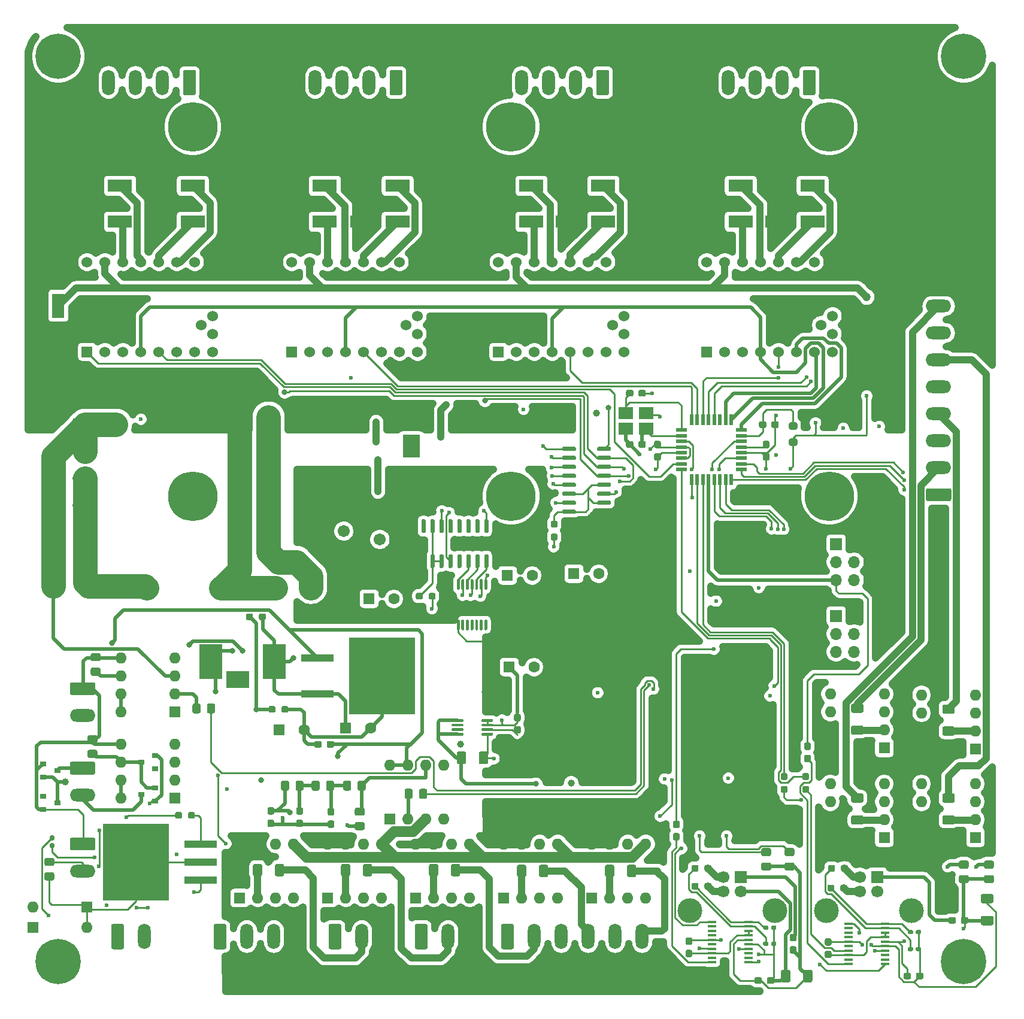
<source format=gbl>
%TF.GenerationSoftware,KiCad,Pcbnew,(5.1.10)-1*%
%TF.CreationDate,2021-11-04T11:43:44+08:00*%
%TF.ProjectId,grbl_board,6772626c-5f62-46f6-9172-642e6b696361,rev?*%
%TF.SameCoordinates,Original*%
%TF.FileFunction,Copper,L4,Bot*%
%TF.FilePolarity,Positive*%
%FSLAX46Y46*%
G04 Gerber Fmt 4.6, Leading zero omitted, Abs format (unit mm)*
G04 Created by KiCad (PCBNEW (5.1.10)-1) date 2021-11-04 11:43:44*
%MOMM*%
%LPD*%
G01*
G04 APERTURE LIST*
%TA.AperFunction,ComponentPad*%
%ADD10C,3.500000*%
%TD*%
%TA.AperFunction,ComponentPad*%
%ADD11C,1.700000*%
%TD*%
%TA.AperFunction,ComponentPad*%
%ADD12R,1.700000X1.700000*%
%TD*%
%TA.AperFunction,ComponentPad*%
%ADD13C,1.524000*%
%TD*%
%TA.AperFunction,ComponentPad*%
%ADD14R,1.524000X1.524000*%
%TD*%
%TA.AperFunction,ComponentPad*%
%ADD15C,7.000000*%
%TD*%
%TA.AperFunction,ComponentPad*%
%ADD16O,3.600000X1.800000*%
%TD*%
%TA.AperFunction,ComponentPad*%
%ADD17O,1.600000X1.600000*%
%TD*%
%TA.AperFunction,ComponentPad*%
%ADD18R,1.600000X1.600000*%
%TD*%
%TA.AperFunction,SMDPad,CuDef*%
%ADD19R,2.100000X1.725000*%
%TD*%
%TA.AperFunction,SMDPad,CuDef*%
%ADD20R,0.550000X1.600000*%
%TD*%
%TA.AperFunction,SMDPad,CuDef*%
%ADD21R,1.600000X0.550000*%
%TD*%
%TA.AperFunction,SMDPad,CuDef*%
%ADD22R,1.200000X0.400000*%
%TD*%
%TA.AperFunction,SMDPad,CuDef*%
%ADD23R,9.400000X10.800000*%
%TD*%
%TA.AperFunction,SMDPad,CuDef*%
%ADD24R,4.600000X1.100000*%
%TD*%
%TA.AperFunction,SMDPad,CuDef*%
%ADD25R,3.200000X2.400000*%
%TD*%
%TA.AperFunction,ComponentPad*%
%ADD26C,0.500000*%
%TD*%
%TA.AperFunction,SMDPad,CuDef*%
%ADD27R,2.400000X3.200000*%
%TD*%
%TA.AperFunction,SMDPad,CuDef*%
%ADD28R,0.900000X0.800000*%
%TD*%
%TA.AperFunction,SMDPad,CuDef*%
%ADD29R,3.175000X4.950000*%
%TD*%
%TA.AperFunction,ComponentPad*%
%ADD30O,1.700000X1.700000*%
%TD*%
%TA.AperFunction,ComponentPad*%
%ADD31O,1.800000X3.600000*%
%TD*%
%TA.AperFunction,ComponentPad*%
%ADD32C,6.400000*%
%TD*%
%TA.AperFunction,ComponentPad*%
%ADD33C,1.710000*%
%TD*%
%TA.AperFunction,SMDPad,CuDef*%
%ADD34R,3.500000X1.800000*%
%TD*%
%TA.AperFunction,SMDPad,CuDef*%
%ADD35R,1.800000X3.500000*%
%TD*%
%TA.AperFunction,ComponentPad*%
%ADD36C,1.600000*%
%TD*%
%TA.AperFunction,ComponentPad*%
%ADD37C,2.400000*%
%TD*%
%TA.AperFunction,ComponentPad*%
%ADD38R,2.400000X2.400000*%
%TD*%
%TA.AperFunction,ViaPad*%
%ADD39C,1.200000*%
%TD*%
%TA.AperFunction,ViaPad*%
%ADD40C,0.600000*%
%TD*%
%TA.AperFunction,ViaPad*%
%ADD41C,0.800000*%
%TD*%
%TA.AperFunction,ViaPad*%
%ADD42C,1.000000*%
%TD*%
%TA.AperFunction,Conductor*%
%ADD43C,3.500000*%
%TD*%
%TA.AperFunction,Conductor*%
%ADD44C,0.250000*%
%TD*%
%TA.AperFunction,Conductor*%
%ADD45C,1.000000*%
%TD*%
%TA.AperFunction,Conductor*%
%ADD46C,0.500000*%
%TD*%
%TA.AperFunction,Conductor*%
%ADD47C,1.500000*%
%TD*%
%TA.AperFunction,Conductor*%
%ADD48C,0.100000*%
%TD*%
G04 APERTURE END LIST*
%TO.P,C22,2*%
%TO.N,Net-(C22-Pad2)*%
%TA.AperFunction,SMDPad,CuDef*%
G36*
G01*
X109363500Y-120086000D02*
X109838500Y-120086000D01*
G75*
G02*
X110076000Y-120323500I0J-237500D01*
G01*
X110076000Y-120923500D01*
G75*
G02*
X109838500Y-121161000I-237500J0D01*
G01*
X109363500Y-121161000D01*
G75*
G02*
X109126000Y-120923500I0J237500D01*
G01*
X109126000Y-120323500D01*
G75*
G02*
X109363500Y-120086000I237500J0D01*
G01*
G37*
%TD.AperFunction*%
%TO.P,C22,1*%
%TO.N,Net-(C22-Pad1)*%
%TA.AperFunction,SMDPad,CuDef*%
G36*
G01*
X109363500Y-118361000D02*
X109838500Y-118361000D01*
G75*
G02*
X110076000Y-118598500I0J-237500D01*
G01*
X110076000Y-119198500D01*
G75*
G02*
X109838500Y-119436000I-237500J0D01*
G01*
X109363500Y-119436000D01*
G75*
G02*
X109126000Y-119198500I0J237500D01*
G01*
X109126000Y-118598500D01*
G75*
G02*
X109363500Y-118361000I237500J0D01*
G01*
G37*
%TD.AperFunction*%
%TD*%
D10*
%TO.P,J17,5*%
%TO.N,Net-(J17-Pad5)*%
X153258000Y-146188000D03*
X165298000Y-146188000D03*
D11*
%TO.P,J17,4*%
%TO.N,GND*%
X160528000Y-143478000D03*
%TO.P,J17,3*%
%TO.N,Net-(J17-Pad3)*%
X158028000Y-143478000D03*
%TO.P,J17,2*%
%TO.N,Net-(J17-Pad2)*%
X158028000Y-141478000D03*
D12*
%TO.P,J17,1*%
%TO.N,Net-(FB2-Pad2)*%
X160528000Y-141478000D03*
%TD*%
D10*
%TO.P,J3,5*%
%TO.N,Net-(J3-Pad5)*%
X133954000Y-146188000D03*
X145994000Y-146188000D03*
D11*
%TO.P,J3,4*%
%TO.N,GND*%
X141224000Y-143478000D03*
%TO.P,J3,3*%
%TO.N,Net-(J3-Pad3)*%
X138724000Y-143478000D03*
%TO.P,J3,2*%
%TO.N,Net-(J3-Pad2)*%
X138724000Y-141478000D03*
D12*
%TO.P,J3,1*%
%TO.N,Net-(FB1-Pad2)*%
X141224000Y-141478000D03*
%TD*%
D13*
%TO.P,U7,JP3_1*%
%TO.N,Net-(U7-PadJP3_1)*%
X123063000Y-63373000D03*
%TO.P,U7,JP4_1*%
%TO.N,Net-(U7-PadJP4_1)*%
X124714000Y-62103000D03*
%TO.P,U7,JP5_1*%
%TO.N,Net-(U7-PadJP5_1)*%
X124714000Y-64643000D03*
D14*
%TO.P,U7,JP1_1*%
%TO.N,/grbl_controller/DIR_Z*%
X106934000Y-67183000D03*
D13*
%TO.P,U7,JP1_2*%
%TO.N,/stepper_drivers/Z_STEP*%
X109474000Y-67183000D03*
%TO.P,U7,JP1_3*%
%TO.N,GND*%
X112014000Y-67183000D03*
%TO.P,U7,JP1_4*%
%TO.N,/MISO*%
X114554000Y-67183000D03*
%TO.P,U7,JP1_5*%
%TO.N,/CS_Z*%
X117094000Y-67183000D03*
%TO.P,U7,JP1_6*%
%TO.N,/SCK*%
X119634000Y-67183000D03*
%TO.P,U7,JP1_7*%
%TO.N,/MOSI*%
X122174000Y-67183000D03*
%TO.P,U7,JP1_8*%
%TO.N,/stepper_drivers/EN*%
X124714000Y-67183000D03*
%TO.P,U7,JP2_1*%
%TO.N,/VMOT*%
X124714000Y-54483000D03*
%TO.P,U7,JP2_2*%
%TO.N,GND*%
X122174000Y-54483000D03*
%TO.P,U7,JP2_3*%
%TO.N,Net-(D22-Pad2)*%
X119634000Y-54483000D03*
%TO.P,U7,JP2_4*%
%TO.N,Net-(D26-Pad2)*%
X117094000Y-54483000D03*
%TO.P,U7,JP2_5*%
%TO.N,Net-(D30-Pad2)*%
X114554000Y-54483000D03*
%TO.P,U7,JP2_6*%
%TO.N,Net-(D34-Pad2)*%
X112014000Y-54483000D03*
%TO.P,U7,JP2_7*%
%TO.N,+5V*%
X109474000Y-54483000D03*
%TO.P,U7,JP2_8*%
%TO.N,GND*%
X106934000Y-54483000D03*
%TD*%
%TO.P,U5,JP3_1*%
%TO.N,Net-(U5-PadJP3_1)*%
X64897000Y-63373000D03*
%TO.P,U5,JP4_1*%
%TO.N,Net-(U5-PadJP4_1)*%
X66548000Y-62103000D03*
%TO.P,U5,JP5_1*%
%TO.N,Net-(U5-PadJP5_1)*%
X66548000Y-64643000D03*
D14*
%TO.P,U5,JP1_1*%
%TO.N,/grbl_controller/DIR_X*%
X48768000Y-67183000D03*
D13*
%TO.P,U5,JP1_2*%
%TO.N,/stepper_drivers/X_STEP*%
X51308000Y-67183000D03*
%TO.P,U5,JP1_3*%
%TO.N,GND*%
X53848000Y-67183000D03*
%TO.P,U5,JP1_4*%
%TO.N,/MISO*%
X56388000Y-67183000D03*
%TO.P,U5,JP1_5*%
%TO.N,/CS_X*%
X58928000Y-67183000D03*
%TO.P,U5,JP1_6*%
%TO.N,/SCK*%
X61468000Y-67183000D03*
%TO.P,U5,JP1_7*%
%TO.N,/MOSI*%
X64008000Y-67183000D03*
%TO.P,U5,JP1_8*%
%TO.N,/stepper_drivers/EN*%
X66548000Y-67183000D03*
%TO.P,U5,JP2_1*%
%TO.N,/VMOT*%
X66548000Y-54483000D03*
%TO.P,U5,JP2_2*%
%TO.N,GND*%
X64008000Y-54483000D03*
%TO.P,U5,JP2_3*%
%TO.N,Net-(D6-Pad2)*%
X61468000Y-54483000D03*
%TO.P,U5,JP2_4*%
%TO.N,Net-(D10-Pad2)*%
X58928000Y-54483000D03*
%TO.P,U5,JP2_5*%
%TO.N,Net-(D14-Pad2)*%
X56388000Y-54483000D03*
%TO.P,U5,JP2_6*%
%TO.N,Net-(D18-Pad2)*%
X53848000Y-54483000D03*
%TO.P,U5,JP2_7*%
%TO.N,+5V*%
X51308000Y-54483000D03*
%TO.P,U5,JP2_8*%
%TO.N,GND*%
X48768000Y-54483000D03*
%TD*%
D15*
%TO.P,HS1,6*%
%TO.N,Net-(HS1-Pad6)*%
X63712000Y-35368000D03*
%TO.P,HS1,1*%
%TO.N,Net-(HS1-Pad1)*%
X63712000Y-87568000D03*
%TO.P,HS1,4*%
%TO.N,Net-(HS1-Pad4)*%
X153712000Y-35368000D03*
%TO.P,HS1,3*%
%TO.N,Net-(HS1-Pad3)*%
X153712000Y-87568000D03*
%TO.P,HS1,5*%
%TO.N,Net-(HS1-Pad5)*%
X108712000Y-35368000D03*
%TO.P,HS1,2*%
%TO.N,Net-(HS1-Pad2)*%
X108712000Y-87568000D03*
%TD*%
D16*
%TO.P,J5,4*%
%TO.N,Net-(C17-Pad1)*%
X48514000Y-88900000D03*
%TO.P,J5,3*%
X48514000Y-85090000D03*
%TO.P,J5,2*%
%TO.N,GND*%
X48514000Y-81280000D03*
%TO.P,J5,1*%
%TA.AperFunction,ComponentPad*%
G36*
G01*
X46964000Y-76570000D02*
X50064000Y-76570000D01*
G75*
G02*
X50314000Y-76820000I0J-250000D01*
G01*
X50314000Y-78120000D01*
G75*
G02*
X50064000Y-78370000I-250000J0D01*
G01*
X46964000Y-78370000D01*
G75*
G02*
X46714000Y-78120000I0J250000D01*
G01*
X46714000Y-76820000D01*
G75*
G02*
X46964000Y-76570000I250000J0D01*
G01*
G37*
%TD.AperFunction*%
%TD*%
D17*
%TO.P,U15,8*%
%TO.N,+5V*%
X166751000Y-135890000D03*
%TO.P,U15,4*%
%TO.N,N/C*%
X174371000Y-128270000D03*
%TO.P,U15,7*%
%TO.N,+5V*%
X166751000Y-133350000D03*
%TO.P,U15,3*%
%TO.N,GND*%
X174371000Y-130810000D03*
%TO.P,U15,6*%
%TO.N,/aux_mcu/LIM_Y*%
X166751000Y-130810000D03*
%TO.P,U15,2*%
%TO.N,Net-(R22-Pad1)*%
X174371000Y-133350000D03*
%TO.P,U15,5*%
%TO.N,GND*%
X166751000Y-128270000D03*
D18*
%TO.P,U15,1*%
%TO.N,Net-(U15-Pad1)*%
X174371000Y-135890000D03*
%TD*%
D13*
%TO.P,U8,JP3_1*%
%TO.N,Net-(U8-PadJP3_1)*%
X152527000Y-63373000D03*
%TO.P,U8,JP4_1*%
%TO.N,Net-(U8-PadJP4_1)*%
X154178000Y-62103000D03*
%TO.P,U8,JP5_1*%
%TO.N,Net-(U8-PadJP5_1)*%
X154178000Y-64643000D03*
D14*
%TO.P,U8,JP1_1*%
%TO.N,/stepper_drivers/E_DIR*%
X136398000Y-67183000D03*
D13*
%TO.P,U8,JP1_2*%
%TO.N,/stepper_drivers/E_STEP*%
X138938000Y-67183000D03*
%TO.P,U8,JP1_3*%
%TO.N,GND*%
X141478000Y-67183000D03*
%TO.P,U8,JP1_4*%
%TO.N,/MISO*%
X144018000Y-67183000D03*
%TO.P,U8,JP1_5*%
%TO.N,/CS_E*%
X146558000Y-67183000D03*
%TO.P,U8,JP1_6*%
%TO.N,/SCK*%
X149098000Y-67183000D03*
%TO.P,U8,JP1_7*%
%TO.N,/MOSI*%
X151638000Y-67183000D03*
%TO.P,U8,JP1_8*%
%TO.N,/stepper_drivers/EN*%
X154178000Y-67183000D03*
%TO.P,U8,JP2_1*%
%TO.N,/VMOT*%
X154178000Y-54483000D03*
%TO.P,U8,JP2_2*%
%TO.N,GND*%
X151638000Y-54483000D03*
%TO.P,U8,JP2_3*%
%TO.N,Net-(D24-Pad2)*%
X149098000Y-54483000D03*
%TO.P,U8,JP2_4*%
%TO.N,Net-(D28-Pad2)*%
X146558000Y-54483000D03*
%TO.P,U8,JP2_5*%
%TO.N,Net-(D32-Pad2)*%
X144018000Y-54483000D03*
%TO.P,U8,JP2_6*%
%TO.N,Net-(D36-Pad2)*%
X141478000Y-54483000D03*
%TO.P,U8,JP2_7*%
%TO.N,+5V*%
X138938000Y-54483000D03*
%TO.P,U8,JP2_8*%
%TO.N,GND*%
X136398000Y-54483000D03*
%TD*%
%TO.P,U6,JP3_1*%
%TO.N,Net-(U6-PadJP3_1)*%
X93853000Y-63373000D03*
%TO.P,U6,JP4_1*%
%TO.N,Net-(U6-PadJP4_1)*%
X95504000Y-62103000D03*
%TO.P,U6,JP5_1*%
%TO.N,Net-(U6-PadJP5_1)*%
X95504000Y-64643000D03*
D14*
%TO.P,U6,JP1_1*%
%TO.N,/grbl_controller/DIR_Y*%
X77724000Y-67183000D03*
D13*
%TO.P,U6,JP1_2*%
%TO.N,/stepper_drivers/Y_STEP*%
X80264000Y-67183000D03*
%TO.P,U6,JP1_3*%
%TO.N,GND*%
X82804000Y-67183000D03*
%TO.P,U6,JP1_4*%
%TO.N,/MISO*%
X85344000Y-67183000D03*
%TO.P,U6,JP1_5*%
%TO.N,/CS_Y*%
X87884000Y-67183000D03*
%TO.P,U6,JP1_6*%
%TO.N,/SCK*%
X90424000Y-67183000D03*
%TO.P,U6,JP1_7*%
%TO.N,/MOSI*%
X92964000Y-67183000D03*
%TO.P,U6,JP1_8*%
%TO.N,/stepper_drivers/EN*%
X95504000Y-67183000D03*
%TO.P,U6,JP2_1*%
%TO.N,/VMOT*%
X95504000Y-54483000D03*
%TO.P,U6,JP2_2*%
%TO.N,GND*%
X92964000Y-54483000D03*
%TO.P,U6,JP2_3*%
%TO.N,Net-(D8-Pad2)*%
X90424000Y-54483000D03*
%TO.P,U6,JP2_4*%
%TO.N,Net-(D12-Pad2)*%
X87884000Y-54483000D03*
%TO.P,U6,JP2_5*%
%TO.N,Net-(D16-Pad2)*%
X85344000Y-54483000D03*
%TO.P,U6,JP2_6*%
%TO.N,Net-(D20-Pad2)*%
X82804000Y-54483000D03*
%TO.P,U6,JP2_7*%
%TO.N,+5V*%
X80264000Y-54483000D03*
%TO.P,U6,JP2_8*%
%TO.N,GND*%
X77724000Y-54483000D03*
%TD*%
D19*
%TO.P,Y2,4*%
%TO.N,GND*%
X127815000Y-75874500D03*
%TO.P,Y2,3*%
%TO.N,/aux_mcu/XTAL2*%
X124915000Y-75874500D03*
%TO.P,Y2,2*%
%TO.N,GND*%
X124915000Y-78049500D03*
%TO.P,Y2,1*%
%TO.N,/aux_mcu/XTAL1*%
X127815000Y-78049500D03*
%TD*%
%TO.P,U29,16*%
%TO.N,+5V*%
%TA.AperFunction,SMDPad,CuDef*%
G36*
G01*
X120880000Y-89939000D02*
X120880000Y-89639000D01*
G75*
G02*
X121030000Y-89489000I150000J0D01*
G01*
X122680000Y-89489000D01*
G75*
G02*
X122830000Y-89639000I0J-150000D01*
G01*
X122830000Y-89939000D01*
G75*
G02*
X122680000Y-90089000I-150000J0D01*
G01*
X121030000Y-90089000D01*
G75*
G02*
X120880000Y-89939000I0J150000D01*
G01*
G37*
%TD.AperFunction*%
%TO.P,U29,15*%
%TO.N,Net-(R63-Pad2)*%
%TA.AperFunction,SMDPad,CuDef*%
G36*
G01*
X120880000Y-88669000D02*
X120880000Y-88369000D01*
G75*
G02*
X121030000Y-88219000I150000J0D01*
G01*
X122680000Y-88219000D01*
G75*
G02*
X122830000Y-88369000I0J-150000D01*
G01*
X122830000Y-88669000D01*
G75*
G02*
X122680000Y-88819000I-150000J0D01*
G01*
X121030000Y-88819000D01*
G75*
G02*
X120880000Y-88669000I0J150000D01*
G01*
G37*
%TD.AperFunction*%
%TO.P,U29,14*%
%TO.N,/aux_mcu/SEL0*%
%TA.AperFunction,SMDPad,CuDef*%
G36*
G01*
X120880000Y-87399000D02*
X120880000Y-87099000D01*
G75*
G02*
X121030000Y-86949000I150000J0D01*
G01*
X122680000Y-86949000D01*
G75*
G02*
X122830000Y-87099000I0J-150000D01*
G01*
X122830000Y-87399000D01*
G75*
G02*
X122680000Y-87549000I-150000J0D01*
G01*
X121030000Y-87549000D01*
G75*
G02*
X120880000Y-87399000I0J150000D01*
G01*
G37*
%TD.AperFunction*%
%TO.P,U29,13*%
%TO.N,Net-(R63-Pad2)*%
%TA.AperFunction,SMDPad,CuDef*%
G36*
G01*
X120880000Y-86129000D02*
X120880000Y-85829000D01*
G75*
G02*
X121030000Y-85679000I150000J0D01*
G01*
X122680000Y-85679000D01*
G75*
G02*
X122830000Y-85829000I0J-150000D01*
G01*
X122830000Y-86129000D01*
G75*
G02*
X122680000Y-86279000I-150000J0D01*
G01*
X121030000Y-86279000D01*
G75*
G02*
X120880000Y-86129000I0J150000D01*
G01*
G37*
%TD.AperFunction*%
%TO.P,U29,12*%
%TO.N,/grbl_controller/DIR_Z*%
%TA.AperFunction,SMDPad,CuDef*%
G36*
G01*
X120880000Y-84859000D02*
X120880000Y-84559000D01*
G75*
G02*
X121030000Y-84409000I150000J0D01*
G01*
X122680000Y-84409000D01*
G75*
G02*
X122830000Y-84559000I0J-150000D01*
G01*
X122830000Y-84859000D01*
G75*
G02*
X122680000Y-85009000I-150000J0D01*
G01*
X121030000Y-85009000D01*
G75*
G02*
X120880000Y-84859000I0J150000D01*
G01*
G37*
%TD.AperFunction*%
%TO.P,U29,11*%
%TO.N,/grbl_controller/DIR_Y*%
%TA.AperFunction,SMDPad,CuDef*%
G36*
G01*
X120880000Y-83589000D02*
X120880000Y-83289000D01*
G75*
G02*
X121030000Y-83139000I150000J0D01*
G01*
X122680000Y-83139000D01*
G75*
G02*
X122830000Y-83289000I0J-150000D01*
G01*
X122830000Y-83589000D01*
G75*
G02*
X122680000Y-83739000I-150000J0D01*
G01*
X121030000Y-83739000D01*
G75*
G02*
X120880000Y-83589000I0J150000D01*
G01*
G37*
%TD.AperFunction*%
%TO.P,U29,10*%
%TO.N,/grbl_controller/DIR_X*%
%TA.AperFunction,SMDPad,CuDef*%
G36*
G01*
X120880000Y-82319000D02*
X120880000Y-82019000D01*
G75*
G02*
X121030000Y-81869000I150000J0D01*
G01*
X122680000Y-81869000D01*
G75*
G02*
X122830000Y-82019000I0J-150000D01*
G01*
X122830000Y-82319000D01*
G75*
G02*
X122680000Y-82469000I-150000J0D01*
G01*
X121030000Y-82469000D01*
G75*
G02*
X120880000Y-82319000I0J150000D01*
G01*
G37*
%TD.AperFunction*%
%TO.P,U29,9*%
%TO.N,/stepper_drivers/E_DIR*%
%TA.AperFunction,SMDPad,CuDef*%
G36*
G01*
X120880000Y-81049000D02*
X120880000Y-80749000D01*
G75*
G02*
X121030000Y-80599000I150000J0D01*
G01*
X122680000Y-80599000D01*
G75*
G02*
X122830000Y-80749000I0J-150000D01*
G01*
X122830000Y-81049000D01*
G75*
G02*
X122680000Y-81199000I-150000J0D01*
G01*
X121030000Y-81199000D01*
G75*
G02*
X120880000Y-81049000I0J150000D01*
G01*
G37*
%TD.AperFunction*%
%TO.P,U29,8*%
%TO.N,GND*%
%TA.AperFunction,SMDPad,CuDef*%
G36*
G01*
X115930000Y-81049000D02*
X115930000Y-80749000D01*
G75*
G02*
X116080000Y-80599000I150000J0D01*
G01*
X117730000Y-80599000D01*
G75*
G02*
X117880000Y-80749000I0J-150000D01*
G01*
X117880000Y-81049000D01*
G75*
G02*
X117730000Y-81199000I-150000J0D01*
G01*
X116080000Y-81199000D01*
G75*
G02*
X115930000Y-81049000I0J150000D01*
G01*
G37*
%TD.AperFunction*%
%TO.P,U29,7*%
%TO.N,/stepper_drivers/E_STEP*%
%TA.AperFunction,SMDPad,CuDef*%
G36*
G01*
X115930000Y-82319000D02*
X115930000Y-82019000D01*
G75*
G02*
X116080000Y-81869000I150000J0D01*
G01*
X117730000Y-81869000D01*
G75*
G02*
X117880000Y-82019000I0J-150000D01*
G01*
X117880000Y-82319000D01*
G75*
G02*
X117730000Y-82469000I-150000J0D01*
G01*
X116080000Y-82469000D01*
G75*
G02*
X115930000Y-82319000I0J150000D01*
G01*
G37*
%TD.AperFunction*%
%TO.P,U29,6*%
%TO.N,/grbl_controller/STEP_X*%
%TA.AperFunction,SMDPad,CuDef*%
G36*
G01*
X115930000Y-83589000D02*
X115930000Y-83289000D01*
G75*
G02*
X116080000Y-83139000I150000J0D01*
G01*
X117730000Y-83139000D01*
G75*
G02*
X117880000Y-83289000I0J-150000D01*
G01*
X117880000Y-83589000D01*
G75*
G02*
X117730000Y-83739000I-150000J0D01*
G01*
X116080000Y-83739000D01*
G75*
G02*
X115930000Y-83589000I0J150000D01*
G01*
G37*
%TD.AperFunction*%
%TO.P,U29,5*%
%TO.N,/grbl_controller/STEP_Y*%
%TA.AperFunction,SMDPad,CuDef*%
G36*
G01*
X115930000Y-84859000D02*
X115930000Y-84559000D01*
G75*
G02*
X116080000Y-84409000I150000J0D01*
G01*
X117730000Y-84409000D01*
G75*
G02*
X117880000Y-84559000I0J-150000D01*
G01*
X117880000Y-84859000D01*
G75*
G02*
X117730000Y-85009000I-150000J0D01*
G01*
X116080000Y-85009000D01*
G75*
G02*
X115930000Y-84859000I0J150000D01*
G01*
G37*
%TD.AperFunction*%
%TO.P,U29,4*%
%TO.N,/grbl_controller/STEP_Z*%
%TA.AperFunction,SMDPad,CuDef*%
G36*
G01*
X115930000Y-86129000D02*
X115930000Y-85829000D01*
G75*
G02*
X116080000Y-85679000I150000J0D01*
G01*
X117730000Y-85679000D01*
G75*
G02*
X117880000Y-85829000I0J-150000D01*
G01*
X117880000Y-86129000D01*
G75*
G02*
X117730000Y-86279000I-150000J0D01*
G01*
X116080000Y-86279000D01*
G75*
G02*
X115930000Y-86129000I0J150000D01*
G01*
G37*
%TD.AperFunction*%
%TO.P,U29,3*%
%TO.N,Net-(R63-Pad2)*%
%TA.AperFunction,SMDPad,CuDef*%
G36*
G01*
X115930000Y-87399000D02*
X115930000Y-87099000D01*
G75*
G02*
X116080000Y-86949000I150000J0D01*
G01*
X117730000Y-86949000D01*
G75*
G02*
X117880000Y-87099000I0J-150000D01*
G01*
X117880000Y-87399000D01*
G75*
G02*
X117730000Y-87549000I-150000J0D01*
G01*
X116080000Y-87549000D01*
G75*
G02*
X115930000Y-87399000I0J150000D01*
G01*
G37*
%TD.AperFunction*%
%TO.P,U29,2*%
%TO.N,/aux_mcu/SEL1*%
%TA.AperFunction,SMDPad,CuDef*%
G36*
G01*
X115930000Y-88669000D02*
X115930000Y-88369000D01*
G75*
G02*
X116080000Y-88219000I150000J0D01*
G01*
X117730000Y-88219000D01*
G75*
G02*
X117880000Y-88369000I0J-150000D01*
G01*
X117880000Y-88669000D01*
G75*
G02*
X117730000Y-88819000I-150000J0D01*
G01*
X116080000Y-88819000D01*
G75*
G02*
X115930000Y-88669000I0J150000D01*
G01*
G37*
%TD.AperFunction*%
%TO.P,U29,1*%
%TO.N,Net-(R63-Pad2)*%
%TA.AperFunction,SMDPad,CuDef*%
G36*
G01*
X115930000Y-89939000D02*
X115930000Y-89639000D01*
G75*
G02*
X116080000Y-89489000I150000J0D01*
G01*
X117730000Y-89489000D01*
G75*
G02*
X117880000Y-89639000I0J-150000D01*
G01*
X117880000Y-89939000D01*
G75*
G02*
X117730000Y-90089000I-150000J0D01*
G01*
X116080000Y-90089000D01*
G75*
G02*
X115930000Y-89939000I0J150000D01*
G01*
G37*
%TD.AperFunction*%
%TD*%
D20*
%TO.P,U28,32*%
%TO.N,/aux_mcu/LIM_0*%
X134233000Y-85276000D03*
%TO.P,U28,31*%
%TO.N,/aux_mcu/TX0*%
X135033000Y-85276000D03*
%TO.P,U28,30*%
%TO.N,/aux_mcu/RX0*%
X135833000Y-85276000D03*
%TO.P,U28,29*%
%TO.N,/aux_mcu/RESET*%
X136633000Y-85276000D03*
%TO.P,U28,28*%
%TO.N,/grbl_controller/LIM_Z*%
X137433000Y-85276000D03*
%TO.P,U28,27*%
%TO.N,/grbl_controller/LIM_Y*%
X138233000Y-85276000D03*
%TO.P,U28,26*%
%TO.N,/grbl_controller/LIM_X*%
X139033000Y-85276000D03*
%TO.P,U28,25*%
%TO.N,/aux_mcu/LIM_Z*%
X139833000Y-85276000D03*
D21*
%TO.P,U28,24*%
%TO.N,/aux_mcu/LIM_Y*%
X141283000Y-83826000D03*
%TO.P,U28,23*%
%TO.N,/aux_mcu/LIM_X*%
X141283000Y-83026000D03*
%TO.P,U28,22*%
%TO.N,/aux_mcu/EN1*%
X141283000Y-82226000D03*
%TO.P,U28,21*%
%TO.N,GND*%
X141283000Y-81426000D03*
%TO.P,U28,20*%
%TO.N,Net-(C46-Pad1)*%
X141283000Y-80626000D03*
%TO.P,U28,19*%
%TO.N,/aux_mcu/EN0*%
X141283000Y-79826000D03*
%TO.P,U28,18*%
%TO.N,/aux_mcu/AVCC*%
X141283000Y-79026000D03*
%TO.P,U28,17*%
%TO.N,/SCK*%
X141283000Y-78226000D03*
D20*
%TO.P,U28,16*%
%TO.N,/MISO*%
X139833000Y-76776000D03*
%TO.P,U28,15*%
%TO.N,/MOSI*%
X139033000Y-76776000D03*
%TO.P,U28,14*%
%TO.N,Net-(U28-Pad14)*%
X138233000Y-76776000D03*
%TO.P,U28,13*%
%TO.N,/aux_mcu/SEL0*%
X137433000Y-76776000D03*
%TO.P,U28,12*%
%TO.N,/aux_mcu/SEL1*%
X136633000Y-76776000D03*
%TO.P,U28,11*%
%TO.N,/CS_E*%
X135833000Y-76776000D03*
%TO.P,U28,10*%
%TO.N,/CS_Z*%
X135033000Y-76776000D03*
%TO.P,U28,9*%
%TO.N,/CS_Y*%
X134233000Y-76776000D03*
D21*
%TO.P,U28,8*%
%TO.N,/aux_mcu/XTAL2*%
X132783000Y-78226000D03*
%TO.P,U28,7*%
%TO.N,/aux_mcu/XTAL1*%
X132783000Y-79026000D03*
%TO.P,U28,6*%
%TO.N,+5V*%
X132783000Y-79826000D03*
%TO.P,U28,5*%
%TO.N,GND*%
X132783000Y-80626000D03*
%TO.P,U28,4*%
%TO.N,+5V*%
X132783000Y-81426000D03*
%TO.P,U28,3*%
%TO.N,GND*%
X132783000Y-82226000D03*
%TO.P,U28,2*%
%TO.N,/CS_X*%
X132783000Y-83026000D03*
%TO.P,U28,1*%
%TO.N,/aux_mcu/LIM_E*%
X132783000Y-83826000D03*
%TD*%
%TO.P,U27,16*%
%TO.N,+5V*%
%TA.AperFunction,SMDPad,CuDef*%
G36*
G01*
X96179500Y-95797500D02*
X96479500Y-95797500D01*
G75*
G02*
X96629500Y-95947500I0J-150000D01*
G01*
X96629500Y-97597500D01*
G75*
G02*
X96479500Y-97747500I-150000J0D01*
G01*
X96179500Y-97747500D01*
G75*
G02*
X96029500Y-97597500I0J150000D01*
G01*
X96029500Y-95947500D01*
G75*
G02*
X96179500Y-95797500I150000J0D01*
G01*
G37*
%TD.AperFunction*%
%TO.P,U27,15*%
%TO.N,Net-(R58-Pad2)*%
%TA.AperFunction,SMDPad,CuDef*%
G36*
G01*
X97449500Y-95797500D02*
X97749500Y-95797500D01*
G75*
G02*
X97899500Y-95947500I0J-150000D01*
G01*
X97899500Y-97597500D01*
G75*
G02*
X97749500Y-97747500I-150000J0D01*
G01*
X97449500Y-97747500D01*
G75*
G02*
X97299500Y-97597500I0J150000D01*
G01*
X97299500Y-95947500D01*
G75*
G02*
X97449500Y-95797500I150000J0D01*
G01*
G37*
%TD.AperFunction*%
%TO.P,U27,14*%
%TA.AperFunction,SMDPad,CuDef*%
G36*
G01*
X98719500Y-95797500D02*
X99019500Y-95797500D01*
G75*
G02*
X99169500Y-95947500I0J-150000D01*
G01*
X99169500Y-97597500D01*
G75*
G02*
X99019500Y-97747500I-150000J0D01*
G01*
X98719500Y-97747500D01*
G75*
G02*
X98569500Y-97597500I0J150000D01*
G01*
X98569500Y-95947500D01*
G75*
G02*
X98719500Y-95797500I150000J0D01*
G01*
G37*
%TD.AperFunction*%
%TO.P,U27,13*%
%TO.N,/aux_mcu/EN0*%
%TA.AperFunction,SMDPad,CuDef*%
G36*
G01*
X99989500Y-95797500D02*
X100289500Y-95797500D01*
G75*
G02*
X100439500Y-95947500I0J-150000D01*
G01*
X100439500Y-97597500D01*
G75*
G02*
X100289500Y-97747500I-150000J0D01*
G01*
X99989500Y-97747500D01*
G75*
G02*
X99839500Y-97597500I0J150000D01*
G01*
X99839500Y-95947500D01*
G75*
G02*
X99989500Y-95797500I150000J0D01*
G01*
G37*
%TD.AperFunction*%
%TO.P,U27,12*%
%TO.N,Net-(U27-Pad12)*%
%TA.AperFunction,SMDPad,CuDef*%
G36*
G01*
X101259500Y-95797500D02*
X101559500Y-95797500D01*
G75*
G02*
X101709500Y-95947500I0J-150000D01*
G01*
X101709500Y-97597500D01*
G75*
G02*
X101559500Y-97747500I-150000J0D01*
G01*
X101259500Y-97747500D01*
G75*
G02*
X101109500Y-97597500I0J150000D01*
G01*
X101109500Y-95947500D01*
G75*
G02*
X101259500Y-95797500I150000J0D01*
G01*
G37*
%TD.AperFunction*%
%TO.P,U27,11*%
%TO.N,Net-(U26-Pad1)*%
%TA.AperFunction,SMDPad,CuDef*%
G36*
G01*
X102529500Y-95797500D02*
X102829500Y-95797500D01*
G75*
G02*
X102979500Y-95947500I0J-150000D01*
G01*
X102979500Y-97597500D01*
G75*
G02*
X102829500Y-97747500I-150000J0D01*
G01*
X102529500Y-97747500D01*
G75*
G02*
X102379500Y-97597500I0J150000D01*
G01*
X102379500Y-95947500D01*
G75*
G02*
X102529500Y-95797500I150000J0D01*
G01*
G37*
%TD.AperFunction*%
%TO.P,U27,10*%
%TO.N,Net-(U26-Pad3)*%
%TA.AperFunction,SMDPad,CuDef*%
G36*
G01*
X103799500Y-95797500D02*
X104099500Y-95797500D01*
G75*
G02*
X104249500Y-95947500I0J-150000D01*
G01*
X104249500Y-97597500D01*
G75*
G02*
X104099500Y-97747500I-150000J0D01*
G01*
X103799500Y-97747500D01*
G75*
G02*
X103649500Y-97597500I0J150000D01*
G01*
X103649500Y-95947500D01*
G75*
G02*
X103799500Y-95797500I150000J0D01*
G01*
G37*
%TD.AperFunction*%
%TO.P,U27,9*%
%TO.N,Net-(U26-Pad5)*%
%TA.AperFunction,SMDPad,CuDef*%
G36*
G01*
X105069500Y-95797500D02*
X105369500Y-95797500D01*
G75*
G02*
X105519500Y-95947500I0J-150000D01*
G01*
X105519500Y-97597500D01*
G75*
G02*
X105369500Y-97747500I-150000J0D01*
G01*
X105069500Y-97747500D01*
G75*
G02*
X104919500Y-97597500I0J150000D01*
G01*
X104919500Y-95947500D01*
G75*
G02*
X105069500Y-95797500I150000J0D01*
G01*
G37*
%TD.AperFunction*%
%TO.P,U27,8*%
%TO.N,GND*%
%TA.AperFunction,SMDPad,CuDef*%
G36*
G01*
X105069500Y-90847500D02*
X105369500Y-90847500D01*
G75*
G02*
X105519500Y-90997500I0J-150000D01*
G01*
X105519500Y-92647500D01*
G75*
G02*
X105369500Y-92797500I-150000J0D01*
G01*
X105069500Y-92797500D01*
G75*
G02*
X104919500Y-92647500I0J150000D01*
G01*
X104919500Y-90997500D01*
G75*
G02*
X105069500Y-90847500I150000J0D01*
G01*
G37*
%TD.AperFunction*%
%TO.P,U27,7*%
%TO.N,Net-(U27-Pad7)*%
%TA.AperFunction,SMDPad,CuDef*%
G36*
G01*
X103799500Y-90847500D02*
X104099500Y-90847500D01*
G75*
G02*
X104249500Y-90997500I0J-150000D01*
G01*
X104249500Y-92647500D01*
G75*
G02*
X104099500Y-92797500I-150000J0D01*
G01*
X103799500Y-92797500D01*
G75*
G02*
X103649500Y-92647500I0J150000D01*
G01*
X103649500Y-90997500D01*
G75*
G02*
X103799500Y-90847500I150000J0D01*
G01*
G37*
%TD.AperFunction*%
%TO.P,U27,6*%
%TO.N,Net-(U27-Pad6)*%
%TA.AperFunction,SMDPad,CuDef*%
G36*
G01*
X102529500Y-90847500D02*
X102829500Y-90847500D01*
G75*
G02*
X102979500Y-90997500I0J-150000D01*
G01*
X102979500Y-92647500D01*
G75*
G02*
X102829500Y-92797500I-150000J0D01*
G01*
X102529500Y-92797500D01*
G75*
G02*
X102379500Y-92647500I0J150000D01*
G01*
X102379500Y-90997500D01*
G75*
G02*
X102529500Y-90847500I150000J0D01*
G01*
G37*
%TD.AperFunction*%
%TO.P,U27,5*%
%TO.N,Net-(U27-Pad5)*%
%TA.AperFunction,SMDPad,CuDef*%
G36*
G01*
X101259500Y-90847500D02*
X101559500Y-90847500D01*
G75*
G02*
X101709500Y-90997500I0J-150000D01*
G01*
X101709500Y-92647500D01*
G75*
G02*
X101559500Y-92797500I-150000J0D01*
G01*
X101259500Y-92797500D01*
G75*
G02*
X101109500Y-92647500I0J150000D01*
G01*
X101109500Y-90997500D01*
G75*
G02*
X101259500Y-90847500I150000J0D01*
G01*
G37*
%TD.AperFunction*%
%TO.P,U27,4*%
%TO.N,Net-(U27-Pad4)*%
%TA.AperFunction,SMDPad,CuDef*%
G36*
G01*
X99989500Y-90847500D02*
X100289500Y-90847500D01*
G75*
G02*
X100439500Y-90997500I0J-150000D01*
G01*
X100439500Y-92647500D01*
G75*
G02*
X100289500Y-92797500I-150000J0D01*
G01*
X99989500Y-92797500D01*
G75*
G02*
X99839500Y-92647500I0J150000D01*
G01*
X99839500Y-90997500D01*
G75*
G02*
X99989500Y-90847500I150000J0D01*
G01*
G37*
%TD.AperFunction*%
%TO.P,U27,3*%
%TO.N,/aux_mcu/EN1*%
%TA.AperFunction,SMDPad,CuDef*%
G36*
G01*
X98719500Y-90847500D02*
X99019500Y-90847500D01*
G75*
G02*
X99169500Y-90997500I0J-150000D01*
G01*
X99169500Y-92647500D01*
G75*
G02*
X99019500Y-92797500I-150000J0D01*
G01*
X98719500Y-92797500D01*
G75*
G02*
X98569500Y-92647500I0J150000D01*
G01*
X98569500Y-90997500D01*
G75*
G02*
X98719500Y-90847500I150000J0D01*
G01*
G37*
%TD.AperFunction*%
%TO.P,U27,2*%
%TO.N,Net-(R58-Pad2)*%
%TA.AperFunction,SMDPad,CuDef*%
G36*
G01*
X97449500Y-90847500D02*
X97749500Y-90847500D01*
G75*
G02*
X97899500Y-90997500I0J-150000D01*
G01*
X97899500Y-92647500D01*
G75*
G02*
X97749500Y-92797500I-150000J0D01*
G01*
X97449500Y-92797500D01*
G75*
G02*
X97299500Y-92647500I0J150000D01*
G01*
X97299500Y-90997500D01*
G75*
G02*
X97449500Y-90847500I150000J0D01*
G01*
G37*
%TD.AperFunction*%
%TO.P,U27,1*%
%TO.N,Net-(U27-Pad1)*%
%TA.AperFunction,SMDPad,CuDef*%
G36*
G01*
X96179500Y-90847500D02*
X96479500Y-90847500D01*
G75*
G02*
X96629500Y-90997500I0J-150000D01*
G01*
X96629500Y-92647500D01*
G75*
G02*
X96479500Y-92797500I-150000J0D01*
G01*
X96179500Y-92797500D01*
G75*
G02*
X96029500Y-92647500I0J150000D01*
G01*
X96029500Y-90997500D01*
G75*
G02*
X96179500Y-90847500I150000J0D01*
G01*
G37*
%TD.AperFunction*%
%TD*%
%TO.P,U26,14*%
%TO.N,+5V*%
%TA.AperFunction,SMDPad,CuDef*%
G36*
G01*
X101137500Y-105058500D02*
X101337500Y-105058500D01*
G75*
G02*
X101437500Y-105158500I0J-100000D01*
G01*
X101437500Y-106433500D01*
G75*
G02*
X101337500Y-106533500I-100000J0D01*
G01*
X101137500Y-106533500D01*
G75*
G02*
X101037500Y-106433500I0J100000D01*
G01*
X101037500Y-105158500D01*
G75*
G02*
X101137500Y-105058500I100000J0D01*
G01*
G37*
%TD.AperFunction*%
%TO.P,U26,13*%
%TO.N,N/C*%
%TA.AperFunction,SMDPad,CuDef*%
G36*
G01*
X101787500Y-105058500D02*
X101987500Y-105058500D01*
G75*
G02*
X102087500Y-105158500I0J-100000D01*
G01*
X102087500Y-106433500D01*
G75*
G02*
X101987500Y-106533500I-100000J0D01*
G01*
X101787500Y-106533500D01*
G75*
G02*
X101687500Y-106433500I0J100000D01*
G01*
X101687500Y-105158500D01*
G75*
G02*
X101787500Y-105058500I100000J0D01*
G01*
G37*
%TD.AperFunction*%
%TO.P,U26,12*%
%TA.AperFunction,SMDPad,CuDef*%
G36*
G01*
X102437500Y-105058500D02*
X102637500Y-105058500D01*
G75*
G02*
X102737500Y-105158500I0J-100000D01*
G01*
X102737500Y-106433500D01*
G75*
G02*
X102637500Y-106533500I-100000J0D01*
G01*
X102437500Y-106533500D01*
G75*
G02*
X102337500Y-106433500I0J100000D01*
G01*
X102337500Y-105158500D01*
G75*
G02*
X102437500Y-105058500I100000J0D01*
G01*
G37*
%TD.AperFunction*%
%TO.P,U26,11*%
%TA.AperFunction,SMDPad,CuDef*%
G36*
G01*
X103087500Y-105058500D02*
X103287500Y-105058500D01*
G75*
G02*
X103387500Y-105158500I0J-100000D01*
G01*
X103387500Y-106433500D01*
G75*
G02*
X103287500Y-106533500I-100000J0D01*
G01*
X103087500Y-106533500D01*
G75*
G02*
X102987500Y-106433500I0J100000D01*
G01*
X102987500Y-105158500D01*
G75*
G02*
X103087500Y-105058500I100000J0D01*
G01*
G37*
%TD.AperFunction*%
%TO.P,U26,10*%
%TA.AperFunction,SMDPad,CuDef*%
G36*
G01*
X103737500Y-105058500D02*
X103937500Y-105058500D01*
G75*
G02*
X104037500Y-105158500I0J-100000D01*
G01*
X104037500Y-106433500D01*
G75*
G02*
X103937500Y-106533500I-100000J0D01*
G01*
X103737500Y-106533500D01*
G75*
G02*
X103637500Y-106433500I0J100000D01*
G01*
X103637500Y-105158500D01*
G75*
G02*
X103737500Y-105058500I100000J0D01*
G01*
G37*
%TD.AperFunction*%
%TO.P,U26,9*%
%TA.AperFunction,SMDPad,CuDef*%
G36*
G01*
X104387500Y-105058500D02*
X104587500Y-105058500D01*
G75*
G02*
X104687500Y-105158500I0J-100000D01*
G01*
X104687500Y-106433500D01*
G75*
G02*
X104587500Y-106533500I-100000J0D01*
G01*
X104387500Y-106533500D01*
G75*
G02*
X104287500Y-106433500I0J100000D01*
G01*
X104287500Y-105158500D01*
G75*
G02*
X104387500Y-105058500I100000J0D01*
G01*
G37*
%TD.AperFunction*%
%TO.P,U26,8*%
%TA.AperFunction,SMDPad,CuDef*%
G36*
G01*
X105037500Y-105058500D02*
X105237500Y-105058500D01*
G75*
G02*
X105337500Y-105158500I0J-100000D01*
G01*
X105337500Y-106433500D01*
G75*
G02*
X105237500Y-106533500I-100000J0D01*
G01*
X105037500Y-106533500D01*
G75*
G02*
X104937500Y-106433500I0J100000D01*
G01*
X104937500Y-105158500D01*
G75*
G02*
X105037500Y-105058500I100000J0D01*
G01*
G37*
%TD.AperFunction*%
%TO.P,U26,7*%
%TO.N,GND*%
%TA.AperFunction,SMDPad,CuDef*%
G36*
G01*
X105037500Y-99333500D02*
X105237500Y-99333500D01*
G75*
G02*
X105337500Y-99433500I0J-100000D01*
G01*
X105337500Y-100708500D01*
G75*
G02*
X105237500Y-100808500I-100000J0D01*
G01*
X105037500Y-100808500D01*
G75*
G02*
X104937500Y-100708500I0J100000D01*
G01*
X104937500Y-99433500D01*
G75*
G02*
X105037500Y-99333500I100000J0D01*
G01*
G37*
%TD.AperFunction*%
%TO.P,U26,6*%
%TO.N,/aux_mcu/X_EN*%
%TA.AperFunction,SMDPad,CuDef*%
G36*
G01*
X104387500Y-99333500D02*
X104587500Y-99333500D01*
G75*
G02*
X104687500Y-99433500I0J-100000D01*
G01*
X104687500Y-100708500D01*
G75*
G02*
X104587500Y-100808500I-100000J0D01*
G01*
X104387500Y-100808500D01*
G75*
G02*
X104287500Y-100708500I0J100000D01*
G01*
X104287500Y-99433500D01*
G75*
G02*
X104387500Y-99333500I100000J0D01*
G01*
G37*
%TD.AperFunction*%
%TO.P,U26,5*%
%TO.N,Net-(U26-Pad5)*%
%TA.AperFunction,SMDPad,CuDef*%
G36*
G01*
X103737500Y-99333500D02*
X103937500Y-99333500D01*
G75*
G02*
X104037500Y-99433500I0J-100000D01*
G01*
X104037500Y-100708500D01*
G75*
G02*
X103937500Y-100808500I-100000J0D01*
G01*
X103737500Y-100808500D01*
G75*
G02*
X103637500Y-100708500I0J100000D01*
G01*
X103637500Y-99433500D01*
G75*
G02*
X103737500Y-99333500I100000J0D01*
G01*
G37*
%TD.AperFunction*%
%TO.P,U26,4*%
%TO.N,/aux_mcu/Y_EN*%
%TA.AperFunction,SMDPad,CuDef*%
G36*
G01*
X103087500Y-99333500D02*
X103287500Y-99333500D01*
G75*
G02*
X103387500Y-99433500I0J-100000D01*
G01*
X103387500Y-100708500D01*
G75*
G02*
X103287500Y-100808500I-100000J0D01*
G01*
X103087500Y-100808500D01*
G75*
G02*
X102987500Y-100708500I0J100000D01*
G01*
X102987500Y-99433500D01*
G75*
G02*
X103087500Y-99333500I100000J0D01*
G01*
G37*
%TD.AperFunction*%
%TO.P,U26,3*%
%TO.N,Net-(U26-Pad3)*%
%TA.AperFunction,SMDPad,CuDef*%
G36*
G01*
X102437500Y-99333500D02*
X102637500Y-99333500D01*
G75*
G02*
X102737500Y-99433500I0J-100000D01*
G01*
X102737500Y-100708500D01*
G75*
G02*
X102637500Y-100808500I-100000J0D01*
G01*
X102437500Y-100808500D01*
G75*
G02*
X102337500Y-100708500I0J100000D01*
G01*
X102337500Y-99433500D01*
G75*
G02*
X102437500Y-99333500I100000J0D01*
G01*
G37*
%TD.AperFunction*%
%TO.P,U26,2*%
%TO.N,/aux_mcu/Z_EN*%
%TA.AperFunction,SMDPad,CuDef*%
G36*
G01*
X101787500Y-99333500D02*
X101987500Y-99333500D01*
G75*
G02*
X102087500Y-99433500I0J-100000D01*
G01*
X102087500Y-100708500D01*
G75*
G02*
X101987500Y-100808500I-100000J0D01*
G01*
X101787500Y-100808500D01*
G75*
G02*
X101687500Y-100708500I0J100000D01*
G01*
X101687500Y-99433500D01*
G75*
G02*
X101787500Y-99333500I100000J0D01*
G01*
G37*
%TD.AperFunction*%
%TO.P,U26,1*%
%TO.N,Net-(U26-Pad1)*%
%TA.AperFunction,SMDPad,CuDef*%
G36*
G01*
X101137500Y-99333500D02*
X101337500Y-99333500D01*
G75*
G02*
X101437500Y-99433500I0J-100000D01*
G01*
X101437500Y-100708500D01*
G75*
G02*
X101337500Y-100808500I-100000J0D01*
G01*
X101137500Y-100808500D01*
G75*
G02*
X101037500Y-100708500I0J100000D01*
G01*
X101037500Y-99433500D01*
G75*
G02*
X101137500Y-99333500I100000J0D01*
G01*
G37*
%TD.AperFunction*%
%TD*%
D22*
%TO.P,U25,20*%
%TO.N,Net-(R55-Pad2)*%
X161604000Y-153733500D03*
%TO.P,U25,19*%
%TO.N,Net-(U25-Pad19)*%
X161604000Y-153098500D03*
%TO.P,U25,18*%
%TO.N,Net-(U25-Pad18)*%
X161604000Y-152463500D03*
%TO.P,U25,17*%
%TO.N,Net-(D45-Pad1)*%
X161604000Y-151828500D03*
%TO.P,U25,16*%
%TO.N,GND*%
X161604000Y-151193500D03*
%TO.P,U25,15*%
%TO.N,/aux_mcu/USBVCC*%
X161604000Y-150558500D03*
%TO.P,U25,14*%
%TO.N,Net-(C44-Pad2)*%
X161604000Y-149923500D03*
%TO.P,U25,13*%
X161604000Y-149288500D03*
%TO.P,U25,12*%
%TO.N,Net-(C42-Pad1)*%
X161604000Y-148653500D03*
%TO.P,U25,11*%
%TO.N,Net-(C39-Pad1)*%
X161604000Y-148018500D03*
%TO.P,U25,10*%
%TO.N,Net-(D44-Pad1)*%
X156404000Y-148018500D03*
%TO.P,U25,9*%
%TO.N,Net-(U25-Pad9)*%
X156404000Y-148653500D03*
%TO.P,U25,8*%
%TO.N,Net-(U25-Pad8)*%
X156404000Y-149288500D03*
%TO.P,U25,7*%
%TO.N,Net-(U25-Pad7)*%
X156404000Y-149923500D03*
%TO.P,U25,6*%
%TO.N,GND*%
X156404000Y-150558500D03*
%TO.P,U25,5*%
%TO.N,Net-(U25-Pad5)*%
X156404000Y-151193500D03*
%TO.P,U25,4*%
%TO.N,Net-(R56-Pad2)*%
X156404000Y-151828500D03*
%TO.P,U25,3*%
%TO.N,Net-(C44-Pad2)*%
X156404000Y-152463500D03*
%TO.P,U25,2*%
%TO.N,Net-(U25-Pad2)*%
X156404000Y-153098500D03*
%TO.P,U25,1*%
%TO.N,/aux_mcu/DTR*%
X156404000Y-153733500D03*
%TD*%
D23*
%TO.P,U24,2*%
%TO.N,/spinlde_cntrl/GND_VFD*%
X90497000Y-113030000D03*
D24*
%TO.P,U24,3*%
%TO.N,/spinlde_cntrl/5V*%
X81347000Y-110490000D03*
%TO.P,U24,1*%
%TO.N,/spinlde_cntrl/12V*%
X81347000Y-115570000D03*
%TD*%
D25*
%TO.P,U21,9*%
%TO.N,N/C*%
X70104000Y-113538000D03*
D26*
X71454000Y-112588000D03*
X71454000Y-114488000D03*
X70104000Y-112588000D03*
X70104000Y-114488000D03*
X68754000Y-112588000D03*
X68754000Y-114488000D03*
%TD*%
D17*
%TO.P,U20,8*%
%TO.N,/spinlde_cntrl/5V*%
X91567000Y-125603000D03*
%TO.P,U20,4*%
%TO.N,N/C*%
X99187000Y-133223000D03*
%TO.P,U20,7*%
%TO.N,/spinlde_cntrl/5V*%
X94107000Y-125603000D03*
%TO.P,U20,3*%
%TO.N,GND*%
X96647000Y-133223000D03*
%TO.P,U20,6*%
%TO.N,Net-(R30-Pad2)*%
X96647000Y-125603000D03*
%TO.P,U20,2*%
%TO.N,Net-(R27-Pad1)*%
X94107000Y-133223000D03*
%TO.P,U20,5*%
%TO.N,/spinlde_cntrl/GND_VFD*%
X99187000Y-125603000D03*
D18*
%TO.P,U20,1*%
%TO.N,Net-(U20-Pad1)*%
X91567000Y-133223000D03*
%TD*%
D17*
%TO.P,U19,8*%
%TO.N,/spinlde_cntrl/5V*%
X53594000Y-130302000D03*
%TO.P,U19,4*%
%TO.N,N/C*%
X61214000Y-122682000D03*
%TO.P,U19,7*%
%TO.N,/spinlde_cntrl/5V*%
X53594000Y-127762000D03*
%TO.P,U19,3*%
%TO.N,GND*%
X61214000Y-125222000D03*
%TO.P,U19,6*%
%TO.N,Net-(D39-Pad1)*%
X53594000Y-125222000D03*
%TO.P,U19,2*%
%TO.N,Net-(R26-Pad1)*%
X61214000Y-127762000D03*
%TO.P,U19,5*%
%TO.N,/spinlde_cntrl/GND_VFD*%
X53594000Y-122682000D03*
D18*
%TO.P,U19,1*%
%TO.N,Net-(U19-Pad1)*%
X61214000Y-130302000D03*
%TD*%
D17*
%TO.P,U18,8*%
%TO.N,/spinlde_cntrl/5V*%
X53594000Y-118110000D03*
%TO.P,U18,4*%
%TO.N,N/C*%
X61214000Y-110490000D03*
%TO.P,U18,7*%
%TO.N,/spinlde_cntrl/5V*%
X53594000Y-115570000D03*
%TO.P,U18,3*%
%TO.N,GND*%
X61214000Y-113030000D03*
%TO.P,U18,6*%
%TO.N,Net-(D38-Pad1)*%
X53594000Y-113030000D03*
%TO.P,U18,2*%
%TO.N,Net-(R25-Pad1)*%
X61214000Y-115570000D03*
%TO.P,U18,5*%
%TO.N,/spinlde_cntrl/GND_VFD*%
X53594000Y-110490000D03*
D18*
%TO.P,U18,1*%
%TO.N,Net-(U18-Pad1)*%
X61214000Y-118110000D03*
%TD*%
D17*
%TO.P,U17,8*%
%TO.N,+5V*%
X153860500Y-123190000D03*
%TO.P,U17,4*%
%TO.N,N/C*%
X161480500Y-115570000D03*
%TO.P,U17,7*%
%TO.N,+5V*%
X153860500Y-120650000D03*
%TO.P,U17,3*%
%TO.N,GND*%
X161480500Y-118110000D03*
%TO.P,U17,6*%
%TO.N,/aux_mcu/LIM_E*%
X153860500Y-118110000D03*
%TO.P,U17,2*%
%TO.N,Net-(R24-Pad1)*%
X161480500Y-120650000D03*
%TO.P,U17,5*%
%TO.N,GND*%
X153860500Y-115570000D03*
D18*
%TO.P,U17,1*%
%TO.N,Net-(U17-Pad1)*%
X161480500Y-123190000D03*
%TD*%
D17*
%TO.P,U16,8*%
%TO.N,+5V*%
X166751000Y-123317000D03*
%TO.P,U16,4*%
%TO.N,N/C*%
X174371000Y-115697000D03*
%TO.P,U16,7*%
%TO.N,+5V*%
X166751000Y-120777000D03*
%TO.P,U16,3*%
%TO.N,GND*%
X174371000Y-118237000D03*
%TO.P,U16,6*%
%TO.N,/aux_mcu/LIM_Z*%
X166751000Y-118237000D03*
%TO.P,U16,2*%
%TO.N,Net-(R23-Pad1)*%
X174371000Y-120777000D03*
%TO.P,U16,5*%
%TO.N,GND*%
X166751000Y-115697000D03*
D18*
%TO.P,U16,1*%
%TO.N,Net-(U16-Pad1)*%
X174371000Y-123317000D03*
%TD*%
D17*
%TO.P,U14,8*%
%TO.N,+5V*%
X153860500Y-135890000D03*
%TO.P,U14,4*%
%TO.N,N/C*%
X161480500Y-128270000D03*
%TO.P,U14,7*%
%TO.N,+5V*%
X153860500Y-133350000D03*
%TO.P,U14,3*%
%TO.N,GND*%
X161480500Y-130810000D03*
%TO.P,U14,6*%
%TO.N,/aux_mcu/LIM_X*%
X153860500Y-130810000D03*
%TO.P,U14,2*%
%TO.N,Net-(R21-Pad1)*%
X161480500Y-133350000D03*
%TO.P,U14,5*%
%TO.N,GND*%
X153860500Y-128270000D03*
D18*
%TO.P,U14,1*%
%TO.N,Net-(U14-Pad1)*%
X161480500Y-135890000D03*
%TD*%
D17*
%TO.P,U13,8*%
%TO.N,+5V*%
X82804000Y-136779000D03*
%TO.P,U13,4*%
%TO.N,N/C*%
X90424000Y-144399000D03*
%TO.P,U13,7*%
%TO.N,+5V*%
X85344000Y-136779000D03*
%TO.P,U13,3*%
%TO.N,GND*%
X87884000Y-144399000D03*
%TO.P,U13,6*%
%TO.N,/PROBE*%
X87884000Y-136779000D03*
%TO.P,U13,2*%
%TO.N,Net-(R20-Pad1)*%
X85344000Y-144399000D03*
%TO.P,U13,5*%
%TO.N,GND*%
X90424000Y-136779000D03*
D18*
%TO.P,U13,1*%
%TO.N,Net-(U13-Pad1)*%
X82804000Y-144399000D03*
%TD*%
D17*
%TO.P,U12,8*%
%TO.N,+5V*%
X70358000Y-136779000D03*
%TO.P,U12,4*%
%TO.N,N/C*%
X77978000Y-144399000D03*
%TO.P,U12,7*%
%TO.N,+5V*%
X72898000Y-136779000D03*
%TO.P,U12,3*%
%TO.N,GND*%
X75438000Y-144399000D03*
%TO.P,U12,6*%
%TO.N,/DOOR*%
X75438000Y-136779000D03*
%TO.P,U12,2*%
%TO.N,Net-(R19-Pad1)*%
X72898000Y-144399000D03*
%TO.P,U12,5*%
%TO.N,GND*%
X77978000Y-136779000D03*
D18*
%TO.P,U12,1*%
%TO.N,Net-(U12-Pad1)*%
X70358000Y-144399000D03*
%TD*%
D17*
%TO.P,U11,8*%
%TO.N,+5V*%
X95250000Y-136779000D03*
%TO.P,U11,4*%
%TO.N,N/C*%
X102870000Y-144399000D03*
%TO.P,U11,7*%
%TO.N,+5V*%
X97790000Y-136779000D03*
%TO.P,U11,3*%
%TO.N,GND*%
X100330000Y-144399000D03*
%TO.P,U11,6*%
%TO.N,/RSTABRT*%
X100330000Y-136779000D03*
%TO.P,U11,2*%
%TO.N,Net-(R18-Pad1)*%
X97790000Y-144399000D03*
%TO.P,U11,5*%
%TO.N,GND*%
X102870000Y-136779000D03*
D18*
%TO.P,U11,1*%
%TO.N,Net-(U11-Pad1)*%
X95250000Y-144399000D03*
%TD*%
D17*
%TO.P,U10,8*%
%TO.N,+5V*%
X107696000Y-136779000D03*
%TO.P,U10,4*%
%TO.N,N/C*%
X115316000Y-144399000D03*
%TO.P,U10,7*%
%TO.N,+5V*%
X110236000Y-136779000D03*
%TO.P,U10,3*%
%TO.N,GND*%
X112776000Y-144399000D03*
%TO.P,U10,6*%
%TO.N,/HOLD*%
X112776000Y-136779000D03*
%TO.P,U10,2*%
%TO.N,Net-(R17-Pad1)*%
X110236000Y-144399000D03*
%TO.P,U10,5*%
%TO.N,GND*%
X115316000Y-136779000D03*
D18*
%TO.P,U10,1*%
%TO.N,Net-(U10-Pad1)*%
X107696000Y-144399000D03*
%TD*%
D17*
%TO.P,U9,8*%
%TO.N,+5V*%
X120142000Y-136779000D03*
%TO.P,U9,4*%
%TO.N,N/C*%
X127762000Y-144399000D03*
%TO.P,U9,7*%
%TO.N,+5V*%
X122682000Y-136779000D03*
%TO.P,U9,3*%
%TO.N,GND*%
X125222000Y-144399000D03*
%TO.P,U9,6*%
%TO.N,/START*%
X125222000Y-136779000D03*
%TO.P,U9,2*%
%TO.N,Net-(R16-Pad1)*%
X122682000Y-144399000D03*
%TO.P,U9,5*%
%TO.N,GND*%
X127762000Y-136779000D03*
D18*
%TO.P,U9,1*%
%TO.N,Net-(U9-Pad1)*%
X120142000Y-144399000D03*
%TD*%
D27*
%TO.P,U4,9*%
%TO.N,N/C*%
X94615000Y-80518000D03*
D26*
X95565000Y-81868000D03*
X93665000Y-81868000D03*
X95565000Y-80518000D03*
X93665000Y-80518000D03*
X95565000Y-79168000D03*
X93665000Y-79168000D03*
%TD*%
%TO.P,U3,8*%
%TO.N,+12V*%
%TA.AperFunction,SMDPad,CuDef*%
G36*
G01*
X101951000Y-119194000D02*
X101951000Y-119394000D01*
G75*
G02*
X101851000Y-119494000I-100000J0D01*
G01*
X100426000Y-119494000D01*
G75*
G02*
X100326000Y-119394000I0J100000D01*
G01*
X100326000Y-119194000D01*
G75*
G02*
X100426000Y-119094000I100000J0D01*
G01*
X101851000Y-119094000D01*
G75*
G02*
X101951000Y-119194000I0J-100000D01*
G01*
G37*
%TD.AperFunction*%
%TO.P,U3,7*%
%TO.N,Net-(U3-Pad7)*%
%TA.AperFunction,SMDPad,CuDef*%
G36*
G01*
X101951000Y-119844000D02*
X101951000Y-120044000D01*
G75*
G02*
X101851000Y-120144000I-100000J0D01*
G01*
X100426000Y-120144000D01*
G75*
G02*
X100326000Y-120044000I0J100000D01*
G01*
X100326000Y-119844000D01*
G75*
G02*
X100426000Y-119744000I100000J0D01*
G01*
X101851000Y-119744000D01*
G75*
G02*
X101951000Y-119844000I0J-100000D01*
G01*
G37*
%TD.AperFunction*%
%TO.P,U3,6*%
%TO.N,Net-(U3-Pad6)*%
%TA.AperFunction,SMDPad,CuDef*%
G36*
G01*
X101951000Y-120494000D02*
X101951000Y-120694000D01*
G75*
G02*
X101851000Y-120794000I-100000J0D01*
G01*
X100426000Y-120794000D01*
G75*
G02*
X100326000Y-120694000I0J100000D01*
G01*
X100326000Y-120494000D01*
G75*
G02*
X100426000Y-120394000I100000J0D01*
G01*
X101851000Y-120394000D01*
G75*
G02*
X101951000Y-120494000I0J-100000D01*
G01*
G37*
%TD.AperFunction*%
%TO.P,U3,5*%
%TO.N,+12V*%
%TA.AperFunction,SMDPad,CuDef*%
G36*
G01*
X101951000Y-121144000D02*
X101951000Y-121344000D01*
G75*
G02*
X101851000Y-121444000I-100000J0D01*
G01*
X100426000Y-121444000D01*
G75*
G02*
X100326000Y-121344000I0J100000D01*
G01*
X100326000Y-121144000D01*
G75*
G02*
X100426000Y-121044000I100000J0D01*
G01*
X101851000Y-121044000D01*
G75*
G02*
X101951000Y-121144000I0J-100000D01*
G01*
G37*
%TD.AperFunction*%
%TO.P,U3,4*%
%TO.N,GND*%
%TA.AperFunction,SMDPad,CuDef*%
G36*
G01*
X106176000Y-121144000D02*
X106176000Y-121344000D01*
G75*
G02*
X106076000Y-121444000I-100000J0D01*
G01*
X104651000Y-121444000D01*
G75*
G02*
X104551000Y-121344000I0J100000D01*
G01*
X104551000Y-121144000D01*
G75*
G02*
X104651000Y-121044000I100000J0D01*
G01*
X106076000Y-121044000D01*
G75*
G02*
X106176000Y-121144000I0J-100000D01*
G01*
G37*
%TD.AperFunction*%
%TO.P,U3,3*%
%TO.N,Net-(C22-Pad2)*%
%TA.AperFunction,SMDPad,CuDef*%
G36*
G01*
X106176000Y-120494000D02*
X106176000Y-120694000D01*
G75*
G02*
X106076000Y-120794000I-100000J0D01*
G01*
X104651000Y-120794000D01*
G75*
G02*
X104551000Y-120694000I0J100000D01*
G01*
X104551000Y-120494000D01*
G75*
G02*
X104651000Y-120394000I100000J0D01*
G01*
X106076000Y-120394000D01*
G75*
G02*
X106176000Y-120494000I0J-100000D01*
G01*
G37*
%TD.AperFunction*%
%TO.P,U3,2*%
%TO.N,Net-(C22-Pad1)*%
%TA.AperFunction,SMDPad,CuDef*%
G36*
G01*
X106176000Y-119844000D02*
X106176000Y-120044000D01*
G75*
G02*
X106076000Y-120144000I-100000J0D01*
G01*
X104651000Y-120144000D01*
G75*
G02*
X104551000Y-120044000I0J100000D01*
G01*
X104551000Y-119844000D01*
G75*
G02*
X104651000Y-119744000I100000J0D01*
G01*
X106076000Y-119744000D01*
G75*
G02*
X106176000Y-119844000I0J-100000D01*
G01*
G37*
%TD.AperFunction*%
%TO.P,U3,1*%
%TA.AperFunction,SMDPad,CuDef*%
G36*
G01*
X106176000Y-119194000D02*
X106176000Y-119394000D01*
G75*
G02*
X106076000Y-119494000I-100000J0D01*
G01*
X104651000Y-119494000D01*
G75*
G02*
X104551000Y-119394000I0J100000D01*
G01*
X104551000Y-119194000D01*
G75*
G02*
X104651000Y-119094000I100000J0D01*
G01*
X106076000Y-119094000D01*
G75*
G02*
X106176000Y-119194000I0J-100000D01*
G01*
G37*
%TD.AperFunction*%
%TD*%
D22*
%TO.P,U1,20*%
%TO.N,Net-(R5-Pad2)*%
X142300000Y-153479500D03*
%TO.P,U1,19*%
%TO.N,Net-(U1-Pad19)*%
X142300000Y-152844500D03*
%TO.P,U1,18*%
%TO.N,Net-(U1-Pad18)*%
X142300000Y-152209500D03*
%TO.P,U1,17*%
%TO.N,Net-(D2-Pad1)*%
X142300000Y-151574500D03*
%TO.P,U1,16*%
%TO.N,GND*%
X142300000Y-150939500D03*
%TO.P,U1,15*%
%TO.N,/grbl_controller/USBVCC*%
X142300000Y-150304500D03*
%TO.P,U1,14*%
%TO.N,Net-(C5-Pad2)*%
X142300000Y-149669500D03*
%TO.P,U1,13*%
X142300000Y-149034500D03*
%TO.P,U1,12*%
%TO.N,Net-(C4-Pad1)*%
X142300000Y-148399500D03*
%TO.P,U1,11*%
%TO.N,Net-(C2-Pad1)*%
X142300000Y-147764500D03*
%TO.P,U1,10*%
%TO.N,Net-(D1-Pad1)*%
X137100000Y-147764500D03*
%TO.P,U1,9*%
%TO.N,Net-(U1-Pad9)*%
X137100000Y-148399500D03*
%TO.P,U1,8*%
%TO.N,Net-(U1-Pad8)*%
X137100000Y-149034500D03*
%TO.P,U1,7*%
%TO.N,Net-(U1-Pad7)*%
X137100000Y-149669500D03*
%TO.P,U1,6*%
%TO.N,GND*%
X137100000Y-150304500D03*
%TO.P,U1,5*%
%TO.N,Net-(U1-Pad5)*%
X137100000Y-150939500D03*
%TO.P,U1,4*%
%TO.N,Net-(R6-Pad2)*%
X137100000Y-151574500D03*
%TO.P,U1,3*%
%TO.N,Net-(C5-Pad2)*%
X137100000Y-152209500D03*
%TO.P,U1,2*%
%TO.N,Net-(U1-Pad2)*%
X137100000Y-152844500D03*
%TO.P,U1,1*%
%TO.N,/grbl_controller/DTR*%
X137100000Y-153479500D03*
%TD*%
%TO.P,R63,2*%
%TO.N,Net-(R63-Pad2)*%
%TA.AperFunction,SMDPad,CuDef*%
G36*
G01*
X115045500Y-92031000D02*
X114570500Y-92031000D01*
G75*
G02*
X114333000Y-91793500I0J237500D01*
G01*
X114333000Y-91293500D01*
G75*
G02*
X114570500Y-91056000I237500J0D01*
G01*
X115045500Y-91056000D01*
G75*
G02*
X115283000Y-91293500I0J-237500D01*
G01*
X115283000Y-91793500D01*
G75*
G02*
X115045500Y-92031000I-237500J0D01*
G01*
G37*
%TD.AperFunction*%
%TO.P,R63,1*%
%TO.N,GND*%
%TA.AperFunction,SMDPad,CuDef*%
G36*
G01*
X115045500Y-93856000D02*
X114570500Y-93856000D01*
G75*
G02*
X114333000Y-93618500I0J237500D01*
G01*
X114333000Y-93118500D01*
G75*
G02*
X114570500Y-92881000I237500J0D01*
G01*
X115045500Y-92881000D01*
G75*
G02*
X115283000Y-93118500I0J-237500D01*
G01*
X115283000Y-93618500D01*
G75*
G02*
X115045500Y-93856000I-237500J0D01*
G01*
G37*
%TD.AperFunction*%
%TD*%
%TO.P,R58,2*%
%TO.N,Net-(R58-Pad2)*%
%TA.AperFunction,SMDPad,CuDef*%
G36*
G01*
X96222000Y-101489500D02*
X96222000Y-101964500D01*
G75*
G02*
X95984500Y-102202000I-237500J0D01*
G01*
X95484500Y-102202000D01*
G75*
G02*
X95247000Y-101964500I0J237500D01*
G01*
X95247000Y-101489500D01*
G75*
G02*
X95484500Y-101252000I237500J0D01*
G01*
X95984500Y-101252000D01*
G75*
G02*
X96222000Y-101489500I0J-237500D01*
G01*
G37*
%TD.AperFunction*%
%TO.P,R58,1*%
%TO.N,GND*%
%TA.AperFunction,SMDPad,CuDef*%
G36*
G01*
X98047000Y-101489500D02*
X98047000Y-101964500D01*
G75*
G02*
X97809500Y-102202000I-237500J0D01*
G01*
X97309500Y-102202000D01*
G75*
G02*
X97072000Y-101964500I0J237500D01*
G01*
X97072000Y-101489500D01*
G75*
G02*
X97309500Y-101252000I237500J0D01*
G01*
X97809500Y-101252000D01*
G75*
G02*
X98047000Y-101489500I0J-237500D01*
G01*
G37*
%TD.AperFunction*%
%TD*%
%TO.P,R57,2*%
%TO.N,/aux_mcu/USBVCC*%
%TA.AperFunction,SMDPad,CuDef*%
G36*
G01*
X175825999Y-141166000D02*
X176726001Y-141166000D01*
G75*
G02*
X176976000Y-141415999I0J-249999D01*
G01*
X176976000Y-142066001D01*
G75*
G02*
X176726001Y-142316000I-249999J0D01*
G01*
X175825999Y-142316000D01*
G75*
G02*
X175576000Y-142066001I0J249999D01*
G01*
X175576000Y-141415999D01*
G75*
G02*
X175825999Y-141166000I249999J0D01*
G01*
G37*
%TD.AperFunction*%
%TO.P,R57,1*%
%TO.N,Net-(D45-Pad2)*%
%TA.AperFunction,SMDPad,CuDef*%
G36*
G01*
X175825999Y-139116000D02*
X176726001Y-139116000D01*
G75*
G02*
X176976000Y-139365999I0J-249999D01*
G01*
X176976000Y-140016001D01*
G75*
G02*
X176726001Y-140266000I-249999J0D01*
G01*
X175825999Y-140266000D01*
G75*
G02*
X175576000Y-140016001I0J249999D01*
G01*
X175576000Y-139365999D01*
G75*
G02*
X175825999Y-139116000I249999J0D01*
G01*
G37*
%TD.AperFunction*%
%TD*%
%TO.P,R56,2*%
%TO.N,Net-(R56-Pad2)*%
%TA.AperFunction,SMDPad,CuDef*%
G36*
G01*
X150130500Y-128568000D02*
X150605500Y-128568000D01*
G75*
G02*
X150843000Y-128805500I0J-237500D01*
G01*
X150843000Y-129305500D01*
G75*
G02*
X150605500Y-129543000I-237500J0D01*
G01*
X150130500Y-129543000D01*
G75*
G02*
X149893000Y-129305500I0J237500D01*
G01*
X149893000Y-128805500D01*
G75*
G02*
X150130500Y-128568000I237500J0D01*
G01*
G37*
%TD.AperFunction*%
%TO.P,R56,1*%
%TO.N,/aux_mcu/TX0*%
%TA.AperFunction,SMDPad,CuDef*%
G36*
G01*
X150130500Y-126743000D02*
X150605500Y-126743000D01*
G75*
G02*
X150843000Y-126980500I0J-237500D01*
G01*
X150843000Y-127480500D01*
G75*
G02*
X150605500Y-127718000I-237500J0D01*
G01*
X150130500Y-127718000D01*
G75*
G02*
X149893000Y-127480500I0J237500D01*
G01*
X149893000Y-126980500D01*
G75*
G02*
X150130500Y-126743000I237500J0D01*
G01*
G37*
%TD.AperFunction*%
%TD*%
%TO.P,R55,2*%
%TO.N,Net-(R55-Pad2)*%
%TA.AperFunction,SMDPad,CuDef*%
G36*
G01*
X147082500Y-128568000D02*
X147557500Y-128568000D01*
G75*
G02*
X147795000Y-128805500I0J-237500D01*
G01*
X147795000Y-129305500D01*
G75*
G02*
X147557500Y-129543000I-237500J0D01*
G01*
X147082500Y-129543000D01*
G75*
G02*
X146845000Y-129305500I0J237500D01*
G01*
X146845000Y-128805500D01*
G75*
G02*
X147082500Y-128568000I237500J0D01*
G01*
G37*
%TD.AperFunction*%
%TO.P,R55,1*%
%TO.N,/aux_mcu/RX0*%
%TA.AperFunction,SMDPad,CuDef*%
G36*
G01*
X147082500Y-126743000D02*
X147557500Y-126743000D01*
G75*
G02*
X147795000Y-126980500I0J-237500D01*
G01*
X147795000Y-127480500D01*
G75*
G02*
X147557500Y-127718000I-237500J0D01*
G01*
X147082500Y-127718000D01*
G75*
G02*
X146845000Y-127480500I0J237500D01*
G01*
X146845000Y-126980500D01*
G75*
G02*
X147082500Y-126743000I237500J0D01*
G01*
G37*
%TD.AperFunction*%
%TD*%
%TO.P,R54,2*%
%TO.N,/aux_mcu/USBVCC*%
%TA.AperFunction,SMDPad,CuDef*%
G36*
G01*
X172269999Y-141166000D02*
X173170001Y-141166000D01*
G75*
G02*
X173420000Y-141415999I0J-249999D01*
G01*
X173420000Y-142066001D01*
G75*
G02*
X173170001Y-142316000I-249999J0D01*
G01*
X172269999Y-142316000D01*
G75*
G02*
X172020000Y-142066001I0J249999D01*
G01*
X172020000Y-141415999D01*
G75*
G02*
X172269999Y-141166000I249999J0D01*
G01*
G37*
%TD.AperFunction*%
%TO.P,R54,1*%
%TO.N,Net-(D44-Pad2)*%
%TA.AperFunction,SMDPad,CuDef*%
G36*
G01*
X172269999Y-139116000D02*
X173170001Y-139116000D01*
G75*
G02*
X173420000Y-139365999I0J-249999D01*
G01*
X173420000Y-140016001D01*
G75*
G02*
X173170001Y-140266000I-249999J0D01*
G01*
X172269999Y-140266000D01*
G75*
G02*
X172020000Y-140016001I0J249999D01*
G01*
X172020000Y-139365999D01*
G75*
G02*
X172269999Y-139116000I249999J0D01*
G01*
G37*
%TD.AperFunction*%
%TD*%
%TO.P,R52,2*%
%TO.N,Net-(C42-Pad1)*%
%TA.AperFunction,SMDPad,CuDef*%
G36*
G01*
X154515000Y-139970500D02*
X154515000Y-140445500D01*
G75*
G02*
X154277500Y-140683000I-237500J0D01*
G01*
X153777500Y-140683000D01*
G75*
G02*
X153540000Y-140445500I0J237500D01*
G01*
X153540000Y-139970500D01*
G75*
G02*
X153777500Y-139733000I237500J0D01*
G01*
X154277500Y-139733000D01*
G75*
G02*
X154515000Y-139970500I0J-237500D01*
G01*
G37*
%TD.AperFunction*%
%TO.P,R52,1*%
%TO.N,Net-(J17-Pad2)*%
%TA.AperFunction,SMDPad,CuDef*%
G36*
G01*
X156340000Y-139970500D02*
X156340000Y-140445500D01*
G75*
G02*
X156102500Y-140683000I-237500J0D01*
G01*
X155602500Y-140683000D01*
G75*
G02*
X155365000Y-140445500I0J237500D01*
G01*
X155365000Y-139970500D01*
G75*
G02*
X155602500Y-139733000I237500J0D01*
G01*
X156102500Y-139733000D01*
G75*
G02*
X156340000Y-139970500I0J-237500D01*
G01*
G37*
%TD.AperFunction*%
%TD*%
%TO.P,R51,2*%
%TO.N,Net-(C39-Pad1)*%
%TA.AperFunction,SMDPad,CuDef*%
G36*
G01*
X154411500Y-142764500D02*
X154411500Y-143239500D01*
G75*
G02*
X154174000Y-143477000I-237500J0D01*
G01*
X153674000Y-143477000D01*
G75*
G02*
X153436500Y-143239500I0J237500D01*
G01*
X153436500Y-142764500D01*
G75*
G02*
X153674000Y-142527000I237500J0D01*
G01*
X154174000Y-142527000D01*
G75*
G02*
X154411500Y-142764500I0J-237500D01*
G01*
G37*
%TD.AperFunction*%
%TO.P,R51,1*%
%TO.N,Net-(J17-Pad3)*%
%TA.AperFunction,SMDPad,CuDef*%
G36*
G01*
X156236500Y-142764500D02*
X156236500Y-143239500D01*
G75*
G02*
X155999000Y-143477000I-237500J0D01*
G01*
X155499000Y-143477000D01*
G75*
G02*
X155261500Y-143239500I0J237500D01*
G01*
X155261500Y-142764500D01*
G75*
G02*
X155499000Y-142527000I237500J0D01*
G01*
X155999000Y-142527000D01*
G75*
G02*
X156236500Y-142764500I0J-237500D01*
G01*
G37*
%TD.AperFunction*%
%TD*%
%TO.P,R49,2*%
%TO.N,Net-(J16-Pad2)*%
%TA.AperFunction,SMDPad,CuDef*%
G36*
G01*
X43884001Y-139885000D02*
X42983999Y-139885000D01*
G75*
G02*
X42734000Y-139635001I0J249999D01*
G01*
X42734000Y-138984999D01*
G75*
G02*
X42983999Y-138735000I249999J0D01*
G01*
X43884001Y-138735000D01*
G75*
G02*
X44134000Y-138984999I0J-249999D01*
G01*
X44134000Y-139635001D01*
G75*
G02*
X43884001Y-139885000I-249999J0D01*
G01*
G37*
%TD.AperFunction*%
%TO.P,R49,1*%
%TO.N,Net-(D41-Pad2)*%
%TA.AperFunction,SMDPad,CuDef*%
G36*
G01*
X43884001Y-141935000D02*
X42983999Y-141935000D01*
G75*
G02*
X42734000Y-141685001I0J249999D01*
G01*
X42734000Y-141034999D01*
G75*
G02*
X42983999Y-140785000I249999J0D01*
G01*
X43884001Y-140785000D01*
G75*
G02*
X44134000Y-141034999I0J-249999D01*
G01*
X44134000Y-141685001D01*
G75*
G02*
X43884001Y-141935000I-249999J0D01*
G01*
G37*
%TD.AperFunction*%
%TD*%
%TO.P,R48,2*%
%TO.N,Net-(C32-Pad1)*%
%TA.AperFunction,SMDPad,CuDef*%
G36*
G01*
X62186000Y-132477500D02*
X62186000Y-132952500D01*
G75*
G02*
X61948500Y-133190000I-237500J0D01*
G01*
X61448500Y-133190000D01*
G75*
G02*
X61211000Y-132952500I0J237500D01*
G01*
X61211000Y-132477500D01*
G75*
G02*
X61448500Y-132240000I237500J0D01*
G01*
X61948500Y-132240000D01*
G75*
G02*
X62186000Y-132477500I0J-237500D01*
G01*
G37*
%TD.AperFunction*%
%TO.P,R48,1*%
%TO.N,Net-(Q4-Pad1)*%
%TA.AperFunction,SMDPad,CuDef*%
G36*
G01*
X64011000Y-132477500D02*
X64011000Y-132952500D01*
G75*
G02*
X63773500Y-133190000I-237500J0D01*
G01*
X63273500Y-133190000D01*
G75*
G02*
X63036000Y-132952500I0J237500D01*
G01*
X63036000Y-132477500D01*
G75*
G02*
X63273500Y-132240000I237500J0D01*
G01*
X63773500Y-132240000D01*
G75*
G02*
X64011000Y-132477500I0J-237500D01*
G01*
G37*
%TD.AperFunction*%
%TD*%
%TO.P,R39,2*%
%TO.N,Net-(C28-Pad1)*%
%TA.AperFunction,SMDPad,CuDef*%
G36*
G01*
X78237500Y-128974001D02*
X78237500Y-128073999D01*
G75*
G02*
X78487499Y-127824000I249999J0D01*
G01*
X79137501Y-127824000D01*
G75*
G02*
X79387500Y-128073999I0J-249999D01*
G01*
X79387500Y-128974001D01*
G75*
G02*
X79137501Y-129224000I-249999J0D01*
G01*
X78487499Y-129224000D01*
G75*
G02*
X78237500Y-128974001I0J249999D01*
G01*
G37*
%TD.AperFunction*%
%TO.P,R39,1*%
%TO.N,Net-(C30-Pad1)*%
%TA.AperFunction,SMDPad,CuDef*%
G36*
G01*
X76187500Y-128974001D02*
X76187500Y-128073999D01*
G75*
G02*
X76437499Y-127824000I249999J0D01*
G01*
X77087501Y-127824000D01*
G75*
G02*
X77337500Y-128073999I0J-249999D01*
G01*
X77337500Y-128974001D01*
G75*
G02*
X77087501Y-129224000I-249999J0D01*
G01*
X76437499Y-129224000D01*
G75*
G02*
X76187500Y-128974001I0J249999D01*
G01*
G37*
%TD.AperFunction*%
%TD*%
%TO.P,R38,2*%
%TO.N,/spinlde_cntrl/GND_VFD*%
%TA.AperFunction,SMDPad,CuDef*%
G36*
G01*
X76244000Y-117966500D02*
X76244000Y-117491500D01*
G75*
G02*
X76481500Y-117254000I237500J0D01*
G01*
X76981500Y-117254000D01*
G75*
G02*
X77219000Y-117491500I0J-237500D01*
G01*
X77219000Y-117966500D01*
G75*
G02*
X76981500Y-118204000I-237500J0D01*
G01*
X76481500Y-118204000D01*
G75*
G02*
X76244000Y-117966500I0J237500D01*
G01*
G37*
%TD.AperFunction*%
%TO.P,R38,1*%
%TO.N,Net-(R37-Pad2)*%
%TA.AperFunction,SMDPad,CuDef*%
G36*
G01*
X74419000Y-117966500D02*
X74419000Y-117491500D01*
G75*
G02*
X74656500Y-117254000I237500J0D01*
G01*
X75156500Y-117254000D01*
G75*
G02*
X75394000Y-117491500I0J-237500D01*
G01*
X75394000Y-117966500D01*
G75*
G02*
X75156500Y-118204000I-237500J0D01*
G01*
X74656500Y-118204000D01*
G75*
G02*
X74419000Y-117966500I0J237500D01*
G01*
G37*
%TD.AperFunction*%
%TD*%
%TO.P,R37,2*%
%TO.N,Net-(R37-Pad2)*%
%TA.AperFunction,SMDPad,CuDef*%
G36*
G01*
X72219000Y-104410500D02*
X72219000Y-104885500D01*
G75*
G02*
X71981500Y-105123000I-237500J0D01*
G01*
X71481500Y-105123000D01*
G75*
G02*
X71244000Y-104885500I0J237500D01*
G01*
X71244000Y-104410500D01*
G75*
G02*
X71481500Y-104173000I237500J0D01*
G01*
X71981500Y-104173000D01*
G75*
G02*
X72219000Y-104410500I0J-237500D01*
G01*
G37*
%TD.AperFunction*%
%TO.P,R37,1*%
%TO.N,/spinlde_cntrl/12V*%
%TA.AperFunction,SMDPad,CuDef*%
G36*
G01*
X74044000Y-104410500D02*
X74044000Y-104885500D01*
G75*
G02*
X73806500Y-105123000I-237500J0D01*
G01*
X73306500Y-105123000D01*
G75*
G02*
X73069000Y-104885500I0J237500D01*
G01*
X73069000Y-104410500D01*
G75*
G02*
X73306500Y-104173000I237500J0D01*
G01*
X73806500Y-104173000D01*
G75*
G02*
X74044000Y-104410500I0J-237500D01*
G01*
G37*
%TD.AperFunction*%
%TD*%
%TO.P,R36,2*%
%TO.N,Net-(C27-Pad1)*%
%TA.AperFunction,SMDPad,CuDef*%
G36*
G01*
X82555500Y-128974001D02*
X82555500Y-128073999D01*
G75*
G02*
X82805499Y-127824000I249999J0D01*
G01*
X83455501Y-127824000D01*
G75*
G02*
X83705500Y-128073999I0J-249999D01*
G01*
X83705500Y-128974001D01*
G75*
G02*
X83455501Y-129224000I-249999J0D01*
G01*
X82805499Y-129224000D01*
G75*
G02*
X82555500Y-128974001I0J249999D01*
G01*
G37*
%TD.AperFunction*%
%TO.P,R36,1*%
%TO.N,Net-(C28-Pad1)*%
%TA.AperFunction,SMDPad,CuDef*%
G36*
G01*
X80505500Y-128974001D02*
X80505500Y-128073999D01*
G75*
G02*
X80755499Y-127824000I249999J0D01*
G01*
X81405501Y-127824000D01*
G75*
G02*
X81655500Y-128073999I0J-249999D01*
G01*
X81655500Y-128974001D01*
G75*
G02*
X81405501Y-129224000I-249999J0D01*
G01*
X80755499Y-129224000D01*
G75*
G02*
X80505500Y-128974001I0J249999D01*
G01*
G37*
%TD.AperFunction*%
%TD*%
%TO.P,R34,2*%
%TO.N,Net-(R30-Pad2)*%
%TA.AperFunction,SMDPad,CuDef*%
G36*
G01*
X87000500Y-128974001D02*
X87000500Y-128073999D01*
G75*
G02*
X87250499Y-127824000I249999J0D01*
G01*
X87900501Y-127824000D01*
G75*
G02*
X88150500Y-128073999I0J-249999D01*
G01*
X88150500Y-128974001D01*
G75*
G02*
X87900501Y-129224000I-249999J0D01*
G01*
X87250499Y-129224000D01*
G75*
G02*
X87000500Y-128974001I0J249999D01*
G01*
G37*
%TD.AperFunction*%
%TO.P,R34,1*%
%TO.N,Net-(C27-Pad1)*%
%TA.AperFunction,SMDPad,CuDef*%
G36*
G01*
X84950500Y-128974001D02*
X84950500Y-128073999D01*
G75*
G02*
X85200499Y-127824000I249999J0D01*
G01*
X85850501Y-127824000D01*
G75*
G02*
X86100500Y-128073999I0J-249999D01*
G01*
X86100500Y-128974001D01*
G75*
G02*
X85850501Y-129224000I-249999J0D01*
G01*
X85200499Y-129224000D01*
G75*
G02*
X84950500Y-128974001I0J249999D01*
G01*
G37*
%TD.AperFunction*%
%TD*%
%TO.P,R32,2*%
%TO.N,/spinlde_cntrl/GND_VFD*%
%TA.AperFunction,SMDPad,CuDef*%
G36*
G01*
X49980001Y-122549500D02*
X49079999Y-122549500D01*
G75*
G02*
X48830000Y-122299501I0J249999D01*
G01*
X48830000Y-121649499D01*
G75*
G02*
X49079999Y-121399500I249999J0D01*
G01*
X49980001Y-121399500D01*
G75*
G02*
X50230000Y-121649499I0J-249999D01*
G01*
X50230000Y-122299501D01*
G75*
G02*
X49980001Y-122549500I-249999J0D01*
G01*
G37*
%TD.AperFunction*%
%TO.P,R32,1*%
%TO.N,Net-(D39-Pad1)*%
%TA.AperFunction,SMDPad,CuDef*%
G36*
G01*
X49980001Y-124599500D02*
X49079999Y-124599500D01*
G75*
G02*
X48830000Y-124349501I0J249999D01*
G01*
X48830000Y-123699499D01*
G75*
G02*
X49079999Y-123449500I249999J0D01*
G01*
X49980001Y-123449500D01*
G75*
G02*
X50230000Y-123699499I0J-249999D01*
G01*
X50230000Y-124349501D01*
G75*
G02*
X49980001Y-124599500I-249999J0D01*
G01*
G37*
%TD.AperFunction*%
%TD*%
%TO.P,R31,2*%
%TO.N,/spinlde_cntrl/GND_VFD*%
%TA.AperFunction,SMDPad,CuDef*%
G36*
G01*
X50424501Y-110929000D02*
X49524499Y-110929000D01*
G75*
G02*
X49274500Y-110679001I0J249999D01*
G01*
X49274500Y-110028999D01*
G75*
G02*
X49524499Y-109779000I249999J0D01*
G01*
X50424501Y-109779000D01*
G75*
G02*
X50674500Y-110028999I0J-249999D01*
G01*
X50674500Y-110679001D01*
G75*
G02*
X50424501Y-110929000I-249999J0D01*
G01*
G37*
%TD.AperFunction*%
%TO.P,R31,1*%
%TO.N,Net-(D38-Pad1)*%
%TA.AperFunction,SMDPad,CuDef*%
G36*
G01*
X50424501Y-112979000D02*
X49524499Y-112979000D01*
G75*
G02*
X49274500Y-112729001I0J249999D01*
G01*
X49274500Y-112078999D01*
G75*
G02*
X49524499Y-111829000I249999J0D01*
G01*
X50424501Y-111829000D01*
G75*
G02*
X50674500Y-112078999I0J-249999D01*
G01*
X50674500Y-112729001D01*
G75*
G02*
X50424501Y-112979000I-249999J0D01*
G01*
G37*
%TD.AperFunction*%
%TD*%
%TO.P,R30,2*%
%TO.N,Net-(R30-Pad2)*%
%TA.AperFunction,SMDPad,CuDef*%
G36*
G01*
X87762501Y-132773000D02*
X86862499Y-132773000D01*
G75*
G02*
X86612500Y-132523001I0J249999D01*
G01*
X86612500Y-131872999D01*
G75*
G02*
X86862499Y-131623000I249999J0D01*
G01*
X87762501Y-131623000D01*
G75*
G02*
X88012500Y-131872999I0J-249999D01*
G01*
X88012500Y-132523001D01*
G75*
G02*
X87762501Y-132773000I-249999J0D01*
G01*
G37*
%TD.AperFunction*%
%TO.P,R30,1*%
%TO.N,/spinlde_cntrl/5V*%
%TA.AperFunction,SMDPad,CuDef*%
G36*
G01*
X87762501Y-134823000D02*
X86862499Y-134823000D01*
G75*
G02*
X86612500Y-134573001I0J249999D01*
G01*
X86612500Y-133922999D01*
G75*
G02*
X86862499Y-133673000I249999J0D01*
G01*
X87762501Y-133673000D01*
G75*
G02*
X88012500Y-133922999I0J-249999D01*
G01*
X88012500Y-134573001D01*
G75*
G02*
X87762501Y-134823000I-249999J0D01*
G01*
G37*
%TD.AperFunction*%
%TD*%
%TO.P,R27,2*%
%TO.N,/grbl_controller/SPINDLE_PWM*%
%TA.AperFunction,SMDPad,CuDef*%
G36*
G01*
X95700000Y-130117001D02*
X95700000Y-129216999D01*
G75*
G02*
X95949999Y-128967000I249999J0D01*
G01*
X96600001Y-128967000D01*
G75*
G02*
X96850000Y-129216999I0J-249999D01*
G01*
X96850000Y-130117001D01*
G75*
G02*
X96600001Y-130367000I-249999J0D01*
G01*
X95949999Y-130367000D01*
G75*
G02*
X95700000Y-130117001I0J249999D01*
G01*
G37*
%TD.AperFunction*%
%TO.P,R27,1*%
%TO.N,Net-(R27-Pad1)*%
%TA.AperFunction,SMDPad,CuDef*%
G36*
G01*
X93650000Y-130117001D02*
X93650000Y-129216999D01*
G75*
G02*
X93899999Y-128967000I249999J0D01*
G01*
X94550001Y-128967000D01*
G75*
G02*
X94800000Y-129216999I0J-249999D01*
G01*
X94800000Y-130117001D01*
G75*
G02*
X94550001Y-130367000I-249999J0D01*
G01*
X93899999Y-130367000D01*
G75*
G02*
X93650000Y-130117001I0J249999D01*
G01*
G37*
%TD.AperFunction*%
%TD*%
%TO.P,R25,2*%
%TO.N,/grbl_controller/SPINDLE_EN*%
%TA.AperFunction,SMDPad,CuDef*%
G36*
G01*
X65719000Y-118052001D02*
X65719000Y-117151999D01*
G75*
G02*
X65968999Y-116902000I249999J0D01*
G01*
X66619001Y-116902000D01*
G75*
G02*
X66869000Y-117151999I0J-249999D01*
G01*
X66869000Y-118052001D01*
G75*
G02*
X66619001Y-118302000I-249999J0D01*
G01*
X65968999Y-118302000D01*
G75*
G02*
X65719000Y-118052001I0J249999D01*
G01*
G37*
%TD.AperFunction*%
%TO.P,R25,1*%
%TO.N,Net-(R25-Pad1)*%
%TA.AperFunction,SMDPad,CuDef*%
G36*
G01*
X63669000Y-118052001D02*
X63669000Y-117151999D01*
G75*
G02*
X63918999Y-116902000I249999J0D01*
G01*
X64569001Y-116902000D01*
G75*
G02*
X64819000Y-117151999I0J-249999D01*
G01*
X64819000Y-118052001D01*
G75*
G02*
X64569001Y-118302000I-249999J0D01*
G01*
X63918999Y-118302000D01*
G75*
G02*
X63669000Y-118052001I0J249999D01*
G01*
G37*
%TD.AperFunction*%
%TD*%
%TO.P,R24,2*%
%TO.N,Net-(J13-Pad2)*%
%TA.AperFunction,SMDPad,CuDef*%
G36*
G01*
X158295500Y-118226000D02*
X157045500Y-118226000D01*
G75*
G02*
X156795500Y-117976000I0J250000D01*
G01*
X156795500Y-117176000D01*
G75*
G02*
X157045500Y-116926000I250000J0D01*
G01*
X158295500Y-116926000D01*
G75*
G02*
X158545500Y-117176000I0J-250000D01*
G01*
X158545500Y-117976000D01*
G75*
G02*
X158295500Y-118226000I-250000J0D01*
G01*
G37*
%TD.AperFunction*%
%TO.P,R24,1*%
%TO.N,Net-(R24-Pad1)*%
%TA.AperFunction,SMDPad,CuDef*%
G36*
G01*
X158295500Y-121326000D02*
X157045500Y-121326000D01*
G75*
G02*
X156795500Y-121076000I0J250000D01*
G01*
X156795500Y-120276000D01*
G75*
G02*
X157045500Y-120026000I250000J0D01*
G01*
X158295500Y-120026000D01*
G75*
G02*
X158545500Y-120276000I0J-250000D01*
G01*
X158545500Y-121076000D01*
G75*
G02*
X158295500Y-121326000I-250000J0D01*
G01*
G37*
%TD.AperFunction*%
%TD*%
%TO.P,R23,2*%
%TO.N,Net-(J13-Pad4)*%
%TA.AperFunction,SMDPad,CuDef*%
G36*
G01*
X171186000Y-118353000D02*
X169936000Y-118353000D01*
G75*
G02*
X169686000Y-118103000I0J250000D01*
G01*
X169686000Y-117303000D01*
G75*
G02*
X169936000Y-117053000I250000J0D01*
G01*
X171186000Y-117053000D01*
G75*
G02*
X171436000Y-117303000I0J-250000D01*
G01*
X171436000Y-118103000D01*
G75*
G02*
X171186000Y-118353000I-250000J0D01*
G01*
G37*
%TD.AperFunction*%
%TO.P,R23,1*%
%TO.N,Net-(R23-Pad1)*%
%TA.AperFunction,SMDPad,CuDef*%
G36*
G01*
X171186000Y-121453000D02*
X169936000Y-121453000D01*
G75*
G02*
X169686000Y-121203000I0J250000D01*
G01*
X169686000Y-120403000D01*
G75*
G02*
X169936000Y-120153000I250000J0D01*
G01*
X171186000Y-120153000D01*
G75*
G02*
X171436000Y-120403000I0J-250000D01*
G01*
X171436000Y-121203000D01*
G75*
G02*
X171186000Y-121453000I-250000J0D01*
G01*
G37*
%TD.AperFunction*%
%TD*%
%TO.P,R22,2*%
%TO.N,Net-(J13-Pad6)*%
%TA.AperFunction,SMDPad,CuDef*%
G36*
G01*
X171186000Y-130926000D02*
X169936000Y-130926000D01*
G75*
G02*
X169686000Y-130676000I0J250000D01*
G01*
X169686000Y-129876000D01*
G75*
G02*
X169936000Y-129626000I250000J0D01*
G01*
X171186000Y-129626000D01*
G75*
G02*
X171436000Y-129876000I0J-250000D01*
G01*
X171436000Y-130676000D01*
G75*
G02*
X171186000Y-130926000I-250000J0D01*
G01*
G37*
%TD.AperFunction*%
%TO.P,R22,1*%
%TO.N,Net-(R22-Pad1)*%
%TA.AperFunction,SMDPad,CuDef*%
G36*
G01*
X171186000Y-134026000D02*
X169936000Y-134026000D01*
G75*
G02*
X169686000Y-133776000I0J250000D01*
G01*
X169686000Y-132976000D01*
G75*
G02*
X169936000Y-132726000I250000J0D01*
G01*
X171186000Y-132726000D01*
G75*
G02*
X171436000Y-132976000I0J-250000D01*
G01*
X171436000Y-133776000D01*
G75*
G02*
X171186000Y-134026000I-250000J0D01*
G01*
G37*
%TD.AperFunction*%
%TD*%
%TO.P,R21,2*%
%TO.N,Net-(J13-Pad8)*%
%TA.AperFunction,SMDPad,CuDef*%
G36*
G01*
X158295500Y-130926000D02*
X157045500Y-130926000D01*
G75*
G02*
X156795500Y-130676000I0J250000D01*
G01*
X156795500Y-129876000D01*
G75*
G02*
X157045500Y-129626000I250000J0D01*
G01*
X158295500Y-129626000D01*
G75*
G02*
X158545500Y-129876000I0J-250000D01*
G01*
X158545500Y-130676000D01*
G75*
G02*
X158295500Y-130926000I-250000J0D01*
G01*
G37*
%TD.AperFunction*%
%TO.P,R21,1*%
%TO.N,Net-(R21-Pad1)*%
%TA.AperFunction,SMDPad,CuDef*%
G36*
G01*
X158295500Y-134026000D02*
X157045500Y-134026000D01*
G75*
G02*
X156795500Y-133776000I0J250000D01*
G01*
X156795500Y-132976000D01*
G75*
G02*
X157045500Y-132726000I250000J0D01*
G01*
X158295500Y-132726000D01*
G75*
G02*
X158545500Y-132976000I0J-250000D01*
G01*
X158545500Y-133776000D01*
G75*
G02*
X158295500Y-134026000I-250000J0D01*
G01*
G37*
%TD.AperFunction*%
%TD*%
%TO.P,R20,2*%
%TO.N,Net-(J11-Pad2)*%
%TA.AperFunction,SMDPad,CuDef*%
G36*
G01*
X87768000Y-141087000D02*
X87768000Y-139837000D01*
G75*
G02*
X88018000Y-139587000I250000J0D01*
G01*
X88818000Y-139587000D01*
G75*
G02*
X89068000Y-139837000I0J-250000D01*
G01*
X89068000Y-141087000D01*
G75*
G02*
X88818000Y-141337000I-250000J0D01*
G01*
X88018000Y-141337000D01*
G75*
G02*
X87768000Y-141087000I0J250000D01*
G01*
G37*
%TD.AperFunction*%
%TO.P,R20,1*%
%TO.N,Net-(R20-Pad1)*%
%TA.AperFunction,SMDPad,CuDef*%
G36*
G01*
X84668000Y-141087000D02*
X84668000Y-139837000D01*
G75*
G02*
X84918000Y-139587000I250000J0D01*
G01*
X85718000Y-139587000D01*
G75*
G02*
X85968000Y-139837000I0J-250000D01*
G01*
X85968000Y-141087000D01*
G75*
G02*
X85718000Y-141337000I-250000J0D01*
G01*
X84918000Y-141337000D01*
G75*
G02*
X84668000Y-141087000I0J250000D01*
G01*
G37*
%TD.AperFunction*%
%TD*%
%TO.P,R19,2*%
%TO.N,Net-(J10-Pad2)*%
%TA.AperFunction,SMDPad,CuDef*%
G36*
G01*
X75322000Y-141087000D02*
X75322000Y-139837000D01*
G75*
G02*
X75572000Y-139587000I250000J0D01*
G01*
X76372000Y-139587000D01*
G75*
G02*
X76622000Y-139837000I0J-250000D01*
G01*
X76622000Y-141087000D01*
G75*
G02*
X76372000Y-141337000I-250000J0D01*
G01*
X75572000Y-141337000D01*
G75*
G02*
X75322000Y-141087000I0J250000D01*
G01*
G37*
%TD.AperFunction*%
%TO.P,R19,1*%
%TO.N,Net-(R19-Pad1)*%
%TA.AperFunction,SMDPad,CuDef*%
G36*
G01*
X72222000Y-141087000D02*
X72222000Y-139837000D01*
G75*
G02*
X72472000Y-139587000I250000J0D01*
G01*
X73272000Y-139587000D01*
G75*
G02*
X73522000Y-139837000I0J-250000D01*
G01*
X73522000Y-141087000D01*
G75*
G02*
X73272000Y-141337000I-250000J0D01*
G01*
X72472000Y-141337000D01*
G75*
G02*
X72222000Y-141087000I0J250000D01*
G01*
G37*
%TD.AperFunction*%
%TD*%
%TO.P,R18,2*%
%TO.N,Net-(J12-Pad2)*%
%TA.AperFunction,SMDPad,CuDef*%
G36*
G01*
X100214000Y-141087000D02*
X100214000Y-139837000D01*
G75*
G02*
X100464000Y-139587000I250000J0D01*
G01*
X101264000Y-139587000D01*
G75*
G02*
X101514000Y-139837000I0J-250000D01*
G01*
X101514000Y-141087000D01*
G75*
G02*
X101264000Y-141337000I-250000J0D01*
G01*
X100464000Y-141337000D01*
G75*
G02*
X100214000Y-141087000I0J250000D01*
G01*
G37*
%TD.AperFunction*%
%TO.P,R18,1*%
%TO.N,Net-(R18-Pad1)*%
%TA.AperFunction,SMDPad,CuDef*%
G36*
G01*
X97114000Y-141087000D02*
X97114000Y-139837000D01*
G75*
G02*
X97364000Y-139587000I250000J0D01*
G01*
X98164000Y-139587000D01*
G75*
G02*
X98414000Y-139837000I0J-250000D01*
G01*
X98414000Y-141087000D01*
G75*
G02*
X98164000Y-141337000I-250000J0D01*
G01*
X97364000Y-141337000D01*
G75*
G02*
X97114000Y-141087000I0J250000D01*
G01*
G37*
%TD.AperFunction*%
%TD*%
%TO.P,R17,2*%
%TO.N,Net-(J12-Pad4)*%
%TA.AperFunction,SMDPad,CuDef*%
G36*
G01*
X112660000Y-141214000D02*
X112660000Y-139964000D01*
G75*
G02*
X112910000Y-139714000I250000J0D01*
G01*
X113710000Y-139714000D01*
G75*
G02*
X113960000Y-139964000I0J-250000D01*
G01*
X113960000Y-141214000D01*
G75*
G02*
X113710000Y-141464000I-250000J0D01*
G01*
X112910000Y-141464000D01*
G75*
G02*
X112660000Y-141214000I0J250000D01*
G01*
G37*
%TD.AperFunction*%
%TO.P,R17,1*%
%TO.N,Net-(R17-Pad1)*%
%TA.AperFunction,SMDPad,CuDef*%
G36*
G01*
X109560000Y-141214000D02*
X109560000Y-139964000D01*
G75*
G02*
X109810000Y-139714000I250000J0D01*
G01*
X110610000Y-139714000D01*
G75*
G02*
X110860000Y-139964000I0J-250000D01*
G01*
X110860000Y-141214000D01*
G75*
G02*
X110610000Y-141464000I-250000J0D01*
G01*
X109810000Y-141464000D01*
G75*
G02*
X109560000Y-141214000I0J250000D01*
G01*
G37*
%TD.AperFunction*%
%TD*%
%TO.P,R16,2*%
%TO.N,Net-(J12-Pad6)*%
%TA.AperFunction,SMDPad,CuDef*%
G36*
G01*
X125106000Y-141214000D02*
X125106000Y-139964000D01*
G75*
G02*
X125356000Y-139714000I250000J0D01*
G01*
X126156000Y-139714000D01*
G75*
G02*
X126406000Y-139964000I0J-250000D01*
G01*
X126406000Y-141214000D01*
G75*
G02*
X126156000Y-141464000I-250000J0D01*
G01*
X125356000Y-141464000D01*
G75*
G02*
X125106000Y-141214000I0J250000D01*
G01*
G37*
%TD.AperFunction*%
%TO.P,R16,1*%
%TO.N,Net-(R16-Pad1)*%
%TA.AperFunction,SMDPad,CuDef*%
G36*
G01*
X122006000Y-141214000D02*
X122006000Y-139964000D01*
G75*
G02*
X122256000Y-139714000I250000J0D01*
G01*
X123056000Y-139714000D01*
G75*
G02*
X123306000Y-139964000I0J-250000D01*
G01*
X123306000Y-141214000D01*
G75*
G02*
X123056000Y-141464000I-250000J0D01*
G01*
X122256000Y-141464000D01*
G75*
G02*
X122006000Y-141214000I0J250000D01*
G01*
G37*
%TD.AperFunction*%
%TD*%
%TO.P,R7,2*%
%TO.N,/grbl_controller/USBVCC*%
%TA.AperFunction,SMDPad,CuDef*%
G36*
G01*
X147631999Y-139388000D02*
X148532001Y-139388000D01*
G75*
G02*
X148782000Y-139637999I0J-249999D01*
G01*
X148782000Y-140288001D01*
G75*
G02*
X148532001Y-140538000I-249999J0D01*
G01*
X147631999Y-140538000D01*
G75*
G02*
X147382000Y-140288001I0J249999D01*
G01*
X147382000Y-139637999D01*
G75*
G02*
X147631999Y-139388000I249999J0D01*
G01*
G37*
%TD.AperFunction*%
%TO.P,R7,1*%
%TO.N,Net-(D2-Pad2)*%
%TA.AperFunction,SMDPad,CuDef*%
G36*
G01*
X147631999Y-137338000D02*
X148532001Y-137338000D01*
G75*
G02*
X148782000Y-137587999I0J-249999D01*
G01*
X148782000Y-138238001D01*
G75*
G02*
X148532001Y-138488000I-249999J0D01*
G01*
X147631999Y-138488000D01*
G75*
G02*
X147382000Y-138238001I0J249999D01*
G01*
X147382000Y-137587999D01*
G75*
G02*
X147631999Y-137338000I249999J0D01*
G01*
G37*
%TD.AperFunction*%
%TD*%
%TO.P,R4,2*%
%TO.N,/grbl_controller/USBVCC*%
%TA.AperFunction,SMDPad,CuDef*%
G36*
G01*
X144329999Y-139388000D02*
X145230001Y-139388000D01*
G75*
G02*
X145480000Y-139637999I0J-249999D01*
G01*
X145480000Y-140288001D01*
G75*
G02*
X145230001Y-140538000I-249999J0D01*
G01*
X144329999Y-140538000D01*
G75*
G02*
X144080000Y-140288001I0J249999D01*
G01*
X144080000Y-139637999D01*
G75*
G02*
X144329999Y-139388000I249999J0D01*
G01*
G37*
%TD.AperFunction*%
%TO.P,R4,1*%
%TO.N,Net-(D1-Pad2)*%
%TA.AperFunction,SMDPad,CuDef*%
G36*
G01*
X144329999Y-137338000D02*
X145230001Y-137338000D01*
G75*
G02*
X145480000Y-137587999I0J-249999D01*
G01*
X145480000Y-138238001D01*
G75*
G02*
X145230001Y-138488000I-249999J0D01*
G01*
X144329999Y-138488000D01*
G75*
G02*
X144080000Y-138238001I0J249999D01*
G01*
X144080000Y-137587999D01*
G75*
G02*
X144329999Y-137338000I249999J0D01*
G01*
G37*
%TD.AperFunction*%
%TD*%
%TO.P,R2,2*%
%TO.N,Net-(C4-Pad1)*%
%TA.AperFunction,SMDPad,CuDef*%
G36*
G01*
X135211000Y-139970500D02*
X135211000Y-140445500D01*
G75*
G02*
X134973500Y-140683000I-237500J0D01*
G01*
X134473500Y-140683000D01*
G75*
G02*
X134236000Y-140445500I0J237500D01*
G01*
X134236000Y-139970500D01*
G75*
G02*
X134473500Y-139733000I237500J0D01*
G01*
X134973500Y-139733000D01*
G75*
G02*
X135211000Y-139970500I0J-237500D01*
G01*
G37*
%TD.AperFunction*%
%TO.P,R2,1*%
%TO.N,Net-(J3-Pad2)*%
%TA.AperFunction,SMDPad,CuDef*%
G36*
G01*
X137036000Y-139970500D02*
X137036000Y-140445500D01*
G75*
G02*
X136798500Y-140683000I-237500J0D01*
G01*
X136298500Y-140683000D01*
G75*
G02*
X136061000Y-140445500I0J237500D01*
G01*
X136061000Y-139970500D01*
G75*
G02*
X136298500Y-139733000I237500J0D01*
G01*
X136798500Y-139733000D01*
G75*
G02*
X137036000Y-139970500I0J-237500D01*
G01*
G37*
%TD.AperFunction*%
%TD*%
%TO.P,R1,2*%
%TO.N,Net-(C2-Pad1)*%
%TA.AperFunction,SMDPad,CuDef*%
G36*
G01*
X135211000Y-142510500D02*
X135211000Y-142985500D01*
G75*
G02*
X134973500Y-143223000I-237500J0D01*
G01*
X134473500Y-143223000D01*
G75*
G02*
X134236000Y-142985500I0J237500D01*
G01*
X134236000Y-142510500D01*
G75*
G02*
X134473500Y-142273000I237500J0D01*
G01*
X134973500Y-142273000D01*
G75*
G02*
X135211000Y-142510500I0J-237500D01*
G01*
G37*
%TD.AperFunction*%
%TO.P,R1,1*%
%TO.N,Net-(J3-Pad3)*%
%TA.AperFunction,SMDPad,CuDef*%
G36*
G01*
X137036000Y-142510500D02*
X137036000Y-142985500D01*
G75*
G02*
X136798500Y-143223000I-237500J0D01*
G01*
X136298500Y-143223000D01*
G75*
G02*
X136061000Y-142985500I0J237500D01*
G01*
X136061000Y-142510500D01*
G75*
G02*
X136298500Y-142273000I237500J0D01*
G01*
X136798500Y-142273000D01*
G75*
G02*
X137036000Y-142510500I0J-237500D01*
G01*
G37*
%TD.AperFunction*%
%TD*%
D23*
%TO.P,Q4,2*%
%TO.N,Net-(D41-Pad2)*%
X55680000Y-139319000D03*
D24*
%TO.P,Q4,3*%
%TO.N,Net-(C32-Pad2)*%
X64830000Y-141859000D03*
%TO.P,Q4,2*%
%TO.N,Net-(D41-Pad2)*%
X64830000Y-139319000D03*
%TO.P,Q4,1*%
%TO.N,Net-(Q4-Pad1)*%
X64830000Y-136779000D03*
%TD*%
D28*
%TO.P,Q2,3*%
%TO.N,Net-(J15-Pad2)*%
X56404000Y-129794000D03*
%TO.P,Q2,2*%
%TO.N,/spinlde_cntrl/GND_VFD*%
X58404000Y-130744000D03*
%TO.P,Q2,1*%
%TO.N,Net-(D39-Pad1)*%
X58404000Y-128844000D03*
%TD*%
%TO.P,Q1,3*%
%TO.N,Net-(J15-Pad1)*%
X44561000Y-126365000D03*
%TO.P,Q1,2*%
%TO.N,/spinlde_cntrl/GND_VFD*%
X42561000Y-125415000D03*
%TO.P,Q1,1*%
%TO.N,Net-(D38-Pad1)*%
X42561000Y-127315000D03*
%TD*%
%TO.P,L5,2*%
%TO.N,/aux_mcu/AVCC*%
%TA.AperFunction,SMDPad,CuDef*%
G36*
G01*
X148940001Y-78178500D02*
X148239999Y-78178500D01*
G75*
G02*
X147990000Y-77928501I0J249999D01*
G01*
X147990000Y-77378499D01*
G75*
G02*
X148239999Y-77128500I249999J0D01*
G01*
X148940001Y-77128500D01*
G75*
G02*
X149190000Y-77378499I0J-249999D01*
G01*
X149190000Y-77928501D01*
G75*
G02*
X148940001Y-78178500I-249999J0D01*
G01*
G37*
%TD.AperFunction*%
%TO.P,L5,1*%
%TO.N,+5V*%
%TA.AperFunction,SMDPad,CuDef*%
G36*
G01*
X148940001Y-80478500D02*
X148239999Y-80478500D01*
G75*
G02*
X147990000Y-80228501I0J249999D01*
G01*
X147990000Y-79678499D01*
G75*
G02*
X148239999Y-79428500I249999J0D01*
G01*
X148940001Y-79428500D01*
G75*
G02*
X149190000Y-79678499I0J-249999D01*
G01*
X149190000Y-80228501D01*
G75*
G02*
X148940001Y-80478500I-249999J0D01*
G01*
G37*
%TD.AperFunction*%
%TD*%
D29*
%TO.P,L4,2*%
%TO.N,/spinlde_cntrl/12V*%
X75246500Y-110998000D03*
%TO.P,L4,1*%
%TO.N,Net-(D40-Pad1)*%
X66231500Y-110998000D03*
%TD*%
D30*
%TO.P,J18,6*%
%TO.N,GND*%
X157226000Y-99441000D03*
%TO.P,J18,5*%
%TO.N,/aux_mcu/RESET*%
X154686000Y-99441000D03*
%TO.P,J18,4*%
%TO.N,/MOSI*%
X157226000Y-96901000D03*
%TO.P,J18,3*%
%TO.N,/SCK*%
X154686000Y-96901000D03*
%TO.P,J18,2*%
%TO.N,+5V*%
X157226000Y-94361000D03*
D12*
%TO.P,J18,1*%
%TO.N,/MISO*%
X154686000Y-94361000D03*
%TD*%
D16*
%TO.P,J16,2*%
%TO.N,Net-(J16-Pad2)*%
X48133000Y-140589000D03*
%TO.P,J16,1*%
%TO.N,/spinlde_cntrl/GND_VFD*%
%TA.AperFunction,ComponentPad*%
G36*
G01*
X46583000Y-135879000D02*
X49683000Y-135879000D01*
G75*
G02*
X49933000Y-136129000I0J-250000D01*
G01*
X49933000Y-137429000D01*
G75*
G02*
X49683000Y-137679000I-250000J0D01*
G01*
X46583000Y-137679000D01*
G75*
G02*
X46333000Y-137429000I0J250000D01*
G01*
X46333000Y-136129000D01*
G75*
G02*
X46583000Y-135879000I250000J0D01*
G01*
G37*
%TD.AperFunction*%
%TD*%
%TO.P,J15,2*%
%TO.N,Net-(J15-Pad2)*%
X48133000Y-129857500D03*
%TO.P,J15,1*%
%TO.N,Net-(J15-Pad1)*%
%TA.AperFunction,ComponentPad*%
G36*
G01*
X46583000Y-125147500D02*
X49683000Y-125147500D01*
G75*
G02*
X49933000Y-125397500I0J-250000D01*
G01*
X49933000Y-126697500D01*
G75*
G02*
X49683000Y-126947500I-250000J0D01*
G01*
X46583000Y-126947500D01*
G75*
G02*
X46333000Y-126697500I0J250000D01*
G01*
X46333000Y-125397500D01*
G75*
G02*
X46583000Y-125147500I250000J0D01*
G01*
G37*
%TD.AperFunction*%
%TD*%
%TO.P,J14,2*%
%TO.N,/spinlde_cntrl/24V_VFD*%
X48133000Y-118618000D03*
%TO.P,J14,1*%
%TO.N,/spinlde_cntrl/GND_VFD*%
%TA.AperFunction,ComponentPad*%
G36*
G01*
X46583000Y-113908000D02*
X49683000Y-113908000D01*
G75*
G02*
X49933000Y-114158000I0J-250000D01*
G01*
X49933000Y-115458000D01*
G75*
G02*
X49683000Y-115708000I-250000J0D01*
G01*
X46583000Y-115708000D01*
G75*
G02*
X46333000Y-115458000I0J250000D01*
G01*
X46333000Y-114158000D01*
G75*
G02*
X46583000Y-113908000I250000J0D01*
G01*
G37*
%TD.AperFunction*%
%TD*%
%TO.P,J13,8*%
%TO.N,Net-(J13-Pad8)*%
X169164000Y-60706000D03*
%TO.P,J13,7*%
%TO.N,+12V*%
X169164000Y-64516000D03*
%TO.P,J13,6*%
%TO.N,Net-(J13-Pad6)*%
X169164000Y-68326000D03*
%TO.P,J13,5*%
%TO.N,+12V*%
X169164000Y-72136000D03*
%TO.P,J13,4*%
%TO.N,Net-(J13-Pad4)*%
X169164000Y-75946000D03*
%TO.P,J13,3*%
%TO.N,+12V*%
X169164000Y-79756000D03*
%TO.P,J13,2*%
%TO.N,Net-(J13-Pad2)*%
X169164000Y-83566000D03*
%TO.P,J13,1*%
%TO.N,+12V*%
%TA.AperFunction,ComponentPad*%
G36*
G01*
X170714000Y-88276000D02*
X167614000Y-88276000D01*
G75*
G02*
X167364000Y-88026000I0J250000D01*
G01*
X167364000Y-86726000D01*
G75*
G02*
X167614000Y-86476000I250000J0D01*
G01*
X170714000Y-86476000D01*
G75*
G02*
X170964000Y-86726000I0J-250000D01*
G01*
X170964000Y-88026000D01*
G75*
G02*
X170714000Y-88276000I-250000J0D01*
G01*
G37*
%TD.AperFunction*%
%TD*%
D31*
%TO.P,J12,6*%
%TO.N,Net-(J12-Pad6)*%
X127254000Y-149860000D03*
%TO.P,J12,5*%
%TO.N,+12V*%
X123444000Y-149860000D03*
%TO.P,J12,4*%
%TO.N,Net-(J12-Pad4)*%
X119634000Y-149860000D03*
%TO.P,J12,3*%
%TO.N,+12V*%
X115824000Y-149860000D03*
%TO.P,J12,2*%
%TO.N,Net-(J12-Pad2)*%
X112014000Y-149860000D03*
%TO.P,J12,1*%
%TO.N,+12V*%
%TA.AperFunction,ComponentPad*%
G36*
G01*
X107304000Y-151410000D02*
X107304000Y-148310000D01*
G75*
G02*
X107554000Y-148060000I250000J0D01*
G01*
X108854000Y-148060000D01*
G75*
G02*
X109104000Y-148310000I0J-250000D01*
G01*
X109104000Y-151410000D01*
G75*
G02*
X108854000Y-151660000I-250000J0D01*
G01*
X107554000Y-151660000D01*
G75*
G02*
X107304000Y-151410000I0J250000D01*
G01*
G37*
%TD.AperFunction*%
%TD*%
%TO.P,J11,2*%
%TO.N,Net-(J11-Pad2)*%
X99822000Y-149860000D03*
%TO.P,J11,1*%
%TO.N,+12V*%
%TA.AperFunction,ComponentPad*%
G36*
G01*
X95112000Y-151410000D02*
X95112000Y-148310000D01*
G75*
G02*
X95362000Y-148060000I250000J0D01*
G01*
X96662000Y-148060000D01*
G75*
G02*
X96912000Y-148310000I0J-250000D01*
G01*
X96912000Y-151410000D01*
G75*
G02*
X96662000Y-151660000I-250000J0D01*
G01*
X95362000Y-151660000D01*
G75*
G02*
X95112000Y-151410000I0J250000D01*
G01*
G37*
%TD.AperFunction*%
%TD*%
%TO.P,J10,2*%
%TO.N,Net-(J10-Pad2)*%
X87630000Y-149860000D03*
%TO.P,J10,1*%
%TO.N,+12V*%
%TA.AperFunction,ComponentPad*%
G36*
G01*
X82920000Y-151410000D02*
X82920000Y-148310000D01*
G75*
G02*
X83170000Y-148060000I250000J0D01*
G01*
X84470000Y-148060000D01*
G75*
G02*
X84720000Y-148310000I0J-250000D01*
G01*
X84720000Y-151410000D01*
G75*
G02*
X84470000Y-151660000I-250000J0D01*
G01*
X83170000Y-151660000D01*
G75*
G02*
X82920000Y-151410000I0J250000D01*
G01*
G37*
%TD.AperFunction*%
%TD*%
%TO.P,J9,4*%
%TO.N,Net-(D36-Pad2)*%
X139446000Y-29083000D03*
%TO.P,J9,3*%
%TO.N,Net-(D32-Pad2)*%
X143256000Y-29083000D03*
%TO.P,J9,2*%
%TO.N,Net-(D28-Pad2)*%
X147066000Y-29083000D03*
%TO.P,J9,1*%
%TO.N,Net-(D24-Pad2)*%
%TA.AperFunction,ComponentPad*%
G36*
G01*
X151776000Y-27533000D02*
X151776000Y-30633000D01*
G75*
G02*
X151526000Y-30883000I-250000J0D01*
G01*
X150226000Y-30883000D01*
G75*
G02*
X149976000Y-30633000I0J250000D01*
G01*
X149976000Y-27533000D01*
G75*
G02*
X150226000Y-27283000I250000J0D01*
G01*
X151526000Y-27283000D01*
G75*
G02*
X151776000Y-27533000I0J-250000D01*
G01*
G37*
%TD.AperFunction*%
%TD*%
%TO.P,J8,4*%
%TO.N,Net-(D34-Pad2)*%
X110236000Y-29083000D03*
%TO.P,J8,3*%
%TO.N,Net-(D30-Pad2)*%
X114046000Y-29083000D03*
%TO.P,J8,2*%
%TO.N,Net-(D26-Pad2)*%
X117856000Y-29083000D03*
%TO.P,J8,1*%
%TO.N,Net-(D22-Pad2)*%
%TA.AperFunction,ComponentPad*%
G36*
G01*
X122566000Y-27533000D02*
X122566000Y-30633000D01*
G75*
G02*
X122316000Y-30883000I-250000J0D01*
G01*
X121016000Y-30883000D01*
G75*
G02*
X120766000Y-30633000I0J250000D01*
G01*
X120766000Y-27533000D01*
G75*
G02*
X121016000Y-27283000I250000J0D01*
G01*
X122316000Y-27283000D01*
G75*
G02*
X122566000Y-27533000I0J-250000D01*
G01*
G37*
%TD.AperFunction*%
%TD*%
%TO.P,J7,4*%
%TO.N,Net-(D20-Pad2)*%
X81026000Y-29083000D03*
%TO.P,J7,3*%
%TO.N,Net-(D16-Pad2)*%
X84836000Y-29083000D03*
%TO.P,J7,2*%
%TO.N,Net-(D12-Pad2)*%
X88646000Y-29083000D03*
%TO.P,J7,1*%
%TO.N,Net-(D8-Pad2)*%
%TA.AperFunction,ComponentPad*%
G36*
G01*
X93356000Y-27533000D02*
X93356000Y-30633000D01*
G75*
G02*
X93106000Y-30883000I-250000J0D01*
G01*
X91806000Y-30883000D01*
G75*
G02*
X91556000Y-30633000I0J250000D01*
G01*
X91556000Y-27533000D01*
G75*
G02*
X91806000Y-27283000I250000J0D01*
G01*
X93106000Y-27283000D01*
G75*
G02*
X93356000Y-27533000I0J-250000D01*
G01*
G37*
%TD.AperFunction*%
%TD*%
%TO.P,J6,4*%
%TO.N,Net-(D18-Pad2)*%
X51816000Y-29083000D03*
%TO.P,J6,3*%
%TO.N,Net-(D14-Pad2)*%
X55626000Y-29083000D03*
%TO.P,J6,2*%
%TO.N,Net-(D10-Pad2)*%
X59436000Y-29083000D03*
%TO.P,J6,1*%
%TO.N,Net-(D6-Pad2)*%
%TA.AperFunction,ComponentPad*%
G36*
G01*
X64146000Y-27533000D02*
X64146000Y-30633000D01*
G75*
G02*
X63896000Y-30883000I-250000J0D01*
G01*
X62596000Y-30883000D01*
G75*
G02*
X62346000Y-30633000I0J250000D01*
G01*
X62346000Y-27533000D01*
G75*
G02*
X62596000Y-27283000I250000J0D01*
G01*
X63896000Y-27283000D01*
G75*
G02*
X64146000Y-27533000I0J-250000D01*
G01*
G37*
%TD.AperFunction*%
%TD*%
D30*
%TO.P,J4,6*%
%TO.N,GND*%
X157226000Y-109601000D03*
%TO.P,J4,5*%
%TO.N,/grbl_controller/RESET*%
X154686000Y-109601000D03*
%TO.P,J4,4*%
%TO.N,/grbl_controller/MOSI*%
X157226000Y-107061000D03*
%TO.P,J4,3*%
%TO.N,/grbl_controller/SCK*%
X154686000Y-107061000D03*
%TO.P,J4,2*%
%TO.N,+5V*%
X157226000Y-104521000D03*
D12*
%TO.P,J4,1*%
%TO.N,/grbl_controller/MISO*%
X154686000Y-104521000D03*
%TD*%
D31*
%TO.P,J2,2*%
%TO.N,+12V*%
X56896000Y-149860000D03*
%TO.P,J2,1*%
%TO.N,GND*%
%TA.AperFunction,ComponentPad*%
G36*
G01*
X52186000Y-151410000D02*
X52186000Y-148310000D01*
G75*
G02*
X52436000Y-148060000I250000J0D01*
G01*
X53736000Y-148060000D01*
G75*
G02*
X53986000Y-148310000I0J-250000D01*
G01*
X53986000Y-151410000D01*
G75*
G02*
X53736000Y-151660000I-250000J0D01*
G01*
X52436000Y-151660000D01*
G75*
G02*
X52186000Y-151410000I0J250000D01*
G01*
G37*
%TD.AperFunction*%
%TD*%
%TO.P,J1,3*%
%TO.N,/grbl_controller/COOL_MIST*%
X75184000Y-149860000D03*
%TO.P,J1,2*%
%TO.N,/grbl_controller/COOL_FLOOD*%
X71374000Y-149860000D03*
%TO.P,J1,1*%
%TO.N,GND*%
%TA.AperFunction,ComponentPad*%
G36*
G01*
X66664000Y-151410000D02*
X66664000Y-148310000D01*
G75*
G02*
X66914000Y-148060000I250000J0D01*
G01*
X68214000Y-148060000D01*
G75*
G02*
X68464000Y-148310000I0J-250000D01*
G01*
X68464000Y-151410000D01*
G75*
G02*
X68214000Y-151660000I-250000J0D01*
G01*
X66914000Y-151660000D01*
G75*
G02*
X66664000Y-151410000I0J250000D01*
G01*
G37*
%TD.AperFunction*%
%TD*%
D32*
%TO.P,H4,1*%
%TO.N,N/C*%
X172720000Y-153416000D03*
%TD*%
%TO.P,H3,1*%
%TO.N,N/C*%
X44704000Y-25400000D03*
%TD*%
%TO.P,H2,1*%
%TO.N,N/C*%
X44704000Y-153416000D03*
%TD*%
%TO.P,H1,1*%
%TO.N,N/C*%
X172720000Y-25400000D03*
%TD*%
%TO.P,FB2,2*%
%TO.N,Net-(FB2-Pad2)*%
%TA.AperFunction,SMDPad,CuDef*%
G36*
G01*
X171608000Y-147336500D02*
X171608000Y-147811500D01*
G75*
G02*
X171370500Y-148049000I-237500J0D01*
G01*
X170795500Y-148049000D01*
G75*
G02*
X170558000Y-147811500I0J237500D01*
G01*
X170558000Y-147336500D01*
G75*
G02*
X170795500Y-147099000I237500J0D01*
G01*
X171370500Y-147099000D01*
G75*
G02*
X171608000Y-147336500I0J-237500D01*
G01*
G37*
%TD.AperFunction*%
%TO.P,FB2,1*%
%TO.N,/aux_mcu/USBVCC*%
%TA.AperFunction,SMDPad,CuDef*%
G36*
G01*
X173358000Y-147336500D02*
X173358000Y-147811500D01*
G75*
G02*
X173120500Y-148049000I-237500J0D01*
G01*
X172545500Y-148049000D01*
G75*
G02*
X172308000Y-147811500I0J237500D01*
G01*
X172308000Y-147336500D01*
G75*
G02*
X172545500Y-147099000I237500J0D01*
G01*
X173120500Y-147099000D01*
G75*
G02*
X173358000Y-147336500I0J-237500D01*
G01*
G37*
%TD.AperFunction*%
%TD*%
%TO.P,FB1,2*%
%TO.N,Net-(FB1-Pad2)*%
%TA.AperFunction,SMDPad,CuDef*%
G36*
G01*
X148827500Y-150526000D02*
X148352500Y-150526000D01*
G75*
G02*
X148115000Y-150288500I0J237500D01*
G01*
X148115000Y-149713500D01*
G75*
G02*
X148352500Y-149476000I237500J0D01*
G01*
X148827500Y-149476000D01*
G75*
G02*
X149065000Y-149713500I0J-237500D01*
G01*
X149065000Y-150288500D01*
G75*
G02*
X148827500Y-150526000I-237500J0D01*
G01*
G37*
%TD.AperFunction*%
%TO.P,FB1,1*%
%TO.N,/grbl_controller/USBVCC*%
%TA.AperFunction,SMDPad,CuDef*%
G36*
G01*
X148827500Y-152276000D02*
X148352500Y-152276000D01*
G75*
G02*
X148115000Y-152038500I0J237500D01*
G01*
X148115000Y-151463500D01*
G75*
G02*
X148352500Y-151226000I237500J0D01*
G01*
X148827500Y-151226000D01*
G75*
G02*
X149065000Y-151463500I0J-237500D01*
G01*
X149065000Y-152038500D01*
G75*
G02*
X148827500Y-152276000I-237500J0D01*
G01*
G37*
%TD.AperFunction*%
%TD*%
D33*
%TO.P,F1,2*%
%TO.N,Net-(C24-Pad1)*%
X85070000Y-92526000D03*
%TO.P,F1,1*%
%TO.N,+12V*%
X90170000Y-93726000D03*
%TD*%
D17*
%TO.P,D42,2*%
%TO.N,/spinlde_cntrl/GND_VFD*%
X41148000Y-145669000D03*
D18*
%TO.P,D42,1*%
%TO.N,Net-(D41-Pad2)*%
X48768000Y-145669000D03*
%TD*%
D17*
%TO.P,D41,2*%
%TO.N,Net-(D41-Pad2)*%
X48768000Y-148526500D03*
D18*
%TO.P,D41,1*%
%TO.N,/spinlde_cntrl/24V_VFD*%
X41148000Y-148526500D03*
%TD*%
D28*
%TO.P,D39,1*%
%TO.N,Net-(D39-Pad1)*%
X56404000Y-125222000D03*
%TO.P,D39,*%
%TO.N,*%
X58404000Y-126172000D03*
%TO.P,D39,2*%
%TO.N,/spinlde_cntrl/GND_VFD*%
X58404000Y-124272000D03*
%TD*%
%TO.P,D38,1*%
%TO.N,Net-(D38-Pad1)*%
X44561000Y-130937000D03*
%TO.P,D38,*%
%TO.N,*%
X42561000Y-129987000D03*
%TO.P,D38,2*%
%TO.N,/spinlde_cntrl/GND_VFD*%
X42561000Y-131887000D03*
%TD*%
D34*
%TO.P,D36,2*%
%TO.N,Net-(D36-Pad2)*%
X141184000Y-48768000D03*
%TO.P,D36,1*%
%TO.N,/VMOT*%
X136184000Y-48768000D03*
%TD*%
%TO.P,D34,2*%
%TO.N,Net-(D34-Pad2)*%
X111593000Y-48768000D03*
%TO.P,D34,1*%
%TO.N,/VMOT*%
X106593000Y-48768000D03*
%TD*%
%TO.P,D32,2*%
%TO.N,Net-(D32-Pad2)*%
X141184000Y-43688000D03*
%TO.P,D32,1*%
%TO.N,/VMOT*%
X136184000Y-43688000D03*
%TD*%
%TO.P,D30,2*%
%TO.N,Net-(D30-Pad2)*%
X111593000Y-43688000D03*
%TO.P,D30,1*%
%TO.N,/VMOT*%
X106593000Y-43688000D03*
%TD*%
%TO.P,D28,2*%
%TO.N,Net-(D28-Pad2)*%
X151344000Y-48768000D03*
%TO.P,D28,1*%
%TO.N,/VMOT*%
X146344000Y-48768000D03*
%TD*%
%TO.P,D26,2*%
%TO.N,Net-(D26-Pad2)*%
X121753000Y-48768000D03*
%TO.P,D26,1*%
%TO.N,/VMOT*%
X116753000Y-48768000D03*
%TD*%
%TO.P,D24,2*%
%TO.N,Net-(D24-Pad2)*%
X151344000Y-43688000D03*
%TO.P,D24,1*%
%TO.N,/VMOT*%
X146344000Y-43688000D03*
%TD*%
%TO.P,D22,2*%
%TO.N,Net-(D22-Pad2)*%
X121753000Y-43688000D03*
%TO.P,D22,1*%
%TO.N,/VMOT*%
X116753000Y-43688000D03*
%TD*%
%TO.P,D20,2*%
%TO.N,Net-(D20-Pad2)*%
X82383000Y-48768000D03*
%TO.P,D20,1*%
%TO.N,/VMOT*%
X77383000Y-48768000D03*
%TD*%
%TO.P,D18,2*%
%TO.N,Net-(D18-Pad2)*%
X53427000Y-48768000D03*
%TO.P,D18,1*%
%TO.N,/VMOT*%
X48427000Y-48768000D03*
%TD*%
%TO.P,D16,2*%
%TO.N,Net-(D16-Pad2)*%
X82383000Y-43688000D03*
%TO.P,D16,1*%
%TO.N,/VMOT*%
X77383000Y-43688000D03*
%TD*%
%TO.P,D14,2*%
%TO.N,Net-(D14-Pad2)*%
X53427000Y-43688000D03*
%TO.P,D14,1*%
%TO.N,/VMOT*%
X48427000Y-43688000D03*
%TD*%
%TO.P,D12,2*%
%TO.N,Net-(D12-Pad2)*%
X92670000Y-48768000D03*
%TO.P,D12,1*%
%TO.N,/VMOT*%
X87670000Y-48768000D03*
%TD*%
%TO.P,D10,2*%
%TO.N,Net-(D10-Pad2)*%
X63714000Y-48768000D03*
%TO.P,D10,1*%
%TO.N,/VMOT*%
X58714000Y-48768000D03*
%TD*%
%TO.P,D8,2*%
%TO.N,Net-(D8-Pad2)*%
X92670000Y-43688000D03*
%TO.P,D8,1*%
%TO.N,/VMOT*%
X87670000Y-43688000D03*
%TD*%
%TO.P,D6,2*%
%TO.N,Net-(D6-Pad2)*%
X63714000Y-43688000D03*
%TO.P,D6,1*%
%TO.N,/VMOT*%
X58714000Y-43688000D03*
%TD*%
D35*
%TO.P,D5,2*%
%TO.N,+5V*%
X44704000Y-60666000D03*
%TO.P,D5,1*%
%TO.N,/VMOT*%
X44704000Y-55666000D03*
%TD*%
%TO.P,C46,2*%
%TO.N,GND*%
%TA.AperFunction,SMDPad,CuDef*%
G36*
G01*
X144542500Y-81503000D02*
X145017500Y-81503000D01*
G75*
G02*
X145255000Y-81740500I0J-237500D01*
G01*
X145255000Y-82315500D01*
G75*
G02*
X145017500Y-82553000I-237500J0D01*
G01*
X144542500Y-82553000D01*
G75*
G02*
X144305000Y-82315500I0J237500D01*
G01*
X144305000Y-81740500D01*
G75*
G02*
X144542500Y-81503000I237500J0D01*
G01*
G37*
%TD.AperFunction*%
%TO.P,C46,1*%
%TO.N,Net-(C46-Pad1)*%
%TA.AperFunction,SMDPad,CuDef*%
G36*
G01*
X144542500Y-79753000D02*
X145017500Y-79753000D01*
G75*
G02*
X145255000Y-79990500I0J-237500D01*
G01*
X145255000Y-80565500D01*
G75*
G02*
X145017500Y-80803000I-237500J0D01*
G01*
X144542500Y-80803000D01*
G75*
G02*
X144305000Y-80565500I0J237500D01*
G01*
X144305000Y-79990500D01*
G75*
G02*
X144542500Y-79753000I237500J0D01*
G01*
G37*
%TD.AperFunction*%
%TD*%
%TO.P,C43,2*%
%TO.N,GND*%
%TA.AperFunction,SMDPad,CuDef*%
G36*
G01*
X145511000Y-77707500D02*
X145511000Y-77232500D01*
G75*
G02*
X145748500Y-76995000I237500J0D01*
G01*
X146323500Y-76995000D01*
G75*
G02*
X146561000Y-77232500I0J-237500D01*
G01*
X146561000Y-77707500D01*
G75*
G02*
X146323500Y-77945000I-237500J0D01*
G01*
X145748500Y-77945000D01*
G75*
G02*
X145511000Y-77707500I0J237500D01*
G01*
G37*
%TD.AperFunction*%
%TO.P,C43,1*%
%TO.N,/aux_mcu/AVCC*%
%TA.AperFunction,SMDPad,CuDef*%
G36*
G01*
X143761000Y-77707500D02*
X143761000Y-77232500D01*
G75*
G02*
X143998500Y-76995000I237500J0D01*
G01*
X144573500Y-76995000D01*
G75*
G02*
X144811000Y-77232500I0J-237500D01*
G01*
X144811000Y-77707500D01*
G75*
G02*
X144573500Y-77945000I-237500J0D01*
G01*
X143998500Y-77945000D01*
G75*
G02*
X143761000Y-77707500I0J237500D01*
G01*
G37*
%TD.AperFunction*%
%TD*%
%TO.P,C45,2*%
%TO.N,/aux_mcu/DTR*%
%TA.AperFunction,SMDPad,CuDef*%
G36*
G01*
X150384500Y-124175000D02*
X150859500Y-124175000D01*
G75*
G02*
X151097000Y-124412500I0J-237500D01*
G01*
X151097000Y-124987500D01*
G75*
G02*
X150859500Y-125225000I-237500J0D01*
G01*
X150384500Y-125225000D01*
G75*
G02*
X150147000Y-124987500I0J237500D01*
G01*
X150147000Y-124412500D01*
G75*
G02*
X150384500Y-124175000I237500J0D01*
G01*
G37*
%TD.AperFunction*%
%TO.P,C45,1*%
%TO.N,/aux_mcu/RESET*%
%TA.AperFunction,SMDPad,CuDef*%
G36*
G01*
X150384500Y-122425000D02*
X150859500Y-122425000D01*
G75*
G02*
X151097000Y-122662500I0J-237500D01*
G01*
X151097000Y-123237500D01*
G75*
G02*
X150859500Y-123475000I-237500J0D01*
G01*
X150384500Y-123475000D01*
G75*
G02*
X150147000Y-123237500I0J237500D01*
G01*
X150147000Y-122662500D01*
G75*
G02*
X150384500Y-122425000I237500J0D01*
G01*
G37*
%TD.AperFunction*%
%TD*%
%TO.P,C44,2*%
%TO.N,Net-(C44-Pad2)*%
%TA.AperFunction,SMDPad,CuDef*%
G36*
G01*
X153305500Y-151861000D02*
X153780500Y-151861000D01*
G75*
G02*
X154018000Y-152098500I0J-237500D01*
G01*
X154018000Y-152673500D01*
G75*
G02*
X153780500Y-152911000I-237500J0D01*
G01*
X153305500Y-152911000D01*
G75*
G02*
X153068000Y-152673500I0J237500D01*
G01*
X153068000Y-152098500D01*
G75*
G02*
X153305500Y-151861000I237500J0D01*
G01*
G37*
%TD.AperFunction*%
%TO.P,C44,1*%
%TO.N,GND*%
%TA.AperFunction,SMDPad,CuDef*%
G36*
G01*
X153305500Y-150111000D02*
X153780500Y-150111000D01*
G75*
G02*
X154018000Y-150348500I0J-237500D01*
G01*
X154018000Y-150923500D01*
G75*
G02*
X153780500Y-151161000I-237500J0D01*
G01*
X153305500Y-151161000D01*
G75*
G02*
X153068000Y-150923500I0J237500D01*
G01*
X153068000Y-150348500D01*
G75*
G02*
X153305500Y-150111000I237500J0D01*
G01*
G37*
%TD.AperFunction*%
%TD*%
%TO.P,C42,2*%
%TO.N,GND*%
%TA.AperFunction,SMDPad,CuDef*%
G36*
G01*
X165935000Y-151793000D02*
X165935000Y-151483000D01*
G75*
G02*
X166090000Y-151328000I155000J0D01*
G01*
X166515000Y-151328000D01*
G75*
G02*
X166670000Y-151483000I0J-155000D01*
G01*
X166670000Y-151793000D01*
G75*
G02*
X166515000Y-151948000I-155000J0D01*
G01*
X166090000Y-151948000D01*
G75*
G02*
X165935000Y-151793000I0J155000D01*
G01*
G37*
%TD.AperFunction*%
%TO.P,C42,1*%
%TO.N,Net-(C42-Pad1)*%
%TA.AperFunction,SMDPad,CuDef*%
G36*
G01*
X164800000Y-151793000D02*
X164800000Y-151483000D01*
G75*
G02*
X164955000Y-151328000I155000J0D01*
G01*
X165380000Y-151328000D01*
G75*
G02*
X165535000Y-151483000I0J-155000D01*
G01*
X165535000Y-151793000D01*
G75*
G02*
X165380000Y-151948000I-155000J0D01*
G01*
X164955000Y-151948000D01*
G75*
G02*
X164800000Y-151793000I0J155000D01*
G01*
G37*
%TD.AperFunction*%
%TD*%
%TO.P,C35,2*%
%TO.N,GND*%
%TA.AperFunction,SMDPad,CuDef*%
G36*
G01*
X129650500Y-80803000D02*
X129175500Y-80803000D01*
G75*
G02*
X128938000Y-80565500I0J237500D01*
G01*
X128938000Y-79990500D01*
G75*
G02*
X129175500Y-79753000I237500J0D01*
G01*
X129650500Y-79753000D01*
G75*
G02*
X129888000Y-79990500I0J-237500D01*
G01*
X129888000Y-80565500D01*
G75*
G02*
X129650500Y-80803000I-237500J0D01*
G01*
G37*
%TD.AperFunction*%
%TO.P,C35,1*%
%TO.N,+5V*%
%TA.AperFunction,SMDPad,CuDef*%
G36*
G01*
X129650500Y-82553000D02*
X129175500Y-82553000D01*
G75*
G02*
X128938000Y-82315500I0J237500D01*
G01*
X128938000Y-81740500D01*
G75*
G02*
X129175500Y-81503000I237500J0D01*
G01*
X129650500Y-81503000D01*
G75*
G02*
X129888000Y-81740500I0J-237500D01*
G01*
X129888000Y-82315500D01*
G75*
G02*
X129650500Y-82553000I-237500J0D01*
G01*
G37*
%TD.AperFunction*%
%TD*%
%TO.P,C41,2*%
%TO.N,GND*%
%TA.AperFunction,SMDPad,CuDef*%
G36*
G01*
X165958000Y-155685500D02*
X165958000Y-155210500D01*
G75*
G02*
X166195500Y-154973000I237500J0D01*
G01*
X166770500Y-154973000D01*
G75*
G02*
X167008000Y-155210500I0J-237500D01*
G01*
X167008000Y-155685500D01*
G75*
G02*
X166770500Y-155923000I-237500J0D01*
G01*
X166195500Y-155923000D01*
G75*
G02*
X165958000Y-155685500I0J237500D01*
G01*
G37*
%TD.AperFunction*%
%TO.P,C41,1*%
%TO.N,/aux_mcu/USBVCC*%
%TA.AperFunction,SMDPad,CuDef*%
G36*
G01*
X164208000Y-155685500D02*
X164208000Y-155210500D01*
G75*
G02*
X164445500Y-154973000I237500J0D01*
G01*
X165020500Y-154973000D01*
G75*
G02*
X165258000Y-155210500I0J-237500D01*
G01*
X165258000Y-155685500D01*
G75*
G02*
X165020500Y-155923000I-237500J0D01*
G01*
X164445500Y-155923000D01*
G75*
G02*
X164208000Y-155685500I0J237500D01*
G01*
G37*
%TD.AperFunction*%
%TD*%
%TO.P,C39,2*%
%TO.N,GND*%
%TA.AperFunction,SMDPad,CuDef*%
G36*
G01*
X165935000Y-149380000D02*
X165935000Y-149070000D01*
G75*
G02*
X166090000Y-148915000I155000J0D01*
G01*
X166515000Y-148915000D01*
G75*
G02*
X166670000Y-149070000I0J-155000D01*
G01*
X166670000Y-149380000D01*
G75*
G02*
X166515000Y-149535000I-155000J0D01*
G01*
X166090000Y-149535000D01*
G75*
G02*
X165935000Y-149380000I0J155000D01*
G01*
G37*
%TD.AperFunction*%
%TO.P,C39,1*%
%TO.N,Net-(C39-Pad1)*%
%TA.AperFunction,SMDPad,CuDef*%
G36*
G01*
X164800000Y-149380000D02*
X164800000Y-149070000D01*
G75*
G02*
X164955000Y-148915000I155000J0D01*
G01*
X165380000Y-148915000D01*
G75*
G02*
X165535000Y-149070000I0J-155000D01*
G01*
X165535000Y-149380000D01*
G75*
G02*
X165380000Y-149535000I-155000J0D01*
G01*
X164955000Y-149535000D01*
G75*
G02*
X164800000Y-149380000I0J155000D01*
G01*
G37*
%TD.AperFunction*%
%TD*%
%TO.P,C38,2*%
%TO.N,GND*%
%TA.AperFunction,SMDPad,CuDef*%
G36*
G01*
X126715000Y-73262500D02*
X126715000Y-72787500D01*
G75*
G02*
X126952500Y-72550000I237500J0D01*
G01*
X127527500Y-72550000D01*
G75*
G02*
X127765000Y-72787500I0J-237500D01*
G01*
X127765000Y-73262500D01*
G75*
G02*
X127527500Y-73500000I-237500J0D01*
G01*
X126952500Y-73500000D01*
G75*
G02*
X126715000Y-73262500I0J237500D01*
G01*
G37*
%TD.AperFunction*%
%TO.P,C38,1*%
%TO.N,/aux_mcu/XTAL2*%
%TA.AperFunction,SMDPad,CuDef*%
G36*
G01*
X124965000Y-73262500D02*
X124965000Y-72787500D01*
G75*
G02*
X125202500Y-72550000I237500J0D01*
G01*
X125777500Y-72550000D01*
G75*
G02*
X126015000Y-72787500I0J-237500D01*
G01*
X126015000Y-73262500D01*
G75*
G02*
X125777500Y-73500000I-237500J0D01*
G01*
X125202500Y-73500000D01*
G75*
G02*
X124965000Y-73262500I0J237500D01*
G01*
G37*
%TD.AperFunction*%
%TD*%
%TO.P,C37,2*%
%TO.N,GND*%
%TA.AperFunction,SMDPad,CuDef*%
G36*
G01*
X126015000Y-80026500D02*
X126015000Y-80501500D01*
G75*
G02*
X125777500Y-80739000I-237500J0D01*
G01*
X125202500Y-80739000D01*
G75*
G02*
X124965000Y-80501500I0J237500D01*
G01*
X124965000Y-80026500D01*
G75*
G02*
X125202500Y-79789000I237500J0D01*
G01*
X125777500Y-79789000D01*
G75*
G02*
X126015000Y-80026500I0J-237500D01*
G01*
G37*
%TD.AperFunction*%
%TO.P,C37,1*%
%TO.N,/aux_mcu/XTAL1*%
%TA.AperFunction,SMDPad,CuDef*%
G36*
G01*
X127765000Y-80026500D02*
X127765000Y-80501500D01*
G75*
G02*
X127527500Y-80739000I-237500J0D01*
G01*
X126952500Y-80739000D01*
G75*
G02*
X126715000Y-80501500I0J237500D01*
G01*
X126715000Y-80026500D01*
G75*
G02*
X126952500Y-79789000I237500J0D01*
G01*
X127527500Y-79789000D01*
G75*
G02*
X127765000Y-80026500I0J-237500D01*
G01*
G37*
%TD.AperFunction*%
%TD*%
%TO.P,C36,2*%
%TO.N,GND*%
%TA.AperFunction,SMDPad,CuDef*%
G36*
G01*
X176672001Y-145150000D02*
X175371999Y-145150000D01*
G75*
G02*
X175122000Y-144900001I0J249999D01*
G01*
X175122000Y-144074999D01*
G75*
G02*
X175371999Y-143825000I249999J0D01*
G01*
X176672001Y-143825000D01*
G75*
G02*
X176922000Y-144074999I0J-249999D01*
G01*
X176922000Y-144900001D01*
G75*
G02*
X176672001Y-145150000I-249999J0D01*
G01*
G37*
%TD.AperFunction*%
%TO.P,C36,1*%
%TO.N,/aux_mcu/USBVCC*%
%TA.AperFunction,SMDPad,CuDef*%
G36*
G01*
X176672001Y-148275000D02*
X175371999Y-148275000D01*
G75*
G02*
X175122000Y-148025001I0J249999D01*
G01*
X175122000Y-147199999D01*
G75*
G02*
X175371999Y-146950000I249999J0D01*
G01*
X176672001Y-146950000D01*
G75*
G02*
X176922000Y-147199999I0J-249999D01*
G01*
X176922000Y-148025001D01*
G75*
G02*
X176672001Y-148275000I-249999J0D01*
G01*
G37*
%TD.AperFunction*%
%TD*%
%TO.P,C34,2*%
%TO.N,/spinlde_cntrl/GND_VFD*%
%TA.AperFunction,SMDPad,CuDef*%
G36*
G01*
X81946000Y-122444500D02*
X81946000Y-122919500D01*
G75*
G02*
X81708500Y-123157000I-237500J0D01*
G01*
X81133500Y-123157000D01*
G75*
G02*
X80896000Y-122919500I0J237500D01*
G01*
X80896000Y-122444500D01*
G75*
G02*
X81133500Y-122207000I237500J0D01*
G01*
X81708500Y-122207000D01*
G75*
G02*
X81946000Y-122444500I0J-237500D01*
G01*
G37*
%TD.AperFunction*%
%TO.P,C34,1*%
%TO.N,/spinlde_cntrl/5V*%
%TA.AperFunction,SMDPad,CuDef*%
G36*
G01*
X83696000Y-122444500D02*
X83696000Y-122919500D01*
G75*
G02*
X83458500Y-123157000I-237500J0D01*
G01*
X82883500Y-123157000D01*
G75*
G02*
X82646000Y-122919500I0J237500D01*
G01*
X82646000Y-122444500D01*
G75*
G02*
X82883500Y-122207000I237500J0D01*
G01*
X83458500Y-122207000D01*
G75*
G02*
X83696000Y-122444500I0J-237500D01*
G01*
G37*
%TD.AperFunction*%
%TD*%
%TO.P,C31,2*%
%TO.N,Net-(C31-Pad2)*%
%TA.AperFunction,SMDPad,CuDef*%
G36*
G01*
X43660000Y-136661500D02*
X43970000Y-136661500D01*
G75*
G02*
X44125000Y-136816500I0J-155000D01*
G01*
X44125000Y-137241500D01*
G75*
G02*
X43970000Y-137396500I-155000J0D01*
G01*
X43660000Y-137396500D01*
G75*
G02*
X43505000Y-137241500I0J155000D01*
G01*
X43505000Y-136816500D01*
G75*
G02*
X43660000Y-136661500I155000J0D01*
G01*
G37*
%TD.AperFunction*%
%TO.P,C31,1*%
%TO.N,Net-(C31-Pad1)*%
%TA.AperFunction,SMDPad,CuDef*%
G36*
G01*
X43660000Y-135526500D02*
X43970000Y-135526500D01*
G75*
G02*
X44125000Y-135681500I0J-155000D01*
G01*
X44125000Y-136106500D01*
G75*
G02*
X43970000Y-136261500I-155000J0D01*
G01*
X43660000Y-136261500D01*
G75*
G02*
X43505000Y-136106500I0J155000D01*
G01*
X43505000Y-135681500D01*
G75*
G02*
X43660000Y-135526500I155000J0D01*
G01*
G37*
%TD.AperFunction*%
%TD*%
%TO.P,C30,2*%
%TO.N,/spinlde_cntrl/GND_VFD*%
%TA.AperFunction,SMDPad,CuDef*%
G36*
G01*
X74502000Y-133319000D02*
X74977000Y-133319000D01*
G75*
G02*
X75214500Y-133556500I0J-237500D01*
G01*
X75214500Y-134131500D01*
G75*
G02*
X74977000Y-134369000I-237500J0D01*
G01*
X74502000Y-134369000D01*
G75*
G02*
X74264500Y-134131500I0J237500D01*
G01*
X74264500Y-133556500D01*
G75*
G02*
X74502000Y-133319000I237500J0D01*
G01*
G37*
%TD.AperFunction*%
%TO.P,C30,1*%
%TO.N,Net-(C30-Pad1)*%
%TA.AperFunction,SMDPad,CuDef*%
G36*
G01*
X74502000Y-131569000D02*
X74977000Y-131569000D01*
G75*
G02*
X75214500Y-131806500I0J-237500D01*
G01*
X75214500Y-132381500D01*
G75*
G02*
X74977000Y-132619000I-237500J0D01*
G01*
X74502000Y-132619000D01*
G75*
G02*
X74264500Y-132381500I0J237500D01*
G01*
X74264500Y-131806500D01*
G75*
G02*
X74502000Y-131569000I237500J0D01*
G01*
G37*
%TD.AperFunction*%
%TD*%
D36*
%TO.P,C29,2*%
%TO.N,/spinlde_cntrl/GND_VFD*%
X88844000Y-120396000D03*
D18*
%TO.P,C29,1*%
%TO.N,/spinlde_cntrl/12V*%
X85344000Y-120396000D03*
%TD*%
%TO.P,C28,2*%
%TO.N,/spinlde_cntrl/GND_VFD*%
%TA.AperFunction,SMDPad,CuDef*%
G36*
G01*
X78566000Y-133333000D02*
X79041000Y-133333000D01*
G75*
G02*
X79278500Y-133570500I0J-237500D01*
G01*
X79278500Y-134145500D01*
G75*
G02*
X79041000Y-134383000I-237500J0D01*
G01*
X78566000Y-134383000D01*
G75*
G02*
X78328500Y-134145500I0J237500D01*
G01*
X78328500Y-133570500D01*
G75*
G02*
X78566000Y-133333000I237500J0D01*
G01*
G37*
%TD.AperFunction*%
%TO.P,C28,1*%
%TO.N,Net-(C28-Pad1)*%
%TA.AperFunction,SMDPad,CuDef*%
G36*
G01*
X78566000Y-131583000D02*
X79041000Y-131583000D01*
G75*
G02*
X79278500Y-131820500I0J-237500D01*
G01*
X79278500Y-132395500D01*
G75*
G02*
X79041000Y-132633000I-237500J0D01*
G01*
X78566000Y-132633000D01*
G75*
G02*
X78328500Y-132395500I0J237500D01*
G01*
X78328500Y-131820500D01*
G75*
G02*
X78566000Y-131583000I237500J0D01*
G01*
G37*
%TD.AperFunction*%
%TD*%
%TO.P,C27,2*%
%TO.N,/spinlde_cntrl/GND_VFD*%
%TA.AperFunction,SMDPad,CuDef*%
G36*
G01*
X83011000Y-133446000D02*
X83486000Y-133446000D01*
G75*
G02*
X83723500Y-133683500I0J-237500D01*
G01*
X83723500Y-134258500D01*
G75*
G02*
X83486000Y-134496000I-237500J0D01*
G01*
X83011000Y-134496000D01*
G75*
G02*
X82773500Y-134258500I0J237500D01*
G01*
X82773500Y-133683500D01*
G75*
G02*
X83011000Y-133446000I237500J0D01*
G01*
G37*
%TD.AperFunction*%
%TO.P,C27,1*%
%TO.N,Net-(C27-Pad1)*%
%TA.AperFunction,SMDPad,CuDef*%
G36*
G01*
X83011000Y-131696000D02*
X83486000Y-131696000D01*
G75*
G02*
X83723500Y-131933500I0J-237500D01*
G01*
X83723500Y-132508500D01*
G75*
G02*
X83486000Y-132746000I-237500J0D01*
G01*
X83011000Y-132746000D01*
G75*
G02*
X82773500Y-132508500I0J237500D01*
G01*
X82773500Y-131933500D01*
G75*
G02*
X83011000Y-131696000I237500J0D01*
G01*
G37*
%TD.AperFunction*%
%TD*%
D36*
%TO.P,C25,2*%
%TO.N,/spinlde_cntrl/GND_VFD*%
X79446000Y-120650000D03*
D18*
%TO.P,C25,1*%
%TO.N,/spinlde_cntrl/24V_VFD*%
X75946000Y-120650000D03*
%TD*%
D36*
%TO.P,C24,2*%
%TO.N,GND*%
X111704000Y-98806000D03*
D18*
%TO.P,C24,1*%
%TO.N,Net-(C24-Pad1)*%
X108204000Y-98806000D03*
%TD*%
D36*
%TO.P,C23,2*%
%TO.N,GND*%
X111958000Y-111760000D03*
D18*
%TO.P,C23,1*%
%TO.N,Net-(C22-Pad1)*%
X108458000Y-111760000D03*
%TD*%
D36*
%TO.P,C19,2*%
%TO.N,GND*%
X92146000Y-102108000D03*
D18*
%TO.P,C19,1*%
%TO.N,/VMOT*%
X88646000Y-102108000D03*
%TD*%
D37*
%TO.P,C18,2*%
%TO.N,GND*%
X80438000Y-100584000D03*
D38*
%TO.P,C18,1*%
%TO.N,/VMOT*%
X75438000Y-100584000D03*
%TD*%
D37*
%TO.P,C17,2*%
%TO.N,GND*%
X44022000Y-100330000D03*
D38*
%TO.P,C17,1*%
%TO.N,Net-(C17-Pad1)*%
X49022000Y-100330000D03*
%TD*%
%TO.P,C16,2*%
%TO.N,GND*%
%TA.AperFunction,SMDPad,CuDef*%
G36*
G01*
X104151000Y-125237001D02*
X104151000Y-123936999D01*
G75*
G02*
X104400999Y-123687000I249999J0D01*
G01*
X105226001Y-123687000D01*
G75*
G02*
X105476000Y-123936999I0J-249999D01*
G01*
X105476000Y-125237001D01*
G75*
G02*
X105226001Y-125487000I-249999J0D01*
G01*
X104400999Y-125487000D01*
G75*
G02*
X104151000Y-125237001I0J249999D01*
G01*
G37*
%TD.AperFunction*%
%TO.P,C16,1*%
%TO.N,+12V*%
%TA.AperFunction,SMDPad,CuDef*%
G36*
G01*
X101026000Y-125237001D02*
X101026000Y-123936999D01*
G75*
G02*
X101275999Y-123687000I249999J0D01*
G01*
X102101001Y-123687000D01*
G75*
G02*
X102351000Y-123936999I0J-249999D01*
G01*
X102351000Y-125237001D01*
G75*
G02*
X102101001Y-125487000I-249999J0D01*
G01*
X101275999Y-125487000D01*
G75*
G02*
X101026000Y-125237001I0J249999D01*
G01*
G37*
%TD.AperFunction*%
%TD*%
D36*
%TO.P,C15,2*%
%TO.N,GND*%
X121102000Y-98552000D03*
D18*
%TO.P,C15,1*%
%TO.N,/VMOT*%
X117602000Y-98552000D03*
%TD*%
%TO.P,C12,2*%
%TO.N,/grbl_controller/DTR*%
%TA.AperFunction,SMDPad,CuDef*%
G36*
G01*
X131842500Y-135224000D02*
X132317500Y-135224000D01*
G75*
G02*
X132555000Y-135461500I0J-237500D01*
G01*
X132555000Y-136036500D01*
G75*
G02*
X132317500Y-136274000I-237500J0D01*
G01*
X131842500Y-136274000D01*
G75*
G02*
X131605000Y-136036500I0J237500D01*
G01*
X131605000Y-135461500D01*
G75*
G02*
X131842500Y-135224000I237500J0D01*
G01*
G37*
%TD.AperFunction*%
%TO.P,C12,1*%
%TO.N,/grbl_controller/RESET*%
%TA.AperFunction,SMDPad,CuDef*%
G36*
G01*
X131842500Y-133474000D02*
X132317500Y-133474000D01*
G75*
G02*
X132555000Y-133711500I0J-237500D01*
G01*
X132555000Y-134286500D01*
G75*
G02*
X132317500Y-134524000I-237500J0D01*
G01*
X131842500Y-134524000D01*
G75*
G02*
X131605000Y-134286500I0J237500D01*
G01*
X131605000Y-133711500D01*
G75*
G02*
X131842500Y-133474000I237500J0D01*
G01*
G37*
%TD.AperFunction*%
%TD*%
%TO.P,C5,2*%
%TO.N,Net-(C5-Pad2)*%
%TA.AperFunction,SMDPad,CuDef*%
G36*
G01*
X133620500Y-151734000D02*
X134095500Y-151734000D01*
G75*
G02*
X134333000Y-151971500I0J-237500D01*
G01*
X134333000Y-152546500D01*
G75*
G02*
X134095500Y-152784000I-237500J0D01*
G01*
X133620500Y-152784000D01*
G75*
G02*
X133383000Y-152546500I0J237500D01*
G01*
X133383000Y-151971500D01*
G75*
G02*
X133620500Y-151734000I237500J0D01*
G01*
G37*
%TD.AperFunction*%
%TO.P,C5,1*%
%TO.N,GND*%
%TA.AperFunction,SMDPad,CuDef*%
G36*
G01*
X133620500Y-149984000D02*
X134095500Y-149984000D01*
G75*
G02*
X134333000Y-150221500I0J-237500D01*
G01*
X134333000Y-150796500D01*
G75*
G02*
X134095500Y-151034000I-237500J0D01*
G01*
X133620500Y-151034000D01*
G75*
G02*
X133383000Y-150796500I0J237500D01*
G01*
X133383000Y-150221500D01*
G75*
G02*
X133620500Y-149984000I237500J0D01*
G01*
G37*
%TD.AperFunction*%
%TD*%
%TO.P,C4,2*%
%TO.N,GND*%
%TA.AperFunction,SMDPad,CuDef*%
G36*
G01*
X145488000Y-151031000D02*
X145488000Y-150721000D01*
G75*
G02*
X145643000Y-150566000I155000J0D01*
G01*
X146068000Y-150566000D01*
G75*
G02*
X146223000Y-150721000I0J-155000D01*
G01*
X146223000Y-151031000D01*
G75*
G02*
X146068000Y-151186000I-155000J0D01*
G01*
X145643000Y-151186000D01*
G75*
G02*
X145488000Y-151031000I0J155000D01*
G01*
G37*
%TD.AperFunction*%
%TO.P,C4,1*%
%TO.N,Net-(C4-Pad1)*%
%TA.AperFunction,SMDPad,CuDef*%
G36*
G01*
X144353000Y-151031000D02*
X144353000Y-150721000D01*
G75*
G02*
X144508000Y-150566000I155000J0D01*
G01*
X144933000Y-150566000D01*
G75*
G02*
X145088000Y-150721000I0J-155000D01*
G01*
X145088000Y-151031000D01*
G75*
G02*
X144933000Y-151186000I-155000J0D01*
G01*
X144508000Y-151186000D01*
G75*
G02*
X144353000Y-151031000I0J155000D01*
G01*
G37*
%TD.AperFunction*%
%TD*%
%TO.P,C3,2*%
%TO.N,GND*%
%TA.AperFunction,SMDPad,CuDef*%
G36*
G01*
X144876000Y-156320500D02*
X144876000Y-155845500D01*
G75*
G02*
X145113500Y-155608000I237500J0D01*
G01*
X145688500Y-155608000D01*
G75*
G02*
X145926000Y-155845500I0J-237500D01*
G01*
X145926000Y-156320500D01*
G75*
G02*
X145688500Y-156558000I-237500J0D01*
G01*
X145113500Y-156558000D01*
G75*
G02*
X144876000Y-156320500I0J237500D01*
G01*
G37*
%TD.AperFunction*%
%TO.P,C3,1*%
%TO.N,/grbl_controller/USBVCC*%
%TA.AperFunction,SMDPad,CuDef*%
G36*
G01*
X143126000Y-156320500D02*
X143126000Y-155845500D01*
G75*
G02*
X143363500Y-155608000I237500J0D01*
G01*
X143938500Y-155608000D01*
G75*
G02*
X144176000Y-155845500I0J-237500D01*
G01*
X144176000Y-156320500D01*
G75*
G02*
X143938500Y-156558000I-237500J0D01*
G01*
X143363500Y-156558000D01*
G75*
G02*
X143126000Y-156320500I0J237500D01*
G01*
G37*
%TD.AperFunction*%
%TD*%
%TO.P,C2,2*%
%TO.N,GND*%
%TA.AperFunction,SMDPad,CuDef*%
G36*
G01*
X145488000Y-148745000D02*
X145488000Y-148435000D01*
G75*
G02*
X145643000Y-148280000I155000J0D01*
G01*
X146068000Y-148280000D01*
G75*
G02*
X146223000Y-148435000I0J-155000D01*
G01*
X146223000Y-148745000D01*
G75*
G02*
X146068000Y-148900000I-155000J0D01*
G01*
X145643000Y-148900000D01*
G75*
G02*
X145488000Y-148745000I0J155000D01*
G01*
G37*
%TD.AperFunction*%
%TO.P,C2,1*%
%TO.N,Net-(C2-Pad1)*%
%TA.AperFunction,SMDPad,CuDef*%
G36*
G01*
X144353000Y-148745000D02*
X144353000Y-148435000D01*
G75*
G02*
X144508000Y-148280000I155000J0D01*
G01*
X144933000Y-148280000D01*
G75*
G02*
X145088000Y-148435000I0J-155000D01*
G01*
X145088000Y-148745000D01*
G75*
G02*
X144933000Y-148900000I-155000J0D01*
G01*
X144508000Y-148900000D01*
G75*
G02*
X144353000Y-148745000I0J155000D01*
G01*
G37*
%TD.AperFunction*%
%TD*%
%TO.P,C1,2*%
%TO.N,GND*%
%TA.AperFunction,SMDPad,CuDef*%
G36*
G01*
X148198000Y-154797999D02*
X148198000Y-156098001D01*
G75*
G02*
X147948001Y-156348000I-249999J0D01*
G01*
X147122999Y-156348000D01*
G75*
G02*
X146873000Y-156098001I0J249999D01*
G01*
X146873000Y-154797999D01*
G75*
G02*
X147122999Y-154548000I249999J0D01*
G01*
X147948001Y-154548000D01*
G75*
G02*
X148198000Y-154797999I0J-249999D01*
G01*
G37*
%TD.AperFunction*%
%TO.P,C1,1*%
%TO.N,/grbl_controller/USBVCC*%
%TA.AperFunction,SMDPad,CuDef*%
G36*
G01*
X151323000Y-154797999D02*
X151323000Y-156098001D01*
G75*
G02*
X151073001Y-156348000I-249999J0D01*
G01*
X150247999Y-156348000D01*
G75*
G02*
X149998000Y-156098001I0J249999D01*
G01*
X149998000Y-154797999D01*
G75*
G02*
X150247999Y-154548000I249999J0D01*
G01*
X151073001Y-154548000D01*
G75*
G02*
X151323000Y-154797999I0J-249999D01*
G01*
G37*
%TD.AperFunction*%
%TD*%
D39*
%TO.N,GND*%
X52832000Y-77470000D03*
X74422000Y-76454000D03*
D40*
X143764000Y-152400000D03*
X138430000Y-150368000D03*
X159639000Y-151003000D03*
X158379000Y-151003000D03*
D41*
X89662000Y-79883000D03*
X89662000Y-77089000D03*
D40*
X137731500Y-102425500D03*
X143764000Y-100520500D03*
X133985000Y-98171000D03*
X120967500Y-115379500D03*
X130429000Y-127571500D03*
X139446000Y-127444500D03*
X144780000Y-83693000D03*
X146177000Y-76136500D03*
X160782000Y-77724000D03*
X106299000Y-124714000D03*
X97536000Y-103505000D03*
X104902000Y-89662000D03*
X114740021Y-94742000D03*
X105410000Y-98806000D03*
X128397000Y-80899000D03*
X126873000Y-81661000D03*
X129794000Y-76327000D03*
X128651000Y-73025000D03*
X113284000Y-80518000D03*
D42*
X120777000Y-75819000D03*
D40*
X145297990Y-115842906D03*
D42*
X117221000Y-128143000D03*
D40*
X146177000Y-81788000D03*
%TO.N,+5V*%
X129159000Y-83820000D03*
X148220990Y-83693000D03*
X129032000Y-85852000D03*
X134216704Y-83793670D03*
X151765000Y-77216000D03*
X159004000Y-73406000D03*
X120918012Y-113679000D03*
X128778000Y-127508000D03*
X138938000Y-102362000D03*
D42*
X101600000Y-122682000D03*
D40*
X123444006Y-89789000D03*
X136144000Y-129286000D03*
D39*
X159004000Y-59436000D03*
D40*
X145274000Y-117461000D03*
D42*
X105156000Y-117221000D03*
D40*
X105283000Y-108077000D03*
D42*
X105029000Y-115316000D03*
D40*
%TO.N,/grbl_controller/RESET*%
X137414000Y-109220000D03*
D39*
%TO.N,/VMOT*%
X67734000Y-100584000D03*
X70358000Y-76454000D03*
X66548000Y-76454000D03*
X69173000Y-99145000D03*
D42*
X101600000Y-77470000D03*
X101600000Y-70231000D03*
X116840000Y-75692000D03*
D41*
%TO.N,+12V*%
X112268000Y-128270000D03*
D39*
%TO.N,Net-(C17-Pad1)*%
X57234000Y-100584000D03*
X54864000Y-100330000D03*
D40*
%TO.N,Net-(C22-Pad1)*%
X107442000Y-119253000D03*
%TO.N,/spinlde_cntrl/GND_VFD*%
X76454000Y-133096000D03*
X57594500Y-131064000D03*
D41*
%TO.N,/spinlde_cntrl/12V*%
X77978000Y-110490000D03*
%TO.N,Net-(C30-Pad1)*%
X77470000Y-132334000D03*
D40*
%TO.N,Net-(C31-Pad2)*%
X61404500Y-138239500D03*
X49847500Y-138620500D03*
%TO.N,Net-(C31-Pad1)*%
X43307000Y-146875500D03*
X50479998Y-134810500D03*
X50417451Y-139958520D03*
%TO.N,Net-(C32-Pad2)*%
X63881000Y-143573500D03*
X55753000Y-145796000D03*
X57404000Y-145796000D03*
%TO.N,Net-(C32-Pad1)*%
X54356000Y-132969000D03*
D41*
%TO.N,/spinlde_cntrl/5V*%
X52324000Y-108331000D03*
X84201000Y-124333000D03*
D40*
X85598000Y-134112000D03*
D41*
X73409664Y-127723000D03*
D40*
%TO.N,/aux_mcu/USBVCC*%
X164338000Y-150495000D03*
X172720000Y-148717000D03*
%TO.N,Net-(D1-Pad2)*%
X135382000Y-135636000D03*
%TO.N,Net-(D1-Pad1)*%
X132842000Y-137414000D03*
%TO.N,Net-(D2-Pad2)*%
X139192000Y-135636000D03*
%TO.N,Net-(D2-Pad1)*%
X140970000Y-151638000D03*
D42*
%TO.N,Net-(D3-Pad1)*%
X98806000Y-79248000D03*
X99568000Y-74676000D03*
D40*
%TO.N,Net-(D44-Pad2)*%
X170434000Y-139990500D03*
%TO.N,/aux_mcu/X_EN*%
X104394000Y-101727000D03*
X56388000Y-76708000D03*
%TO.N,/aux_mcu/Y_EN*%
X86106000Y-70866000D03*
X102997000Y-101600000D03*
%TO.N,/aux_mcu/Z_EN*%
X101854000Y-101600000D03*
X110490000Y-75311000D03*
%TO.N,Net-(R5-Pad2)*%
X143764000Y-153416000D03*
%TO.N,Net-(R6-Pad2)*%
X135382000Y-151511000D03*
D41*
%TO.N,Net-(R13-Pad2)*%
X89916000Y-82423000D03*
X89916004Y-86934010D03*
D40*
%TO.N,/grbl_controller/SPINDLE_EN*%
X128835687Y-114865687D03*
%TO.N,/grbl_controller/SPINDLE_DIR*%
X67280808Y-127092692D03*
X68389500Y-136715500D03*
%TO.N,/grbl_controller/SPINDLE_PWM*%
X128270000Y-114300000D03*
D41*
%TO.N,Net-(R28-Pad2)*%
X63246000Y-108585000D03*
X70739000Y-109435000D03*
%TO.N,Net-(R37-Pad2)*%
X72663041Y-117709959D03*
D40*
%TO.N,Net-(R45-Pad1)*%
X51562000Y-145415000D03*
X68516500Y-128968500D03*
%TO.N,Net-(R55-Pad2)*%
X149717303Y-130571697D03*
X152400000Y-153797000D03*
%TO.N,/aux_mcu/SEL1*%
X150495000Y-70739000D03*
X115062000Y-88519000D03*
%TO.N,/aux_mcu/SEL0*%
X151130000Y-71374000D03*
X123571000Y-86995000D03*
%TO.N,/grbl_controller/STEP_X*%
X114427000Y-83566000D03*
%TO.N,/grbl_controller/STEP_Y*%
X114554002Y-84709002D03*
%TO.N,/grbl_controller/STEP_Z*%
X114681000Y-85852000D03*
%TO.N,/PROBE*%
X129794000Y-132842000D03*
X131455000Y-127762000D03*
%TO.N,/grbl_controller/DIR_X*%
X124079000Y-85471000D03*
%TO.N,/grbl_controller/DIR_Y*%
X124714003Y-83693003D03*
D41*
X76708000Y-72898000D03*
D40*
%TO.N,/grbl_controller/DIR_Z*%
X125349000Y-84709000D03*
D41*
X105029000Y-74084043D03*
D40*
%TO.N,/grbl_controller/LIM_Z*%
X145542000Y-92202000D03*
%TO.N,/grbl_controller/LIM_Y*%
X146431000Y-92265500D03*
%TO.N,/grbl_controller/LIM_X*%
X147256500Y-92265500D03*
D41*
%TO.N,/stepper_drivers/E_DIR*%
X122500010Y-75057000D03*
D40*
%TO.N,/stepper_drivers/E_STEP*%
X114452980Y-82042000D03*
%TO.N,/CS_E*%
X146494500Y-69278500D03*
X146494500Y-70802500D03*
%TO.N,/aux_mcu/LIM_X*%
X164147500Y-84201000D03*
%TO.N,/aux_mcu/LIM_Y*%
X164338000Y-85344000D03*
%TO.N,/aux_mcu/LIM_Z*%
X164259000Y-86650006D03*
%TO.N,/aux_mcu/LIM_E*%
X145923000Y-114427000D03*
%TO.N,/aux_mcu/EN0*%
X137160000Y-83820000D03*
X99949000Y-89916000D03*
%TO.N,/aux_mcu/EN1*%
X138176000Y-83820000D03*
X98933000Y-89662000D03*
%TO.N,/aux_mcu/LIM_0*%
X155702002Y-77978000D03*
X134366000Y-87757000D03*
D42*
%TO.N,Net-(D38-Pad1)*%
X45720000Y-127952500D03*
D41*
%TO.N,Net-(D40-Pad1)*%
X66929000Y-115189000D03*
X69342000Y-109435000D03*
D40*
%TO.N,Net-(D44-Pad1)*%
X157988000Y-149352000D03*
%TO.N,Net-(D45-Pad2)*%
X174498000Y-139990500D03*
%TO.N,Net-(D45-Pad1)*%
X160147000Y-151892000D03*
%TD*%
D43*
%TO.N,GND*%
X52832000Y-77470000D02*
X48514000Y-77470000D01*
X48514000Y-77470000D02*
X48514000Y-81280000D01*
X44022000Y-81962000D02*
X44022000Y-100330000D01*
X48514000Y-77470000D02*
X44022000Y-81962000D01*
X80438000Y-100584000D02*
X80438000Y-98980000D01*
X80438000Y-98980000D02*
X78341990Y-96883990D01*
X78341990Y-96883990D02*
X75801990Y-96883990D01*
X74422000Y-95504000D02*
X74422000Y-76454000D01*
X75801990Y-96883990D02*
X74422000Y-95504000D01*
D44*
X145855500Y-152340500D02*
X144451002Y-152340500D01*
X145855500Y-148844000D02*
X145855500Y-152340500D01*
X143823500Y-152340500D02*
X143764000Y-152400000D01*
X144451002Y-152340500D02*
X143823500Y-152340500D01*
X137163500Y-150368000D02*
X137100000Y-150304500D01*
X138430000Y-150368000D02*
X137163500Y-150368000D01*
X143573500Y-150939500D02*
X142300000Y-150939500D01*
X144451002Y-151817002D02*
X143573500Y-150939500D01*
X144451002Y-152340500D02*
X144451002Y-151817002D01*
X134062500Y-150304500D02*
X137100000Y-150304500D01*
X133858000Y-150509000D02*
X134062500Y-150304500D01*
X153620500Y-150558500D02*
X153543000Y-150636000D01*
X156404000Y-150558500D02*
X153620500Y-150558500D01*
X166483000Y-151818500D02*
X166302500Y-151638000D01*
X166483000Y-155448000D02*
X166483000Y-151818500D01*
X166302500Y-151638000D02*
X166302500Y-149225000D01*
X159829500Y-151193500D02*
X159639000Y-151003000D01*
X161604000Y-151193500D02*
X159829500Y-151193500D01*
X157934500Y-150558500D02*
X156404000Y-150558500D01*
X158379000Y-151003000D02*
X157934500Y-150558500D01*
X165682990Y-156248010D02*
X164212500Y-156248010D01*
X164212500Y-156248010D02*
X163506990Y-155542500D01*
X163506990Y-155542500D02*
X163506990Y-151695990D01*
X163506990Y-151695990D02*
X163004500Y-151193500D01*
X163004500Y-151193500D02*
X161604000Y-151193500D01*
D45*
X89662000Y-79883000D02*
X89662000Y-77089000D01*
D44*
X144178000Y-81426000D02*
X144780000Y-82028000D01*
X141283000Y-81426000D02*
X144178000Y-81426000D01*
X144780000Y-82028000D02*
X144780000Y-83693000D01*
X146036000Y-76277500D02*
X146177000Y-76136500D01*
X146036000Y-77470000D02*
X146036000Y-76277500D01*
X146036000Y-80342510D02*
X146036000Y-77470000D01*
X144952510Y-81426000D02*
X146036000Y-80342510D01*
X144178000Y-81426000D02*
X144952510Y-81426000D01*
X129761000Y-80626000D02*
X129413000Y-80278000D01*
X132783000Y-80626000D02*
X129761000Y-80626000D01*
X133775500Y-80626000D02*
X132783000Y-80626000D01*
X133985000Y-80835500D02*
X133775500Y-80626000D01*
X133985000Y-81884002D02*
X133985000Y-80835500D01*
X133643002Y-82226000D02*
X133985000Y-81884002D01*
X132783000Y-82226000D02*
X133643002Y-82226000D01*
X105363500Y-124037000D02*
X104813500Y-124587000D01*
X105363500Y-121244000D02*
X105363500Y-124037000D01*
X106172000Y-124587000D02*
X106299000Y-124714000D01*
X104813500Y-124587000D02*
X106172000Y-124587000D01*
X97559500Y-103481500D02*
X97536000Y-103505000D01*
X97559500Y-101727000D02*
X97559500Y-103481500D01*
X105219500Y-89979500D02*
X104902000Y-89662000D01*
X105219500Y-91822500D02*
X105219500Y-89979500D01*
X114808000Y-93368500D02*
X114808000Y-94674021D01*
X114808000Y-94674021D02*
X114740021Y-94742000D01*
X105137500Y-99078500D02*
X105410000Y-98806000D01*
X105137500Y-100071000D02*
X105137500Y-99078500D01*
X129413000Y-80278000D02*
X129018000Y-80278000D01*
X129018000Y-80278000D02*
X128397000Y-80899000D01*
D46*
X124915000Y-79689000D02*
X125490000Y-80264000D01*
X124915000Y-78303500D02*
X124915000Y-79689000D01*
X125490000Y-80278000D02*
X126873000Y-81661000D01*
X125490000Y-80264000D02*
X125490000Y-80278000D01*
D44*
X129595500Y-76128500D02*
X129794000Y-76327000D01*
X127815000Y-76128500D02*
X129595500Y-76128500D01*
X127240000Y-73025000D02*
X128651000Y-73025000D01*
D46*
X147535500Y-149558212D02*
X147535500Y-155448000D01*
X141224000Y-143478000D02*
X146540002Y-143478000D01*
X146540002Y-143478000D02*
X148205978Y-145143976D01*
X148205978Y-145143976D02*
X148205978Y-148887734D01*
X148205978Y-148887734D02*
X147535500Y-149558212D01*
D44*
X113665000Y-80899000D02*
X113284000Y-80518000D01*
X116905000Y-80899000D02*
X113665000Y-80899000D01*
X166483000Y-155448000D02*
X165682990Y-156248010D01*
X176022000Y-145150000D02*
X176022000Y-144487500D01*
X177247010Y-146375010D02*
X176022000Y-145150000D01*
X177247010Y-154105992D02*
X177247010Y-146375010D01*
X174412001Y-156941001D02*
X177247010Y-154105992D01*
X166375981Y-156941001D02*
X174412001Y-156941001D01*
X165682990Y-156248010D02*
X166375981Y-156941001D01*
D46*
X146900500Y-156083000D02*
X147535500Y-155448000D01*
X145415000Y-156083000D02*
X146900500Y-156083000D01*
D44*
X145855500Y-155642500D02*
X145415000Y-156083000D01*
X145855500Y-152340500D02*
X145855500Y-155642500D01*
D47*
X79835990Y-138636990D02*
X77978000Y-136779000D01*
X127762000Y-136779000D02*
X125904010Y-138636990D01*
X92249010Y-138604010D02*
X92249010Y-138636990D01*
X90424000Y-136779000D02*
X92249010Y-138604010D01*
X92249010Y-138636990D02*
X79835990Y-138636990D01*
X104727990Y-138636990D02*
X105647510Y-138636990D01*
X102870000Y-136779000D02*
X104727990Y-138636990D01*
X105647510Y-138636990D02*
X92249010Y-138636990D01*
X117173990Y-138636990D02*
X118062990Y-138636990D01*
X115316000Y-136779000D02*
X117173990Y-138636990D01*
X118062990Y-138636990D02*
X105647510Y-138636990D01*
X125904010Y-138636990D02*
X118062990Y-138636990D01*
X92174001Y-135028999D02*
X90424000Y-136779000D01*
X94841001Y-135028999D02*
X92174001Y-135028999D01*
X96647000Y-133223000D02*
X94841001Y-135028999D01*
D46*
X45490501Y-109181001D02*
X44022000Y-107712500D01*
X55968001Y-109181001D02*
X45490501Y-109181001D01*
X44022000Y-107712500D02*
X44022000Y-100330000D01*
X59817000Y-113030000D02*
X55968001Y-109181001D01*
X61214000Y-113030000D02*
X59817000Y-113030000D01*
%TO.N,/grbl_controller/USBVCC*%
X144780000Y-139963000D02*
X148082000Y-139963000D01*
X150660500Y-155448000D02*
X149860000Y-154647500D01*
X149860000Y-154647500D02*
X149606000Y-154393500D01*
X149606000Y-152767000D02*
X148590000Y-151751000D01*
X149606000Y-154393500D02*
X149606000Y-152767000D01*
X148726000Y-139963000D02*
X148082000Y-139963000D01*
X149606000Y-140843000D02*
X148726000Y-139963000D01*
X149606000Y-154393500D02*
X149606000Y-140843000D01*
D44*
X149009500Y-157099000D02*
X150660500Y-155448000D01*
X144032000Y-156083000D02*
X145048000Y-157099000D01*
X141097000Y-156083000D02*
X144032000Y-156083000D01*
X140208000Y-155194000D02*
X141097000Y-156083000D01*
X145048000Y-157099000D02*
X149009500Y-157099000D01*
X140208000Y-150876000D02*
X140208000Y-155194000D01*
X140779500Y-150304500D02*
X140208000Y-150876000D01*
X142300000Y-150304500D02*
X140779500Y-150304500D01*
%TO.N,Net-(C2-Pad1)*%
X139740000Y-147764500D02*
X142300000Y-147764500D01*
X134723500Y-142748000D02*
X139740000Y-147764500D01*
X142300000Y-147764500D02*
X143641000Y-147764500D01*
X144466500Y-148590000D02*
X143641000Y-147764500D01*
X144720500Y-148590000D02*
X144466500Y-148590000D01*
%TO.N,Net-(C4-Pad1)*%
X134240500Y-143548010D02*
X133858000Y-143165510D01*
X134887100Y-143548010D02*
X134240500Y-143548010D01*
X139738590Y-148399500D02*
X134887100Y-143548010D01*
X142300000Y-148399500D02*
X139738590Y-148399500D01*
X133858000Y-141073500D02*
X134723500Y-140208000D01*
X133858000Y-143165510D02*
X133858000Y-141073500D01*
X143150000Y-148399500D02*
X144720500Y-149970000D01*
X142300000Y-148399500D02*
X143150000Y-148399500D01*
X144720500Y-150876000D02*
X144720500Y-149970000D01*
%TO.N,Net-(C5-Pad2)*%
X142300000Y-149669500D02*
X142300000Y-149034500D01*
X140652500Y-149669500D02*
X142300000Y-149669500D01*
X139700000Y-150622000D02*
X140652500Y-149669500D01*
X139700000Y-151892000D02*
X139700000Y-150622000D01*
X139382500Y-152209500D02*
X139700000Y-151892000D01*
X137100000Y-152209500D02*
X139382500Y-152209500D01*
X133907500Y-152209500D02*
X133858000Y-152259000D01*
X137100000Y-152209500D02*
X133907500Y-152209500D01*
D45*
%TO.N,+5V*%
X51308000Y-54483000D02*
X51308000Y-56134000D01*
X51308000Y-56134000D02*
X53340000Y-58166000D01*
X138938000Y-56388000D02*
X138938000Y-54483000D01*
X137160000Y-58166000D02*
X138938000Y-56388000D01*
X109474000Y-56642000D02*
X110998000Y-58166000D01*
X110998000Y-58166000D02*
X137160000Y-58166000D01*
X109474000Y-54483000D02*
X109474000Y-56642000D01*
X80264000Y-56388000D02*
X82042000Y-58166000D01*
X80264000Y-54483000D02*
X80264000Y-56388000D01*
X82042000Y-58166000D02*
X110998000Y-58166000D01*
X53340000Y-58166000D02*
X82042000Y-58166000D01*
X47204000Y-58166000D02*
X44704000Y-60666000D01*
X53340000Y-58166000D02*
X47204000Y-58166000D01*
D44*
X130015000Y-81426000D02*
X129413000Y-82028000D01*
X132783000Y-81426000D02*
X130015000Y-81426000D01*
X129413000Y-83566000D02*
X129159000Y-83820000D01*
X129413000Y-82028000D02*
X129413000Y-83566000D01*
D45*
X166751000Y-120777000D02*
X166751000Y-123317000D01*
X153860500Y-120650000D02*
X153860500Y-123190000D01*
X153860500Y-133350000D02*
X153860500Y-135890000D01*
X166751000Y-133350000D02*
X166751000Y-135890000D01*
D44*
X148590000Y-79953500D02*
X148590000Y-83323990D01*
X148590000Y-83323990D02*
X148220990Y-83693000D01*
X134435010Y-83575364D02*
X134216704Y-83793670D01*
X133833000Y-79826000D02*
X134435010Y-80428010D01*
X134435010Y-80428010D02*
X134435010Y-83575364D01*
X132783000Y-79826000D02*
X133833000Y-79826000D01*
X151765000Y-77216000D02*
X151765000Y-78740000D01*
X151765000Y-78740000D02*
X151511000Y-78994000D01*
X151511000Y-78994000D02*
X148971000Y-78994000D01*
X148590000Y-79375000D02*
X148590000Y-79953500D01*
X148971000Y-78994000D02*
X148590000Y-79375000D01*
X159004000Y-73406000D02*
X159004000Y-78867000D01*
X158877000Y-78994000D02*
X151511000Y-78994000D01*
X159004000Y-78867000D02*
X158877000Y-78994000D01*
X121855000Y-89789000D02*
X123444006Y-89789000D01*
D45*
X157734000Y-58166000D02*
X159004000Y-59436000D01*
X137160000Y-58166000D02*
X157734000Y-58166000D01*
D44*
X102445736Y-108077000D02*
X105283000Y-108077000D01*
X101237500Y-106868764D02*
X102445736Y-108077000D01*
X101237500Y-105796000D02*
X101237500Y-106868764D01*
%TO.N,/grbl_controller/DTR*%
X133757990Y-153479500D02*
X131428990Y-151150500D01*
X137100000Y-153479500D02*
X133757990Y-153479500D01*
X131428990Y-137902008D02*
X132080000Y-137250998D01*
X132080000Y-137250998D02*
X132080000Y-135749000D01*
X131428990Y-151150500D02*
X131428990Y-137902008D01*
%TO.N,/grbl_controller/RESET*%
X132080000Y-133999000D02*
X132080000Y-109855000D01*
X132080000Y-109855000D02*
X132715000Y-109220000D01*
X154305000Y-109220000D02*
X154686000Y-109601000D01*
X132715000Y-109220000D02*
X136906000Y-109220000D01*
X136906000Y-109220000D02*
X137414000Y-109220000D01*
D43*
%TO.N,/VMOT*%
X67734000Y-100584000D02*
X75438000Y-100584000D01*
X67734000Y-100584000D02*
X67818000Y-100584000D01*
X70358000Y-98044000D02*
X70358000Y-76454000D01*
X67818000Y-100584000D02*
X70358000Y-98044000D01*
X70358000Y-76454000D02*
X66548000Y-76454000D01*
D46*
%TO.N,+12V*%
X101138500Y-119294000D02*
X98638000Y-119294000D01*
X98638000Y-119294000D02*
X98425000Y-119507000D01*
X98425000Y-119507000D02*
X98425000Y-121031000D01*
X98638000Y-121244000D02*
X101138500Y-121244000D01*
X98425000Y-121031000D02*
X98638000Y-121244000D01*
X98425000Y-122047000D02*
X98425000Y-121031000D01*
X100965000Y-124587000D02*
X98425000Y-122047000D01*
X101688500Y-124587000D02*
X100965000Y-124587000D01*
X101688500Y-124587000D02*
X101688500Y-127596500D01*
X102362000Y-128270000D02*
X112268000Y-128270000D01*
X101688500Y-127596500D02*
X102362000Y-128270000D01*
D43*
%TO.N,Net-(C17-Pad1)*%
X48514000Y-85090000D02*
X48514000Y-88900000D01*
X48514000Y-99822000D02*
X49022000Y-100330000D01*
X48514000Y-88900000D02*
X48514000Y-99822000D01*
X56980000Y-100330000D02*
X57234000Y-100584000D01*
X49022000Y-100330000D02*
X54864000Y-100330000D01*
X54864000Y-100330000D02*
X56980000Y-100330000D01*
D44*
%TO.N,Net-(C22-Pad2)*%
X108871500Y-120594000D02*
X109601000Y-121323500D01*
X105363500Y-120594000D02*
X108871500Y-120594000D01*
%TO.N,Net-(C22-Pad1)*%
X109601000Y-119507000D02*
X109601000Y-118198500D01*
X109164000Y-119944000D02*
X109601000Y-119507000D01*
X105363500Y-119294000D02*
X105363500Y-119944000D01*
X107879000Y-119944000D02*
X107625000Y-119944000D01*
X105363500Y-119944000D02*
X107879000Y-119944000D01*
X107879000Y-119944000D02*
X109164000Y-119944000D01*
X107442000Y-119761000D02*
X107442000Y-119253000D01*
X107625000Y-119944000D02*
X107442000Y-119761000D01*
D46*
X109601000Y-112903000D02*
X108458000Y-111760000D01*
X109601000Y-118198500D02*
X109601000Y-112903000D01*
%TO.N,/spinlde_cntrl/GND_VFD*%
X53914000Y-110810000D02*
X53594000Y-110490000D01*
X42561000Y-131887000D02*
X41971000Y-131887000D01*
X41660999Y-126315001D02*
X42561000Y-125415000D01*
X41660999Y-131576999D02*
X41660999Y-126315001D01*
X41971000Y-131887000D02*
X41660999Y-131576999D01*
X41660999Y-126315001D02*
X41660999Y-122931001D01*
X42173000Y-122419000D02*
X49530000Y-122419000D01*
X41660999Y-122931001D02*
X42173000Y-122419000D01*
X58404000Y-124272000D02*
X58740000Y-124272000D01*
X59304001Y-129843999D02*
X58404000Y-130744000D01*
X59304001Y-124836001D02*
X59304001Y-129843999D01*
X58740000Y-124272000D02*
X59304001Y-124836001D01*
X90497000Y-118743000D02*
X88844000Y-120396000D01*
X90497000Y-113030000D02*
X90497000Y-118743000D01*
X76731500Y-117729000D02*
X78994000Y-117729000D01*
X79446000Y-118181000D02*
X79446000Y-120650000D01*
X78994000Y-117729000D02*
X79446000Y-118181000D01*
X79446000Y-122118000D02*
X79446000Y-120650000D01*
X80010000Y-122682000D02*
X79446000Y-122118000D01*
X81407000Y-122682000D02*
X80010000Y-122682000D01*
X88844000Y-120396000D02*
X87593999Y-121646001D01*
X87593999Y-121646001D02*
X80442001Y-121646001D01*
X80442001Y-121646001D02*
X79446000Y-120650000D01*
X74866500Y-133971000D02*
X74739500Y-133844000D01*
X76454000Y-133858000D02*
X76567000Y-133971000D01*
X76454000Y-133096000D02*
X76454000Y-133858000D01*
X76567000Y-133971000D02*
X74866500Y-133971000D01*
X83248500Y-133971000D02*
X76567000Y-133971000D01*
D44*
X48260000Y-136779000D02*
X48260000Y-132651500D01*
X47495500Y-131887000D02*
X42561000Y-131887000D01*
X48260000Y-132651500D02*
X47495500Y-131887000D01*
X57914500Y-130744000D02*
X57594500Y-131064000D01*
X58404000Y-130744000D02*
X57914500Y-130744000D01*
D46*
X49666000Y-122555000D02*
X49530000Y-122419000D01*
X49720500Y-122555000D02*
X49666000Y-122555000D01*
X49847500Y-122682000D02*
X49720500Y-122555000D01*
X53594000Y-122682000D02*
X49847500Y-122682000D01*
X53530500Y-110426500D02*
X53594000Y-110490000D01*
X48260000Y-110871000D02*
X48704500Y-110426500D01*
X48260000Y-114808000D02*
X48260000Y-110871000D01*
X49530000Y-114808000D02*
X48260000Y-114808000D01*
X48704500Y-110426500D02*
X53530500Y-110426500D01*
X50510010Y-115788010D02*
X49530000Y-114808000D01*
X50510010Y-121438990D02*
X50510010Y-115788010D01*
X49530000Y-122419000D02*
X50510010Y-121438990D01*
%TO.N,Net-(C27-Pad1)*%
X83130500Y-128524000D02*
X85525500Y-128524000D01*
X83248500Y-128642000D02*
X83130500Y-128524000D01*
X83248500Y-132221000D02*
X83248500Y-128642000D01*
%TO.N,Net-(C28-Pad1)*%
X78803500Y-128533000D02*
X78812500Y-128524000D01*
X78803500Y-132108000D02*
X78803500Y-128533000D01*
X78812500Y-128524000D02*
X81080500Y-128524000D01*
%TO.N,/spinlde_cntrl/12V*%
X81347000Y-115570000D02*
X84328000Y-115570000D01*
X85344000Y-116586000D02*
X85344000Y-120396000D01*
X84328000Y-115570000D02*
X85344000Y-116586000D01*
X81347000Y-115570000D02*
X75819000Y-115570000D01*
X75246500Y-114997500D02*
X75246500Y-110998000D01*
X75819000Y-115570000D02*
X75246500Y-114997500D01*
X77470000Y-110998000D02*
X77978000Y-110490000D01*
X75246500Y-110998000D02*
X77470000Y-110998000D01*
X73660000Y-106426000D02*
X73660000Y-104648000D01*
X75246500Y-108012500D02*
X73660000Y-106426000D01*
X75246500Y-110998000D02*
X75246500Y-108012500D01*
%TO.N,Net-(C30-Pad1)*%
X76762500Y-128524000D02*
X76762500Y-131009500D01*
X75678000Y-132094000D02*
X74739500Y-132094000D01*
X76762500Y-131009500D02*
X75678000Y-132094000D01*
X77230000Y-132094000D02*
X77470000Y-132334000D01*
X75678000Y-132094000D02*
X77230000Y-132094000D01*
D44*
%TO.N,Net-(C31-Pad2)*%
X49847500Y-138620500D02*
X44577000Y-138620500D01*
X43815000Y-137858500D02*
X43815000Y-137029000D01*
X44577000Y-138620500D02*
X43815000Y-137858500D01*
%TO.N,Net-(C31-Pad1)*%
X42408990Y-145977490D02*
X43307000Y-146875500D01*
X42408990Y-137300010D02*
X42408990Y-145977490D01*
X43815000Y-135894000D02*
X42408990Y-137300010D01*
X50479998Y-139895973D02*
X50417451Y-139958520D01*
X50479998Y-134810500D02*
X50479998Y-139895973D01*
%TO.N,Net-(C32-Pad2)*%
X63881000Y-143573500D02*
X64516000Y-143573500D01*
X64830000Y-143259500D02*
X64830000Y-141859000D01*
X64516000Y-143573500D02*
X64830000Y-143259500D01*
X55753000Y-145796000D02*
X57404000Y-145796000D01*
%TO.N,Net-(C32-Pad1)*%
X54610000Y-132715000D02*
X54356000Y-132969000D01*
X61698500Y-132715000D02*
X54610000Y-132715000D01*
D46*
%TO.N,/spinlde_cntrl/5V*%
X53594000Y-130302000D02*
X53594000Y-127762000D01*
X53594000Y-115570000D02*
X53594000Y-118110000D01*
X81347000Y-110490000D02*
X77373990Y-106516990D01*
X77373990Y-106516990D02*
X95594990Y-106516990D01*
X95594990Y-106516990D02*
X96139000Y-107061000D01*
X96139000Y-107061000D02*
X96139000Y-121031000D01*
X96139000Y-121031000D02*
X94496001Y-122673999D01*
X94496001Y-122673999D02*
X85352001Y-122673999D01*
X85352001Y-122800999D02*
X85352001Y-122673999D01*
X84201000Y-123952000D02*
X85352001Y-122800999D01*
X84201000Y-124333000D02*
X84201000Y-123952000D01*
X52723999Y-107931001D02*
X52324000Y-108331000D01*
X52723999Y-104883001D02*
X52723999Y-107931001D01*
X53884010Y-103722990D02*
X52723999Y-104883001D01*
X74579990Y-103722990D02*
X53884010Y-103722990D01*
X77373990Y-106516990D02*
X74579990Y-103722990D01*
X83193001Y-122673999D02*
X83185000Y-122682000D01*
X85352001Y-122673999D02*
X83193001Y-122673999D01*
X93980000Y-125476000D02*
X94107000Y-125603000D01*
X93980000Y-123190000D02*
X93980000Y-125476000D01*
X94496001Y-122673999D02*
X93980000Y-123190000D01*
X94107000Y-125603000D02*
X91567000Y-125603000D01*
X85734000Y-134248000D02*
X85598000Y-134112000D01*
X87312500Y-134248000D02*
X85734000Y-134248000D01*
%TO.N,/aux_mcu/USBVCC*%
X172871500Y-147612500D02*
X172833000Y-147574000D01*
X176276000Y-147612500D02*
X172871500Y-147612500D01*
X172720000Y-147461000D02*
X172833000Y-147574000D01*
X172720000Y-141741000D02*
X172720000Y-147461000D01*
X176276000Y-141741000D02*
X172720000Y-141741000D01*
D44*
X164733000Y-155448000D02*
X164733000Y-154446000D01*
X164733000Y-154446000D02*
X163957000Y-153670000D01*
X163957000Y-153670000D02*
X163957000Y-151130000D01*
X163385500Y-150558500D02*
X161604000Y-150558500D01*
X163957000Y-151130000D02*
X163385500Y-150558500D01*
X164274500Y-150558500D02*
X164338000Y-150495000D01*
X163385500Y-150558500D02*
X164274500Y-150558500D01*
X172833000Y-148604000D02*
X172720000Y-148717000D01*
X172833000Y-147574000D02*
X172833000Y-148604000D01*
D46*
%TO.N,/aux_mcu/XTAL1*%
X127240000Y-78878500D02*
X127815000Y-78303500D01*
X127240000Y-80264000D02*
X127240000Y-78878500D01*
D44*
X128537500Y-79026000D02*
X127815000Y-78303500D01*
X132783000Y-79026000D02*
X128537500Y-79026000D01*
%TO.N,/aux_mcu/XTAL2*%
X132783000Y-78226000D02*
X132783000Y-74744000D01*
X132783000Y-74744000D02*
X132334000Y-74295000D01*
X132334000Y-74295000D02*
X125476000Y-74295000D01*
X124915000Y-74856000D02*
X124915000Y-76128500D01*
X125476000Y-74295000D02*
X124915000Y-74856000D01*
X124915000Y-73600000D02*
X125490000Y-73025000D01*
X124915000Y-74856000D02*
X124915000Y-73600000D01*
%TO.N,/aux_mcu/DTR*%
X151168010Y-125246010D02*
X150622000Y-124700000D01*
X150838500Y-128043010D02*
X151168010Y-127713500D01*
X153569990Y-153733500D02*
X150622000Y-150785510D01*
X150622000Y-150785510D02*
X150622000Y-130592510D01*
X156404000Y-153733500D02*
X153569990Y-153733500D01*
X151168010Y-127713500D02*
X151168010Y-125246010D01*
X150097480Y-128043010D02*
X150838500Y-128043010D01*
X149567990Y-129538500D02*
X149567990Y-128572500D01*
X150622000Y-130592510D02*
X149567990Y-129538500D01*
X149567990Y-128572500D02*
X150097480Y-128043010D01*
D46*
%TO.N,/aux_mcu/RESET*%
X154686000Y-99441000D02*
X137858500Y-99441000D01*
X136633000Y-98215500D02*
X136633000Y-85276000D01*
X137858500Y-99441000D02*
X136633000Y-98215500D01*
D44*
X150622000Y-122950000D02*
X150622000Y-113665000D01*
X150622000Y-113665000D02*
X151511000Y-112776000D01*
X151511000Y-112776000D02*
X157861000Y-112776000D01*
X157861000Y-112776000D02*
X159131000Y-111506000D01*
X159131000Y-111506000D02*
X159131000Y-102108000D01*
X159131000Y-102108000D02*
X158369000Y-101346000D01*
X158369000Y-101346000D02*
X155067000Y-101346000D01*
X154686000Y-100965000D02*
X154686000Y-99441000D01*
X155067000Y-101346000D02*
X154686000Y-100965000D01*
%TO.N,/aux_mcu/AVCC*%
X143732000Y-79026000D02*
X141283000Y-79026000D01*
X144286000Y-78472000D02*
X143732000Y-79026000D01*
X144286000Y-77470000D02*
X144286000Y-78472000D01*
X144286000Y-77470000D02*
X144286000Y-75868500D01*
X144286000Y-75868500D02*
X144843500Y-75311000D01*
X144843500Y-75311000D02*
X148272500Y-75311000D01*
X148590000Y-75628500D02*
X148590000Y-77653500D01*
X148272500Y-75311000D02*
X148590000Y-75628500D01*
%TO.N,Net-(D1-Pad2)*%
X144780000Y-137913000D02*
X135627000Y-137913000D01*
X135382000Y-137668000D02*
X135382000Y-135636000D01*
X135627000Y-137913000D02*
X135382000Y-137668000D01*
%TO.N,Net-(D1-Pad1)*%
X131878999Y-147184001D02*
X131878999Y-138123001D01*
X134950001Y-148263001D02*
X132957999Y-148263001D01*
X135448502Y-147764500D02*
X134950001Y-148263001D01*
X132957999Y-148263001D02*
X131878999Y-147184001D01*
X137100000Y-147764500D02*
X135448502Y-147764500D01*
X132588000Y-137414000D02*
X132842000Y-137414000D01*
X131878999Y-138123001D02*
X132588000Y-137414000D01*
%TO.N,Net-(D2-Pad2)*%
X144091820Y-137012990D02*
X143754990Y-137349820D01*
X147181990Y-137012990D02*
X144091820Y-137012990D01*
X148082000Y-137913000D02*
X147181990Y-137012990D01*
X143754990Y-137423010D02*
X143715010Y-137462990D01*
X143754990Y-137349820D02*
X143754990Y-137423010D01*
X143715010Y-137462990D02*
X139494990Y-137462990D01*
X139192000Y-137160000D02*
X139192000Y-135636000D01*
X139494990Y-137462990D02*
X139192000Y-137160000D01*
%TO.N,Net-(D2-Pad1)*%
X141033500Y-151574500D02*
X140970000Y-151638000D01*
X142300000Y-151574500D02*
X141033500Y-151574500D01*
D45*
%TO.N,Net-(D3-Pad1)*%
X98806000Y-75438000D02*
X99568000Y-74676000D01*
X98806000Y-79248000D02*
X98806000Y-75438000D01*
%TO.N,Net-(D6-Pad2)*%
X66164001Y-46138001D02*
X63714000Y-43688000D01*
X66164001Y-50228001D02*
X66164001Y-46138001D01*
X61909002Y-54483000D02*
X66164001Y-50228001D01*
X61468000Y-54483000D02*
X61909002Y-54483000D01*
%TO.N,Net-(D24-Pad2)*%
X153794001Y-46138001D02*
X151344000Y-43688000D01*
X153794001Y-50228001D02*
X153794001Y-46138001D01*
X149539002Y-54483000D02*
X153794001Y-50228001D01*
X149098000Y-54483000D02*
X149539002Y-54483000D01*
D46*
%TO.N,Net-(D44-Pad2)*%
X170733500Y-139691000D02*
X170434000Y-139990500D01*
X172720000Y-139691000D02*
X170733500Y-139691000D01*
D44*
%TO.N,/aux_mcu/X_EN*%
X104487500Y-101633500D02*
X104394000Y-101727000D01*
X104487500Y-100071000D02*
X104487500Y-101633500D01*
%TO.N,/aux_mcu/Y_EN*%
X103187500Y-101409500D02*
X102997000Y-101600000D01*
X103187500Y-100071000D02*
X103187500Y-101409500D01*
%TO.N,/aux_mcu/Z_EN*%
X101887500Y-101566500D02*
X101854000Y-101600000D01*
X101887500Y-100071000D02*
X101887500Y-101566500D01*
D46*
%TO.N,Net-(FB1-Pad2)*%
X148905989Y-149685011D02*
X148905989Y-142809989D01*
X148905989Y-142809989D02*
X147574000Y-141478000D01*
X147574000Y-141478000D02*
X141224000Y-141478000D01*
X148590000Y-150001000D02*
X148905989Y-149685011D01*
%TO.N,Net-(FB2-Pad2)*%
X160528000Y-141478000D02*
X167132000Y-141478000D01*
X167132000Y-141478000D02*
X167894000Y-142240000D01*
X167894000Y-142240000D02*
X167894000Y-146812000D01*
X168656000Y-147574000D02*
X171083000Y-147574000D01*
X167894000Y-146812000D02*
X168656000Y-147574000D01*
D45*
%TO.N,Net-(J3-Pad3)*%
X137278500Y-143478000D02*
X136548500Y-142748000D01*
X138724000Y-143478000D02*
X137278500Y-143478000D01*
%TO.N,Net-(J3-Pad2)*%
X137818500Y-141478000D02*
X136548500Y-140208000D01*
X138724000Y-141478000D02*
X137818500Y-141478000D01*
%TO.N,Net-(J10-Pad2)*%
X75972000Y-140462000D02*
X79629000Y-140462000D01*
X79629000Y-140462000D02*
X80772000Y-141605000D01*
X80772000Y-141605000D02*
X80772000Y-151384000D01*
X80772000Y-151384000D02*
X82296000Y-152908000D01*
X82296000Y-152908000D02*
X86741000Y-152908000D01*
X87630000Y-152019000D02*
X87630000Y-149860000D01*
X86741000Y-152908000D02*
X87630000Y-152019000D01*
%TO.N,Net-(J11-Pad2)*%
X99822000Y-151892000D02*
X99822000Y-149860000D01*
X98806000Y-152908000D02*
X99822000Y-151892000D01*
X94615000Y-152908000D02*
X98806000Y-152908000D01*
X93218000Y-151511000D02*
X94615000Y-152908000D01*
X93218000Y-141732000D02*
X93218000Y-151511000D01*
X91948000Y-140462000D02*
X93218000Y-141732000D01*
X88418000Y-140462000D02*
X91948000Y-140462000D01*
%TO.N,Net-(J12-Pad6)*%
X125756000Y-140589000D02*
X129413000Y-140589000D01*
X130048000Y-149098000D02*
X127254000Y-149098000D01*
X130429000Y-148717000D02*
X130048000Y-149098000D01*
X130429000Y-141732000D02*
X130429000Y-148717000D01*
X129286000Y-140589000D02*
X130429000Y-141732000D01*
%TO.N,Net-(J12-Pad4)*%
X113310000Y-140589000D02*
X116332000Y-140589000D01*
X116332000Y-140589000D02*
X118641999Y-142898999D01*
X118641999Y-148105999D02*
X119634000Y-149098000D01*
X118641999Y-142898999D02*
X118641999Y-148105999D01*
X118618000Y-142875000D02*
X118641999Y-142898999D01*
%TO.N,Net-(J12-Pad2)*%
X112014000Y-151638000D02*
X112014000Y-149860000D01*
X106934000Y-152654000D02*
X110998000Y-152654000D01*
X105664000Y-151384000D02*
X106934000Y-152654000D01*
X110998000Y-152654000D02*
X112014000Y-151638000D01*
X105664000Y-141732000D02*
X105664000Y-151384000D01*
X104394000Y-140462000D02*
X105664000Y-141732000D01*
X100864000Y-140462000D02*
X104394000Y-140462000D01*
%TO.N,Net-(J13-Pad8)*%
X159022480Y-113855500D02*
X159043930Y-113855500D01*
X156095490Y-116782490D02*
X159022480Y-113855500D01*
X156095490Y-128700990D02*
X156095490Y-116782490D01*
X157670500Y-130276000D02*
X156095490Y-128700990D01*
X165463980Y-64406020D02*
X169164000Y-60706000D01*
X165463980Y-107435450D02*
X165463980Y-64406020D01*
X159043930Y-113855500D02*
X165463980Y-107435450D01*
%TO.N,Net-(J13-Pad6)*%
X172098000Y-125730000D02*
X174818002Y-125730000D01*
X170561000Y-130276000D02*
X170561000Y-127267000D01*
X170561000Y-127267000D02*
X172098000Y-125730000D01*
X174818002Y-125730000D02*
X175871001Y-124677001D01*
X175871001Y-124677001D02*
X175871001Y-70334001D01*
X175871001Y-70334001D02*
X173863000Y-68326000D01*
X173863000Y-68326000D02*
X169164000Y-68326000D01*
%TO.N,Net-(J13-Pad4)*%
X170561000Y-117703000D02*
X171664010Y-116599990D01*
X171664010Y-116599990D02*
X171664010Y-78446010D01*
X171664010Y-78446010D02*
X169164000Y-75946000D01*
%TO.N,Net-(J13-Pad2)*%
X166663990Y-86066010D02*
X169164000Y-83566000D01*
X166663990Y-107932510D02*
X166663990Y-86066010D01*
X157670500Y-116926000D02*
X166663990Y-107932510D01*
X157670500Y-117576000D02*
X157670500Y-116926000D01*
D46*
%TO.N,Net-(J15-Pad2)*%
X56404000Y-129794000D02*
X56404000Y-130794000D01*
X56404000Y-130794000D02*
X55245000Y-131953000D01*
X49657000Y-131953000D02*
X48260000Y-130556000D01*
X55245000Y-131953000D02*
X49657000Y-131953000D01*
%TO.N,Net-(J15-Pad1)*%
X44878500Y-126047500D02*
X48133000Y-126047500D01*
X44561000Y-126365000D02*
X44878500Y-126047500D01*
D44*
%TO.N,Net-(J16-Pad2)*%
X43434000Y-139310000D02*
X47997000Y-139310000D01*
X48260000Y-139573000D02*
X48260000Y-140589000D01*
X47997000Y-139310000D02*
X48260000Y-139573000D01*
D45*
%TO.N,Net-(J17-Pad3)*%
X156225000Y-143478000D02*
X155749000Y-143002000D01*
X158028000Y-143478000D02*
X156225000Y-143478000D01*
%TO.N,Net-(J17-Pad2)*%
X157122500Y-141478000D02*
X155852500Y-140208000D01*
X158028000Y-141478000D02*
X157122500Y-141478000D01*
D46*
%TO.N,/MOSI*%
X151130000Y-73025000D02*
X151892000Y-72263000D01*
X140208000Y-73025000D02*
X151130000Y-73025000D01*
X151892000Y-67437000D02*
X151638000Y-67183000D01*
X139033000Y-74200000D02*
X140208000Y-73025000D01*
X151892000Y-72263000D02*
X151892000Y-67437000D01*
X139033000Y-76776000D02*
X139033000Y-74200000D01*
%TO.N,/SCK*%
X141283000Y-77451000D02*
X141283000Y-78226000D01*
X144248500Y-74485500D02*
X141283000Y-77451000D01*
X151649430Y-74485500D02*
X144248500Y-74485500D01*
X155390001Y-70744929D02*
X151649430Y-74485500D01*
X155390001Y-66601239D02*
X155390001Y-70744929D01*
X154759761Y-65970999D02*
X155390001Y-66601239D01*
X149098000Y-66105370D02*
X149932382Y-65270988D01*
X153596239Y-65970999D02*
X154759761Y-65970999D01*
X152896229Y-65270989D02*
X153596239Y-65970999D01*
X149932382Y-65270988D02*
X152896229Y-65270989D01*
X149098000Y-67183000D02*
X149098000Y-66105370D01*
%TO.N,/MISO*%
X85344000Y-67183000D02*
X85344000Y-62357000D01*
X85344000Y-62357000D02*
X86810001Y-60890999D01*
X144018000Y-62293500D02*
X144018000Y-67183000D01*
X142615499Y-60890999D02*
X144018000Y-62293500D01*
X86810001Y-60890999D02*
X57600001Y-60890999D01*
X56388000Y-62103000D02*
X56388000Y-67183000D01*
X57600001Y-60890999D02*
X56388000Y-62103000D01*
X114554000Y-62472998D02*
X116135999Y-60890999D01*
X114554000Y-67183000D02*
X114554000Y-62472998D01*
X116135999Y-60890999D02*
X142615499Y-60890999D01*
X86810001Y-60890999D02*
X116135999Y-60890999D01*
X151419954Y-73725011D02*
X152850001Y-72294964D01*
X139833000Y-76776000D02*
X142883989Y-73725011D01*
X142883989Y-73725011D02*
X151419954Y-73725011D01*
X152850001Y-66601239D02*
X152219761Y-65970999D01*
X152219761Y-65970999D02*
X151056239Y-65970999D01*
X152850001Y-72294964D02*
X152850001Y-66601239D01*
X150310001Y-66717237D02*
X150310001Y-68764999D01*
X145797870Y-70040500D02*
X144018000Y-68260630D01*
X151056239Y-65970999D02*
X150310001Y-66717237D01*
X144018000Y-68260630D02*
X144018000Y-67183000D01*
X150310001Y-68764999D02*
X149034500Y-70040500D01*
X149034500Y-70040500D02*
X145797870Y-70040500D01*
D44*
%TO.N,Net-(Q4-Pad1)*%
X63523500Y-132715000D02*
X64452500Y-132715000D01*
X64830000Y-133092500D02*
X64830000Y-136779000D01*
X64452500Y-132715000D02*
X64830000Y-133092500D01*
%TO.N,Net-(R5-Pad2)*%
X143700500Y-153479500D02*
X143764000Y-153416000D01*
X142300000Y-153479500D02*
X143700500Y-153479500D01*
%TO.N,Net-(R6-Pad2)*%
X137036500Y-151511000D02*
X137100000Y-151574500D01*
X135382000Y-151511000D02*
X137036500Y-151511000D01*
D45*
%TO.N,Net-(R13-Pad2)*%
X89916000Y-82423000D02*
X89916000Y-86934006D01*
X89916000Y-86934006D02*
X89916004Y-86934010D01*
%TO.N,Net-(R16-Pad1)*%
X122656000Y-144373000D02*
X122682000Y-144399000D01*
X122656000Y-140589000D02*
X122656000Y-144373000D01*
%TO.N,Net-(R17-Pad1)*%
X110210000Y-144373000D02*
X110236000Y-144399000D01*
X110210000Y-140589000D02*
X110210000Y-144373000D01*
%TO.N,Net-(R18-Pad1)*%
X97764000Y-144373000D02*
X97790000Y-144399000D01*
X97764000Y-140462000D02*
X97764000Y-144373000D01*
%TO.N,Net-(R19-Pad1)*%
X72872000Y-144373000D02*
X72898000Y-144399000D01*
X72872000Y-140462000D02*
X72872000Y-144373000D01*
%TO.N,Net-(R20-Pad1)*%
X85318000Y-144373000D02*
X85344000Y-144399000D01*
X85318000Y-140462000D02*
X85318000Y-144373000D01*
%TO.N,Net-(R21-Pad1)*%
X161454500Y-133376000D02*
X161480500Y-133350000D01*
X157670500Y-133376000D02*
X161454500Y-133376000D01*
%TO.N,Net-(R22-Pad1)*%
X174345000Y-133376000D02*
X174371000Y-133350000D01*
X170561000Y-133376000D02*
X174345000Y-133376000D01*
%TO.N,Net-(R23-Pad1)*%
X174345000Y-120803000D02*
X174371000Y-120777000D01*
X170561000Y-120803000D02*
X174345000Y-120803000D01*
%TO.N,Net-(R24-Pad1)*%
X161454500Y-120676000D02*
X161480500Y-120650000D01*
X157670500Y-120676000D02*
X161454500Y-120676000D01*
D44*
%TO.N,/grbl_controller/SPINDLE_EN*%
X67800001Y-126728001D02*
X66294000Y-125222000D01*
X94647001Y-126728001D02*
X67800001Y-126728001D01*
X95232001Y-126143001D02*
X94647001Y-126728001D01*
X95817001Y-124477999D02*
X95232001Y-125062999D01*
X95232001Y-125062999D02*
X95232001Y-126143001D01*
X97187001Y-124477999D02*
X95817001Y-124477999D01*
X97772001Y-125062999D02*
X97187001Y-124477999D01*
X66294000Y-125222000D02*
X66294000Y-117602000D01*
X128835687Y-114865687D02*
X128835687Y-114659315D01*
X98228990Y-129216990D02*
X97772001Y-128760001D01*
X128835687Y-114659315D02*
X128895001Y-114600001D01*
X128570001Y-113674999D02*
X127969999Y-113674999D01*
X128895001Y-114600001D02*
X128895001Y-113999999D01*
X97772001Y-128760001D02*
X97772001Y-125062999D01*
X128895001Y-113999999D02*
X128570001Y-113674999D01*
X127969999Y-113674999D02*
X127644999Y-113999999D01*
X127057990Y-128337600D02*
X126178600Y-129216990D01*
X127644999Y-113999999D02*
X127644999Y-114288591D01*
X127644999Y-114288591D02*
X127057990Y-114875600D01*
X127057990Y-114875600D02*
X127057990Y-128337600D01*
X126178600Y-129216990D02*
X98228990Y-129216990D01*
D46*
%TO.N,Net-(R25-Pad1)*%
X64244000Y-117602000D02*
X64244000Y-116060000D01*
X63754000Y-115570000D02*
X61214000Y-115570000D01*
X64244000Y-116060000D02*
X63754000Y-115570000D01*
D44*
%TO.N,/grbl_controller/SPINDLE_DIR*%
X67280808Y-135606808D02*
X68389500Y-136715500D01*
X67280808Y-127092692D02*
X67280808Y-135606808D01*
%TO.N,/grbl_controller/SPINDLE_PWM*%
X96275000Y-129667000D02*
X126365000Y-129667000D01*
X126365000Y-129667000D02*
X127508000Y-128524000D01*
X127508000Y-128524000D02*
X127508000Y-115062000D01*
X127508000Y-115062000D02*
X128270000Y-114300000D01*
D46*
%TO.N,Net-(R27-Pad1)*%
X94234000Y-133223000D02*
X94234000Y-129676000D01*
%TO.N,Net-(R28-Pad2)*%
X70739000Y-109435000D02*
X69376999Y-108072999D01*
X63758001Y-108072999D02*
X63246000Y-108585000D01*
X69376999Y-108072999D02*
X63758001Y-108072999D01*
%TO.N,Net-(R30-Pad2)*%
X96647000Y-125603000D02*
X96647000Y-127381000D01*
X88718500Y-127381000D02*
X87575500Y-128524000D01*
X96647000Y-127381000D02*
X88718500Y-127381000D01*
X87575500Y-131935000D02*
X87312500Y-132198000D01*
X87575500Y-128524000D02*
X87575500Y-131935000D01*
%TO.N,Net-(R37-Pad2)*%
X74887459Y-117709959D02*
X74906500Y-117729000D01*
X72663041Y-117709959D02*
X74887459Y-117709959D01*
X72663041Y-105556041D02*
X71755000Y-104648000D01*
X72663041Y-117709959D02*
X72663041Y-105556041D01*
D44*
%TO.N,Net-(R55-Pad2)*%
X149717303Y-130571697D02*
X147716697Y-130571697D01*
X147320000Y-130175000D02*
X147320000Y-129055500D01*
X147716697Y-130571697D02*
X147320000Y-130175000D01*
X161604000Y-153733500D02*
X160655000Y-154682500D01*
X153285500Y-154682500D02*
X152400000Y-153797000D01*
X160655000Y-154682500D02*
X153285500Y-154682500D01*
%TO.N,/aux_mcu/RX0*%
X147320000Y-127230500D02*
X147320000Y-108458000D01*
X147320000Y-108458000D02*
X145669000Y-106807000D01*
X145669000Y-106807000D02*
X136906000Y-106807000D01*
X135833000Y-105734000D02*
X135833000Y-85276000D01*
X136906000Y-106807000D02*
X135833000Y-105734000D01*
%TO.N,Net-(R56-Pad2)*%
X151072011Y-129759511D02*
X150368000Y-129055500D01*
X154355990Y-151828500D02*
X154013500Y-151486010D01*
X153072500Y-151486010D02*
X151072011Y-149485521D01*
X151072011Y-149485521D02*
X151072011Y-129759511D01*
X154013500Y-151486010D02*
X153072500Y-151486010D01*
X156404000Y-151828500D02*
X154355990Y-151828500D01*
%TO.N,/aux_mcu/TX0*%
X135033000Y-105570410D02*
X135033000Y-85276000D01*
X145482600Y-107257010D02*
X136719599Y-107257009D01*
X146869990Y-126307010D02*
X146869990Y-108644400D01*
X146869990Y-108644400D02*
X145482600Y-107257010D01*
X146519990Y-126657010D02*
X146869990Y-126307010D01*
X146519990Y-127713500D02*
X146519990Y-126657010D01*
X146849500Y-128043010D02*
X146519990Y-127713500D01*
X147790500Y-128043010D02*
X146849500Y-128043010D01*
X148603010Y-127230500D02*
X147790500Y-128043010D01*
X136719599Y-107257009D02*
X135033000Y-105570410D01*
X150368000Y-127230500D02*
X148603010Y-127230500D01*
%TO.N,Net-(R58-Pad2)*%
X98869500Y-96772500D02*
X97599500Y-96772500D01*
X97599500Y-91822500D02*
X97599500Y-96772500D01*
X95734500Y-101727000D02*
X95758000Y-101727000D01*
X97599500Y-99885500D02*
X97599500Y-96772500D01*
X95758000Y-101727000D02*
X97599500Y-99885500D01*
%TO.N,/aux_mcu/SEL1*%
X149687001Y-71546999D02*
X150495000Y-70739000D01*
X137876001Y-71546999D02*
X149687001Y-71546999D01*
X136633000Y-72790000D02*
X137876001Y-71546999D01*
X136633000Y-76776000D02*
X136633000Y-72790000D01*
X116905000Y-88519000D02*
X115062000Y-88519000D01*
%TO.N,/aux_mcu/SEL0*%
X151130000Y-71374000D02*
X150506991Y-71997009D01*
X150506991Y-71997009D02*
X138441991Y-71997009D01*
X137433000Y-73006000D02*
X137433000Y-76776000D01*
X138441991Y-71997009D02*
X137433000Y-73006000D01*
X123317000Y-87249000D02*
X123571000Y-86995000D01*
X121855000Y-87249000D02*
X123317000Y-87249000D01*
%TO.N,/grbl_controller/STEP_X*%
X114427000Y-83439000D02*
X116905000Y-83439000D01*
%TO.N,Net-(R63-Pad2)*%
X121855000Y-88519000D02*
X120396000Y-88519000D01*
X120396000Y-88519000D02*
X119634000Y-87757000D01*
X119634000Y-87757000D02*
X119634000Y-86487000D01*
X120142000Y-85979000D02*
X121855000Y-85979000D01*
X119634000Y-86487000D02*
X120142000Y-85979000D01*
X119634000Y-87757000D02*
X119634000Y-89408000D01*
X119253000Y-89789000D02*
X116905000Y-89789000D01*
X119634000Y-89408000D02*
X119253000Y-89789000D01*
X118872000Y-87249000D02*
X119634000Y-86487000D01*
X116905000Y-87249000D02*
X118872000Y-87249000D01*
X116905000Y-89789000D02*
X115316000Y-89789000D01*
X114808000Y-90297000D02*
X114808000Y-91543500D01*
X115316000Y-89789000D02*
X114808000Y-90297000D01*
%TO.N,/grbl_controller/STEP_Y*%
X116905000Y-84709000D02*
X114554004Y-84709000D01*
X114554004Y-84709000D02*
X114554002Y-84709002D01*
%TO.N,/grbl_controller/STEP_Z*%
X116905000Y-85979000D02*
X114808000Y-85979000D01*
X114808000Y-85979000D02*
X114681000Y-85852000D01*
%TO.N,/PROBE*%
X131455000Y-131181000D02*
X131455000Y-127762000D01*
X129794000Y-132842000D02*
X131455000Y-131181000D01*
%TO.N,/grbl_controller/DIR_X*%
X125974001Y-85009001D02*
X125974001Y-83176411D01*
X125512002Y-85471000D02*
X125974001Y-85009001D01*
X125974001Y-83176411D02*
X124966590Y-82169000D01*
X124079000Y-85471000D02*
X125512002Y-85471000D01*
X124966590Y-82169000D02*
X121855000Y-82169000D01*
X49085500Y-67183000D02*
X48768000Y-67183000D01*
X119507000Y-80796000D02*
X120880000Y-82169000D01*
X119010022Y-72909022D02*
X119507000Y-73406000D01*
X91569689Y-72141511D02*
X92337200Y-72909022D01*
X92337200Y-72909022D02*
X119010022Y-72909022D01*
X76586511Y-72141511D02*
X91569689Y-72141511D01*
X119507000Y-73406000D02*
X119507000Y-80796000D01*
X73215500Y-68770500D02*
X76586511Y-72141511D01*
X120880000Y-82169000D02*
X121855000Y-82169000D01*
X50355500Y-68770500D02*
X73215500Y-68770500D01*
X48768000Y-67183000D02*
X50355500Y-68770500D01*
%TO.N,/grbl_controller/DIR_Y*%
X121855000Y-83439000D02*
X124460000Y-83439000D01*
X124460000Y-83439000D02*
X124714003Y-83693003D01*
X77447652Y-72724033D02*
X77273685Y-72898000D01*
X92150800Y-73359033D02*
X91515800Y-72724033D01*
X121855000Y-83439000D02*
X120880000Y-83439000D01*
X120880000Y-83439000D02*
X118999000Y-81558000D01*
X118999000Y-81558000D02*
X118999000Y-73534411D01*
X118823622Y-73359033D02*
X92150800Y-73359033D01*
X118999000Y-73534411D02*
X118823622Y-73359033D01*
X91515800Y-72724033D02*
X77447652Y-72724033D01*
X77273685Y-72898000D02*
X76708000Y-72898000D01*
%TO.N,/grbl_controller/DIR_Z*%
X125349000Y-84709000D02*
X121855000Y-84709000D01*
X121855000Y-84709000D02*
X120880000Y-84709000D01*
X118527001Y-82356001D02*
X118527001Y-73809044D01*
X118527001Y-73809044D02*
X105303999Y-73809044D01*
X120880000Y-84709000D02*
X118527001Y-82356001D01*
X105303999Y-73809044D02*
X105029000Y-74084043D01*
%TO.N,/grbl_controller/LIM_Z*%
X145542000Y-92202000D02*
X145542000Y-91186000D01*
X145542000Y-91186000D02*
X144780000Y-90424000D01*
X144780000Y-90424000D02*
X138112500Y-90424000D01*
X137433000Y-89744500D02*
X137433000Y-85276000D01*
X138112500Y-90424000D02*
X137433000Y-89744500D01*
%TO.N,/grbl_controller/LIM_Y*%
X138233000Y-89211000D02*
X138233000Y-85276000D01*
X138995990Y-89973990D02*
X138233000Y-89211000D01*
X144966400Y-89973990D02*
X138995990Y-89973990D01*
X146431000Y-91438590D02*
X144966400Y-89973990D01*
X146431000Y-92265500D02*
X146431000Y-91438590D01*
%TO.N,/grbl_controller/LIM_X*%
X147256500Y-91627680D02*
X145152800Y-89523980D01*
X147256500Y-92265500D02*
X147256500Y-91627680D01*
X145152800Y-89523980D02*
X139879480Y-89523980D01*
X139033000Y-88677500D02*
X139033000Y-85276000D01*
X139879480Y-89523980D02*
X139033000Y-88677500D01*
%TO.N,/CS_X*%
X92523600Y-72459011D02*
X91739556Y-71674967D01*
X123317000Y-73152000D02*
X122624011Y-72459011D01*
X123317000Y-79883000D02*
X123317000Y-73152000D01*
X128206500Y-84772500D02*
X123317000Y-79883000D01*
X129857500Y-84772500D02*
X128206500Y-84772500D01*
X131604000Y-83026000D02*
X129857500Y-84772500D01*
X122624011Y-72459011D02*
X92523600Y-72459011D01*
X132783000Y-83026000D02*
X131604000Y-83026000D01*
X77423033Y-71674967D02*
X77406499Y-71691501D01*
X91739556Y-71674967D02*
X77423033Y-71674967D01*
X76772911Y-71691501D02*
X73401900Y-68320490D01*
X77406499Y-71691501D02*
X76772911Y-71691501D01*
X60065490Y-68320490D02*
X58928000Y-67183000D01*
X73401900Y-68320490D02*
X60065490Y-68320490D01*
%TO.N,/CS_Y*%
X92710000Y-72009000D02*
X88645999Y-67944999D01*
X134048500Y-72009000D02*
X92710000Y-72009000D01*
X88645999Y-67944999D02*
X87884000Y-67183000D01*
X134233000Y-76776000D02*
X134233000Y-72193500D01*
X134233000Y-72193500D02*
X134048500Y-72009000D01*
%TO.N,/CS_Z*%
X135033000Y-72357089D02*
X134176911Y-71501000D01*
X135033000Y-76776000D02*
X135033000Y-72357089D01*
X134176911Y-71501000D02*
X118745000Y-71501000D01*
X117094000Y-69850000D02*
X117094000Y-67183000D01*
X118745000Y-71501000D02*
X117094000Y-69850000D01*
%TO.N,/stepper_drivers/E_DIR*%
X121855000Y-80899000D02*
X122500010Y-80253990D01*
X122500010Y-80253990D02*
X122500010Y-75057000D01*
%TO.N,/stepper_drivers/E_STEP*%
X114579980Y-82169000D02*
X114452980Y-82042000D01*
X116905000Y-82169000D02*
X114579980Y-82169000D01*
%TO.N,/CS_E*%
X146558000Y-69215000D02*
X146494500Y-69278500D01*
X146558000Y-67183000D02*
X146558000Y-69215000D01*
X146494500Y-70802500D02*
X136334500Y-70802500D01*
X135833000Y-71304000D02*
X135833000Y-76776000D01*
X136334500Y-70802500D02*
X135833000Y-71304000D01*
%TO.N,/aux_mcu/LIM_X*%
X162756982Y-82810482D02*
X151535696Y-82810482D01*
X164147500Y-84201000D02*
X162756982Y-82810482D01*
X151535696Y-82810482D02*
X149970198Y-84375980D01*
X149970198Y-84375980D02*
X143811980Y-84375980D01*
X143811980Y-84375980D02*
X143446500Y-84010500D01*
X143446500Y-84010500D02*
X143446500Y-83502500D01*
X142970000Y-83026000D02*
X141283000Y-83026000D01*
X143446500Y-83502500D02*
X142970000Y-83026000D01*
%TO.N,/aux_mcu/LIM_Y*%
X162254492Y-83260492D02*
X151722096Y-83260492D01*
X164338000Y-85344000D02*
X162254492Y-83260492D01*
X151722096Y-83260492D02*
X150156598Y-84825990D01*
X150156598Y-84825990D02*
X141594990Y-84825990D01*
X141283000Y-84514000D02*
X141283000Y-83826000D01*
X141594990Y-84825990D02*
X141283000Y-84514000D01*
%TO.N,/aux_mcu/LIM_Z*%
X164259000Y-86281000D02*
X164259000Y-86650006D01*
X161688501Y-83710501D02*
X164259000Y-86281000D01*
X151908497Y-83710501D02*
X161688501Y-83710501D01*
X150342998Y-85276000D02*
X151908497Y-83710501D01*
X139833000Y-85276000D02*
X150342998Y-85276000D01*
%TO.N,/aux_mcu/LIM_E*%
X136533201Y-107707019D02*
X145296199Y-107707019D01*
X132783000Y-103956818D02*
X136533201Y-107707019D01*
X132783000Y-83826000D02*
X132783000Y-103956818D01*
X145296199Y-107831199D02*
X146419980Y-108954980D01*
X145296199Y-107707019D02*
X145296199Y-107831199D01*
X146419980Y-113930020D02*
X145923000Y-114427000D01*
X146419980Y-108954980D02*
X146419980Y-113930020D01*
%TO.N,Net-(U26-Pad5)*%
X105219500Y-97951500D02*
X105219500Y-96772500D01*
X103837500Y-99333500D02*
X105219500Y-97951500D01*
X103837500Y-100071000D02*
X103837500Y-99333500D01*
%TO.N,Net-(U26-Pad3)*%
X103949500Y-97970442D02*
X103949500Y-96772500D01*
X102537500Y-99382442D02*
X103949500Y-97970442D01*
X102537500Y-100071000D02*
X102537500Y-99382442D01*
%TO.N,Net-(U26-Pad1)*%
X101237500Y-99382442D02*
X101237500Y-100071000D01*
X102679500Y-97940442D02*
X101237500Y-99382442D01*
X102679500Y-96772500D02*
X102679500Y-97940442D01*
%TO.N,/aux_mcu/EN0*%
X137160000Y-82899000D02*
X137160000Y-83820000D01*
X140233000Y-79826000D02*
X137160000Y-82899000D01*
X141283000Y-79826000D02*
X140233000Y-79826000D01*
X99514490Y-90350510D02*
X99949000Y-89916000D01*
X99514490Y-96147490D02*
X99514490Y-90350510D01*
X100139500Y-96772500D02*
X99514490Y-96147490D01*
%TO.N,/aux_mcu/EN1*%
X141283000Y-82226000D02*
X139008000Y-82226000D01*
X138176000Y-83058000D02*
X138176000Y-83820000D01*
X139008000Y-82226000D02*
X138176000Y-83058000D01*
X98869500Y-89725500D02*
X98933000Y-89662000D01*
X98869500Y-91822500D02*
X98869500Y-89725500D01*
%TO.N,/aux_mcu/LIM_0*%
X134233000Y-85276000D02*
X134233000Y-87624000D01*
X134233000Y-87624000D02*
X134366000Y-87757000D01*
D45*
%TO.N,Net-(D8-Pad2)*%
X95120001Y-46138001D02*
X92670000Y-43688000D01*
X95120001Y-50228001D02*
X95120001Y-46138001D01*
X90865002Y-54483000D02*
X95120001Y-50228001D01*
X90424000Y-54483000D02*
X90865002Y-54483000D01*
%TO.N,Net-(D10-Pad2)*%
X58928000Y-53554000D02*
X63714000Y-48768000D01*
X58928000Y-54483000D02*
X58928000Y-53554000D01*
%TO.N,Net-(D12-Pad2)*%
X87884000Y-53554000D02*
X92670000Y-48768000D01*
X87884000Y-54483000D02*
X87884000Y-53554000D01*
%TO.N,Net-(D14-Pad2)*%
X56388000Y-54483000D02*
X56388000Y-54102000D01*
X55877001Y-46138001D02*
X53427000Y-43688000D01*
X55877001Y-53591001D02*
X55877001Y-46138001D01*
X56388000Y-54102000D02*
X55877001Y-53591001D01*
%TO.N,Net-(D16-Pad2)*%
X85219999Y-46524999D02*
X82383000Y-43688000D01*
X85219999Y-54358999D02*
X85219999Y-46524999D01*
X85344000Y-54483000D02*
X85219999Y-54358999D01*
%TO.N,Net-(D18-Pad2)*%
X53848000Y-49189000D02*
X53427000Y-48768000D01*
X53848000Y-54483000D02*
X53848000Y-49189000D01*
%TO.N,Net-(D20-Pad2)*%
X82804000Y-49189000D02*
X82383000Y-48768000D01*
X82804000Y-54483000D02*
X82804000Y-49189000D01*
%TO.N,Net-(D22-Pad2)*%
X124203001Y-46138001D02*
X121753000Y-43688000D01*
X124203001Y-50228001D02*
X124203001Y-46138001D01*
X120710001Y-53721001D02*
X124203001Y-50228001D01*
X120395999Y-53721001D02*
X120710001Y-53721001D01*
X119634000Y-54483000D02*
X120395999Y-53721001D01*
%TO.N,Net-(D26-Pad2)*%
X117094000Y-53427000D02*
X121753000Y-48768000D01*
X117094000Y-54483000D02*
X117094000Y-53427000D01*
%TO.N,Net-(D28-Pad2)*%
X146558000Y-53554000D02*
X151344000Y-48768000D01*
X146558000Y-54483000D02*
X146558000Y-53554000D01*
%TO.N,Net-(D30-Pad2)*%
X114302999Y-46397999D02*
X111593000Y-43688000D01*
X114302999Y-54231999D02*
X114302999Y-46397999D01*
X114554000Y-54483000D02*
X114302999Y-54231999D01*
%TO.N,Net-(D32-Pad2)*%
X143893999Y-46397999D02*
X141184000Y-43688000D01*
X143893999Y-54358999D02*
X143893999Y-46397999D01*
X144018000Y-54483000D02*
X143893999Y-54358999D01*
%TO.N,Net-(D34-Pad2)*%
X112014000Y-49189000D02*
X111593000Y-48768000D01*
X112014000Y-54483000D02*
X112014000Y-49189000D01*
%TO.N,Net-(D36-Pad2)*%
X141478000Y-49062000D02*
X141184000Y-48768000D01*
X141478000Y-54483000D02*
X141478000Y-49062000D01*
D46*
%TO.N,Net-(D38-Pad1)*%
X44561000Y-130937000D02*
X44561000Y-128000000D01*
X43876000Y-127315000D02*
X42561000Y-127315000D01*
X44561000Y-128000000D02*
X43876000Y-127315000D01*
X45672500Y-128000000D02*
X45720000Y-127952500D01*
X44561000Y-128000000D02*
X45672500Y-128000000D01*
X50165000Y-112522000D02*
X49974500Y-112522000D01*
X50673000Y-113030000D02*
X50165000Y-112522000D01*
X53594000Y-113030000D02*
X50673000Y-113030000D01*
%TO.N,Net-(D39-Pad1)*%
X56404000Y-125222000D02*
X53594000Y-125222000D01*
X58404000Y-128844000D02*
X57216000Y-128844000D01*
X56404000Y-128032000D02*
X56404000Y-125222000D01*
X57216000Y-128844000D02*
X56404000Y-128032000D01*
X52841000Y-124469000D02*
X53594000Y-125222000D01*
X49983500Y-124469000D02*
X52841000Y-124469000D01*
X49593500Y-124079000D02*
X49983500Y-124469000D01*
%TO.N,Net-(D40-Pad1)*%
X66929000Y-111695500D02*
X66231500Y-110998000D01*
X66929000Y-115189000D02*
X66929000Y-111695500D01*
X67794500Y-109435000D02*
X66231500Y-110998000D01*
X69342000Y-109435000D02*
X67794500Y-109435000D01*
D44*
%TO.N,Net-(D41-Pad2)*%
X55680000Y-139319000D02*
X64830000Y-139319000D01*
X43434000Y-141360000D02*
X43434000Y-145034000D01*
X43434000Y-145034000D02*
X43751500Y-145351500D01*
X48768000Y-148653500D02*
X48768000Y-145478500D01*
X48641000Y-145351500D02*
X48768000Y-145478500D01*
X43751500Y-145351500D02*
X48641000Y-145351500D01*
X54492999Y-146040001D02*
X55680000Y-144853000D01*
X55680000Y-144853000D02*
X55680000Y-139319000D01*
X49329501Y-146040001D02*
X54492999Y-146040001D01*
X48768000Y-145478500D02*
X49329501Y-146040001D01*
%TO.N,Net-(D44-Pad1)*%
X157154002Y-148018500D02*
X156404000Y-148018500D01*
X157988000Y-148852498D02*
X157154002Y-148018500D01*
X157988000Y-149352000D02*
X157988000Y-148852498D01*
D46*
%TO.N,Net-(D45-Pad2)*%
X174797500Y-139691000D02*
X174498000Y-139990500D01*
X176276000Y-139691000D02*
X174797500Y-139691000D01*
D44*
%TO.N,Net-(D45-Pad1)*%
X160210500Y-151828500D02*
X160147000Y-151892000D01*
X161604000Y-151828500D02*
X160210500Y-151828500D01*
%TO.N,Net-(C39-Pad1)*%
X163961000Y-148018500D02*
X161604000Y-148018500D01*
X165167500Y-149225000D02*
X163961000Y-148018500D01*
X158940500Y-148018500D02*
X153924000Y-143002000D01*
X161604000Y-148018500D02*
X158940500Y-148018500D01*
%TO.N,Net-(C42-Pad1)*%
X165167500Y-150308500D02*
X165167500Y-151638000D01*
X163512500Y-148653500D02*
X165167500Y-150308500D01*
X161604000Y-148653500D02*
X163512500Y-148653500D01*
X153111490Y-143472500D02*
X153111490Y-141124010D01*
X153441000Y-143802010D02*
X153111490Y-143472500D01*
X153943012Y-143802010D02*
X153441000Y-143802010D01*
X153111490Y-141124010D02*
X154027500Y-140208000D01*
X158794502Y-148653500D02*
X153943012Y-143802010D01*
X161604000Y-148653500D02*
X158794502Y-148653500D01*
%TO.N,Net-(C44-Pad2)*%
X161604000Y-149923500D02*
X159575500Y-149923500D01*
X159575500Y-149923500D02*
X159004000Y-150495000D01*
X159004000Y-150495000D02*
X159004000Y-152019000D01*
X158559500Y-152463500D02*
X156404000Y-152463500D01*
X159004000Y-152019000D02*
X158559500Y-152463500D01*
X153620500Y-152463500D02*
X153543000Y-152386000D01*
X156404000Y-152463500D02*
X153620500Y-152463500D01*
X161604000Y-149923500D02*
X161604000Y-149288500D01*
%TO.N,Net-(C46-Pad1)*%
X144432000Y-80626000D02*
X144780000Y-80278000D01*
X141283000Y-80626000D02*
X144432000Y-80626000D01*
%TD*%
D45*
%TO.N,/VMOT*%
X171492572Y-21353711D02*
X170726764Y-21670919D01*
X170037556Y-22131433D01*
X169451433Y-22717556D01*
X168990919Y-23406764D01*
X168673711Y-24172572D01*
X168512000Y-24985548D01*
X168512000Y-25814452D01*
X168673711Y-26627428D01*
X168990919Y-27393236D01*
X169451433Y-28082444D01*
X170037556Y-28668567D01*
X170726764Y-29129081D01*
X171492572Y-29446289D01*
X172305548Y-29608000D01*
X173134452Y-29608000D01*
X173947428Y-29446289D01*
X174713236Y-29129081D01*
X175402444Y-28668567D01*
X175988567Y-28082444D01*
X176449081Y-27393236D01*
X176766289Y-26627428D01*
X176767000Y-26623854D01*
X176767000Y-69097366D01*
X174981702Y-67312069D01*
X174934476Y-67254524D01*
X174704853Y-67066077D01*
X174442879Y-66926049D01*
X174158620Y-66839820D01*
X173937078Y-66818000D01*
X173937070Y-66818000D01*
X173863000Y-66810705D01*
X173788930Y-66818000D01*
X171234093Y-66818000D01*
X171129156Y-66731881D01*
X170797693Y-66554710D01*
X170438033Y-66445608D01*
X170188184Y-66421000D01*
X170438033Y-66396392D01*
X170797693Y-66287290D01*
X171129156Y-66110119D01*
X171419687Y-65871687D01*
X171658119Y-65581156D01*
X171835290Y-65249693D01*
X171944392Y-64890033D01*
X171981231Y-64516000D01*
X171944392Y-64141967D01*
X171835290Y-63782307D01*
X171658119Y-63450844D01*
X171419687Y-63160313D01*
X171129156Y-62921881D01*
X170797693Y-62744710D01*
X170438033Y-62635608D01*
X170188184Y-62611000D01*
X170438033Y-62586392D01*
X170797693Y-62477290D01*
X171129156Y-62300119D01*
X171419687Y-62061687D01*
X171658119Y-61771156D01*
X171835290Y-61439693D01*
X171944392Y-61080033D01*
X171981231Y-60706000D01*
X171944392Y-60331967D01*
X171835290Y-59972307D01*
X171658119Y-59640844D01*
X171419687Y-59350313D01*
X171129156Y-59111881D01*
X170797693Y-58934710D01*
X170438033Y-58825608D01*
X170157724Y-58798000D01*
X168170276Y-58798000D01*
X167889967Y-58825608D01*
X167530307Y-58934710D01*
X167198844Y-59111881D01*
X166908313Y-59350313D01*
X166669881Y-59640844D01*
X166492710Y-59972307D01*
X166383608Y-60331967D01*
X166346769Y-60706000D01*
X166383608Y-61080033D01*
X166447316Y-61290050D01*
X164450044Y-63287323D01*
X164392505Y-63334544D01*
X164345283Y-63392084D01*
X164345282Y-63392085D01*
X164204058Y-63564167D01*
X164064029Y-63826142D01*
X163977800Y-64110400D01*
X163948685Y-64406020D01*
X163955981Y-64480100D01*
X163955981Y-78240000D01*
X161984035Y-78240000D01*
X162039734Y-78105530D01*
X162090000Y-77852827D01*
X162090000Y-77595173D01*
X162039734Y-77342470D01*
X161941135Y-77104430D01*
X161797990Y-76890199D01*
X161615801Y-76708010D01*
X161401570Y-76564865D01*
X161163530Y-76466266D01*
X160910827Y-76416000D01*
X160653173Y-76416000D01*
X160400470Y-76466266D01*
X160162430Y-76564865D01*
X160137000Y-76581857D01*
X160137000Y-74064684D01*
X160163135Y-74025570D01*
X160261734Y-73787530D01*
X160312000Y-73534827D01*
X160312000Y-73277173D01*
X160261734Y-73024470D01*
X160163135Y-72786430D01*
X160019990Y-72572199D01*
X159837801Y-72390010D01*
X159623570Y-72246865D01*
X159385530Y-72148266D01*
X159132827Y-72098000D01*
X158875173Y-72098000D01*
X158622470Y-72148266D01*
X158384430Y-72246865D01*
X158170199Y-72390010D01*
X157988010Y-72572199D01*
X157844865Y-72786430D01*
X157746266Y-73024470D01*
X157696000Y-73277173D01*
X157696000Y-73534827D01*
X157746266Y-73787530D01*
X157844865Y-74025570D01*
X157871000Y-74064684D01*
X157871001Y-77861000D01*
X157010002Y-77861000D01*
X157010002Y-77849173D01*
X156959736Y-77596470D01*
X156861137Y-77358430D01*
X156717992Y-77144199D01*
X156535803Y-76962010D01*
X156321572Y-76818865D01*
X156083532Y-76720266D01*
X155830829Y-76670000D01*
X155573175Y-76670000D01*
X155320472Y-76720266D01*
X155082432Y-76818865D01*
X154868201Y-76962010D01*
X154686012Y-77144199D01*
X154542867Y-77358430D01*
X154444268Y-77596470D01*
X154394002Y-77849173D01*
X154394002Y-77861000D01*
X152907143Y-77861000D01*
X152924135Y-77835570D01*
X153022734Y-77597530D01*
X153073000Y-77344827D01*
X153073000Y-77087173D01*
X153022734Y-76834470D01*
X152924135Y-76596430D01*
X152780990Y-76382199D01*
X152598801Y-76200010D01*
X152384570Y-76056865D01*
X152146530Y-75958266D01*
X151893827Y-75908000D01*
X151636173Y-75908000D01*
X151383470Y-75958266D01*
X151145430Y-76056865D01*
X150931199Y-76200010D01*
X150749010Y-76382199D01*
X150605865Y-76596430D01*
X150507266Y-76834470D01*
X150457000Y-77087173D01*
X150457000Y-77344827D01*
X150507266Y-77597530D01*
X150605865Y-77835570D01*
X150622857Y-77861000D01*
X150202877Y-77861000D01*
X150202877Y-77378499D01*
X150178611Y-77132124D01*
X150106746Y-76895217D01*
X149990044Y-76676883D01*
X149832989Y-76485511D01*
X149723000Y-76395245D01*
X149723000Y-75743500D01*
X151587638Y-75743500D01*
X151649430Y-75749586D01*
X151711222Y-75743500D01*
X151896041Y-75725297D01*
X152133175Y-75653363D01*
X152351719Y-75536549D01*
X152543274Y-75379344D01*
X152582674Y-75331335D01*
X156235842Y-71678168D01*
X156283845Y-71638773D01*
X156441050Y-71447218D01*
X156557864Y-71228674D01*
X156629798Y-70991540D01*
X156634363Y-70945189D01*
X156654087Y-70744930D01*
X156648001Y-70683138D01*
X156648001Y-66663031D01*
X156654087Y-66601239D01*
X156629798Y-66354628D01*
X156557864Y-66117494D01*
X156551384Y-66105370D01*
X156441050Y-65898950D01*
X156283845Y-65707395D01*
X156235838Y-65667997D01*
X155835211Y-65267370D01*
X155879980Y-65159290D01*
X155948000Y-64817330D01*
X155948000Y-64468670D01*
X155879980Y-64126710D01*
X155746553Y-63804591D01*
X155552849Y-63514691D01*
X155411158Y-63373000D01*
X155552849Y-63231309D01*
X155746553Y-62941409D01*
X155879980Y-62619290D01*
X155948000Y-62277330D01*
X155948000Y-61928670D01*
X155879980Y-61586710D01*
X155746553Y-61264591D01*
X155552849Y-60974691D01*
X155306309Y-60728151D01*
X155016409Y-60534447D01*
X154694290Y-60401020D01*
X154352330Y-60333000D01*
X154003670Y-60333000D01*
X153661710Y-60401020D01*
X153339591Y-60534447D01*
X153049691Y-60728151D01*
X152803151Y-60974691D01*
X152609447Y-61264591D01*
X152476020Y-61586710D01*
X152472780Y-61603000D01*
X152352670Y-61603000D01*
X152010710Y-61671020D01*
X151688591Y-61804447D01*
X151398691Y-61998151D01*
X151152151Y-62244691D01*
X150958447Y-62534591D01*
X150825020Y-62856710D01*
X150757000Y-63198670D01*
X150757000Y-63547330D01*
X150825020Y-63889290D01*
X150876258Y-64012989D01*
X149994172Y-64012988D01*
X149932381Y-64006902D01*
X149870591Y-64012988D01*
X149685772Y-64031191D01*
X149448638Y-64103125D01*
X149230094Y-64219939D01*
X149038539Y-64377144D01*
X148999148Y-64425142D01*
X148252160Y-65172131D01*
X148204157Y-65211526D01*
X148046951Y-65403081D01*
X147930137Y-65621625D01*
X147858203Y-65858759D01*
X147852278Y-65918914D01*
X147851552Y-65926290D01*
X147828000Y-65949842D01*
X147686309Y-65808151D01*
X147396409Y-65614447D01*
X147074290Y-65481020D01*
X146732330Y-65413000D01*
X146383670Y-65413000D01*
X146041710Y-65481020D01*
X145719591Y-65614447D01*
X145429691Y-65808151D01*
X145288000Y-65949842D01*
X145276000Y-65937842D01*
X145276000Y-62355292D01*
X145282086Y-62293500D01*
X145257797Y-62046889D01*
X145185863Y-61809755D01*
X145069049Y-61591211D01*
X145033467Y-61547854D01*
X144911844Y-61399656D01*
X144863842Y-61360262D01*
X143548742Y-60045163D01*
X143509343Y-59997155D01*
X143317788Y-59839950D01*
X143099244Y-59723136D01*
X142937265Y-59674000D01*
X157109367Y-59674000D01*
X157540804Y-60105438D01*
X157579009Y-60197673D01*
X157754985Y-60461040D01*
X157978960Y-60685015D01*
X158242327Y-60860991D01*
X158534964Y-60982205D01*
X158845626Y-61044000D01*
X159162374Y-61044000D01*
X159473036Y-60982205D01*
X159765673Y-60860991D01*
X160029040Y-60685015D01*
X160253015Y-60461040D01*
X160428991Y-60197673D01*
X160550205Y-59905036D01*
X160612000Y-59594374D01*
X160612000Y-59277626D01*
X160550205Y-58966964D01*
X160428991Y-58674327D01*
X160253015Y-58410960D01*
X160029040Y-58186985D01*
X159765673Y-58011009D01*
X159673438Y-57972804D01*
X158852702Y-57152069D01*
X158805476Y-57094524D01*
X158575853Y-56906077D01*
X158313879Y-56766049D01*
X158029620Y-56679820D01*
X157808078Y-56658000D01*
X157808070Y-56658000D01*
X157734000Y-56650705D01*
X157659930Y-56658000D01*
X140426703Y-56658000D01*
X140446000Y-56462078D01*
X140446000Y-56462077D01*
X140453296Y-56388000D01*
X140446000Y-56313922D01*
X140446000Y-55922200D01*
X140639591Y-56051553D01*
X140961710Y-56184980D01*
X141303670Y-56253000D01*
X141652330Y-56253000D01*
X141994290Y-56184980D01*
X142316409Y-56051553D01*
X142606309Y-55857849D01*
X142748000Y-55716158D01*
X142889691Y-55857849D01*
X143179591Y-56051553D01*
X143501710Y-56184980D01*
X143843670Y-56253000D01*
X144192330Y-56253000D01*
X144534290Y-56184980D01*
X144856409Y-56051553D01*
X145146309Y-55857849D01*
X145288000Y-55716158D01*
X145429691Y-55857849D01*
X145719591Y-56051553D01*
X146041710Y-56184980D01*
X146383670Y-56253000D01*
X146732330Y-56253000D01*
X147074290Y-56184980D01*
X147396409Y-56051553D01*
X147686309Y-55857849D01*
X147828000Y-55716158D01*
X147969691Y-55857849D01*
X148259591Y-56051553D01*
X148581710Y-56184980D01*
X148923670Y-56253000D01*
X149272330Y-56253000D01*
X149614290Y-56184980D01*
X149936409Y-56051553D01*
X150226309Y-55857849D01*
X150295740Y-55788418D01*
X150380855Y-55742923D01*
X150388495Y-55736653D01*
X150509691Y-55857849D01*
X150799591Y-56051553D01*
X151121710Y-56184980D01*
X151463670Y-56253000D01*
X151812330Y-56253000D01*
X152154290Y-56184980D01*
X152476409Y-56051553D01*
X152766309Y-55857849D01*
X153012849Y-55611309D01*
X153206553Y-55321409D01*
X153339980Y-54999290D01*
X153408000Y-54657330D01*
X153408000Y-54308670D01*
X153339980Y-53966710D01*
X153206553Y-53644591D01*
X153012849Y-53354691D01*
X152906397Y-53248239D01*
X154807938Y-51346698D01*
X154865477Y-51299477D01*
X155053924Y-51069854D01*
X155193952Y-50807880D01*
X155280181Y-50523621D01*
X155302001Y-50302079D01*
X155302001Y-50302069D01*
X155309296Y-50228002D01*
X155302001Y-50153935D01*
X155302001Y-46212079D01*
X155309297Y-46138001D01*
X155280181Y-45842381D01*
X155193952Y-45558122D01*
X155053924Y-45296148D01*
X154912699Y-45124065D01*
X154865477Y-45066525D01*
X154807937Y-45019303D01*
X154106877Y-44318243D01*
X154106877Y-42788000D01*
X154087415Y-42590397D01*
X154029776Y-42400389D01*
X153936176Y-42225276D01*
X153810212Y-42071788D01*
X153656724Y-41945824D01*
X153481611Y-41852224D01*
X153291603Y-41794585D01*
X153094000Y-41775123D01*
X149594000Y-41775123D01*
X149396397Y-41794585D01*
X149206389Y-41852224D01*
X149031276Y-41945824D01*
X148877788Y-42071788D01*
X148751824Y-42225276D01*
X148658224Y-42400389D01*
X148600585Y-42590397D01*
X148581123Y-42788000D01*
X148581123Y-44588000D01*
X148600585Y-44785603D01*
X148658224Y-44975611D01*
X148751824Y-45150724D01*
X148877788Y-45304212D01*
X149031276Y-45430176D01*
X149206389Y-45523776D01*
X149396397Y-45581415D01*
X149594000Y-45600877D01*
X151124244Y-45600877D01*
X152286002Y-46762636D01*
X152286002Y-46855123D01*
X149594000Y-46855123D01*
X149396397Y-46874585D01*
X149206389Y-46932224D01*
X149031276Y-47025824D01*
X148877788Y-47151788D01*
X148751824Y-47305276D01*
X148658224Y-47480389D01*
X148600585Y-47670397D01*
X148581123Y-47868000D01*
X148581123Y-49398243D01*
X145544064Y-52435303D01*
X145486525Y-52482524D01*
X145401999Y-52585519D01*
X145401999Y-46472065D01*
X145409294Y-46397998D01*
X145401999Y-46323931D01*
X145401999Y-46323921D01*
X145380179Y-46102379D01*
X145293950Y-45818120D01*
X145153922Y-45556146D01*
X144965475Y-45326523D01*
X144907935Y-45279301D01*
X143946877Y-44318243D01*
X143946877Y-42788000D01*
X143927415Y-42590397D01*
X143869776Y-42400389D01*
X143776176Y-42225276D01*
X143650212Y-42071788D01*
X143496724Y-41945824D01*
X143321611Y-41852224D01*
X143131603Y-41794585D01*
X142934000Y-41775123D01*
X139434000Y-41775123D01*
X139236397Y-41794585D01*
X139046389Y-41852224D01*
X138871276Y-41945824D01*
X138717788Y-42071788D01*
X138591824Y-42225276D01*
X138498224Y-42400389D01*
X138440585Y-42590397D01*
X138421123Y-42788000D01*
X138421123Y-44588000D01*
X138440585Y-44785603D01*
X138498224Y-44975611D01*
X138591824Y-45150724D01*
X138717788Y-45304212D01*
X138871276Y-45430176D01*
X139046389Y-45523776D01*
X139236397Y-45581415D01*
X139434000Y-45600877D01*
X140964244Y-45600877D01*
X142218489Y-46855123D01*
X139434000Y-46855123D01*
X139236397Y-46874585D01*
X139046389Y-46932224D01*
X138871276Y-47025824D01*
X138717788Y-47151788D01*
X138591824Y-47305276D01*
X138498224Y-47480389D01*
X138440585Y-47670397D01*
X138421123Y-47868000D01*
X138421123Y-49668000D01*
X138440585Y-49865603D01*
X138498224Y-50055611D01*
X138591824Y-50230724D01*
X138717788Y-50384212D01*
X138871276Y-50510176D01*
X139046389Y-50603776D01*
X139236397Y-50661415D01*
X139434000Y-50680877D01*
X139970001Y-50680877D01*
X139970000Y-53043800D01*
X139776409Y-52914447D01*
X139454290Y-52781020D01*
X139112330Y-52713000D01*
X138763670Y-52713000D01*
X138421710Y-52781020D01*
X138099591Y-52914447D01*
X137809691Y-53108151D01*
X137668000Y-53249842D01*
X137526309Y-53108151D01*
X137236409Y-52914447D01*
X136914290Y-52781020D01*
X136572330Y-52713000D01*
X136223670Y-52713000D01*
X135881710Y-52781020D01*
X135559591Y-52914447D01*
X135269691Y-53108151D01*
X135023151Y-53354691D01*
X134829447Y-53644591D01*
X134696020Y-53966710D01*
X134628000Y-54308670D01*
X134628000Y-54657330D01*
X134696020Y-54999290D01*
X134829447Y-55321409D01*
X135023151Y-55611309D01*
X135269691Y-55857849D01*
X135559591Y-56051553D01*
X135881710Y-56184980D01*
X136223670Y-56253000D01*
X136572330Y-56253000D01*
X136914290Y-56184980D01*
X137074923Y-56118443D01*
X136535367Y-56658000D01*
X111622634Y-56658000D01*
X110982000Y-56017367D01*
X110982000Y-55922200D01*
X111175591Y-56051553D01*
X111497710Y-56184980D01*
X111839670Y-56253000D01*
X112188330Y-56253000D01*
X112530290Y-56184980D01*
X112852409Y-56051553D01*
X113142309Y-55857849D01*
X113284000Y-55716158D01*
X113425691Y-55857849D01*
X113715591Y-56051553D01*
X114037710Y-56184980D01*
X114379670Y-56253000D01*
X114728330Y-56253000D01*
X115070290Y-56184980D01*
X115392409Y-56051553D01*
X115682309Y-55857849D01*
X115824000Y-55716158D01*
X115965691Y-55857849D01*
X116255591Y-56051553D01*
X116577710Y-56184980D01*
X116919670Y-56253000D01*
X117268330Y-56253000D01*
X117610290Y-56184980D01*
X117932409Y-56051553D01*
X118222309Y-55857849D01*
X118364000Y-55716158D01*
X118505691Y-55857849D01*
X118795591Y-56051553D01*
X119117710Y-56184980D01*
X119459670Y-56253000D01*
X119808330Y-56253000D01*
X120150290Y-56184980D01*
X120472409Y-56051553D01*
X120762309Y-55857849D01*
X120904000Y-55716158D01*
X121045691Y-55857849D01*
X121335591Y-56051553D01*
X121657710Y-56184980D01*
X121999670Y-56253000D01*
X122348330Y-56253000D01*
X122690290Y-56184980D01*
X123012409Y-56051553D01*
X123302309Y-55857849D01*
X123548849Y-55611309D01*
X123742553Y-55321409D01*
X123875980Y-54999290D01*
X123944000Y-54657330D01*
X123944000Y-54308670D01*
X123875980Y-53966710D01*
X123742553Y-53644591D01*
X123548849Y-53354691D01*
X123378897Y-53184739D01*
X125216938Y-51346698D01*
X125274477Y-51299477D01*
X125462924Y-51069854D01*
X125602952Y-50807880D01*
X125664866Y-50603776D01*
X125689181Y-50523622D01*
X125696538Y-50448922D01*
X125711001Y-50302079D01*
X125711001Y-50302071D01*
X125718296Y-50228001D01*
X125711001Y-50153931D01*
X125711001Y-46212079D01*
X125718297Y-46138001D01*
X125689181Y-45842381D01*
X125602952Y-45558122D01*
X125462924Y-45296148D01*
X125321699Y-45124065D01*
X125274477Y-45066525D01*
X125216937Y-45019303D01*
X124515877Y-44318243D01*
X124515877Y-42788000D01*
X124496415Y-42590397D01*
X124438776Y-42400389D01*
X124345176Y-42225276D01*
X124219212Y-42071788D01*
X124065724Y-41945824D01*
X123890611Y-41852224D01*
X123700603Y-41794585D01*
X123503000Y-41775123D01*
X120003000Y-41775123D01*
X119805397Y-41794585D01*
X119615389Y-41852224D01*
X119440276Y-41945824D01*
X119286788Y-42071788D01*
X119160824Y-42225276D01*
X119067224Y-42400389D01*
X119009585Y-42590397D01*
X118990123Y-42788000D01*
X118990123Y-44588000D01*
X119009585Y-44785603D01*
X119067224Y-44975611D01*
X119160824Y-45150724D01*
X119286788Y-45304212D01*
X119440276Y-45430176D01*
X119615389Y-45523776D01*
X119805397Y-45581415D01*
X120003000Y-45600877D01*
X121533244Y-45600877D01*
X122695002Y-46762636D01*
X122695002Y-46855123D01*
X120003000Y-46855123D01*
X119805397Y-46874585D01*
X119615389Y-46932224D01*
X119440276Y-47025824D01*
X119286788Y-47151788D01*
X119160824Y-47305276D01*
X119067224Y-47480389D01*
X119009585Y-47670397D01*
X118990123Y-47868000D01*
X118990123Y-49398243D01*
X116080064Y-52308303D01*
X116022525Y-52355524D01*
X115834077Y-52585147D01*
X115810999Y-52628323D01*
X115810999Y-46472065D01*
X115818294Y-46397998D01*
X115810999Y-46323931D01*
X115810999Y-46323921D01*
X115789179Y-46102379D01*
X115702950Y-45818120D01*
X115562922Y-45556146D01*
X115374475Y-45326523D01*
X115316935Y-45279301D01*
X114355877Y-44318243D01*
X114355877Y-42788000D01*
X114336415Y-42590397D01*
X114278776Y-42400389D01*
X114185176Y-42225276D01*
X114059212Y-42071788D01*
X113905724Y-41945824D01*
X113730611Y-41852224D01*
X113540603Y-41794585D01*
X113343000Y-41775123D01*
X109843000Y-41775123D01*
X109645397Y-41794585D01*
X109455389Y-41852224D01*
X109280276Y-41945824D01*
X109126788Y-42071788D01*
X109000824Y-42225276D01*
X108907224Y-42400389D01*
X108849585Y-42590397D01*
X108830123Y-42788000D01*
X108830123Y-44588000D01*
X108849585Y-44785603D01*
X108907224Y-44975611D01*
X109000824Y-45150724D01*
X109126788Y-45304212D01*
X109280276Y-45430176D01*
X109455389Y-45523776D01*
X109645397Y-45581415D01*
X109843000Y-45600877D01*
X111373244Y-45600877D01*
X112627489Y-46855123D01*
X109843000Y-46855123D01*
X109645397Y-46874585D01*
X109455389Y-46932224D01*
X109280276Y-47025824D01*
X109126788Y-47151788D01*
X109000824Y-47305276D01*
X108907224Y-47480389D01*
X108849585Y-47670397D01*
X108830123Y-47868000D01*
X108830123Y-49668000D01*
X108849585Y-49865603D01*
X108907224Y-50055611D01*
X109000824Y-50230724D01*
X109126788Y-50384212D01*
X109280276Y-50510176D01*
X109455389Y-50603776D01*
X109645397Y-50661415D01*
X109843000Y-50680877D01*
X110506001Y-50680877D01*
X110506000Y-53043800D01*
X110312409Y-52914447D01*
X109990290Y-52781020D01*
X109648330Y-52713000D01*
X109299670Y-52713000D01*
X108957710Y-52781020D01*
X108635591Y-52914447D01*
X108345691Y-53108151D01*
X108204000Y-53249842D01*
X108062309Y-53108151D01*
X107772409Y-52914447D01*
X107450290Y-52781020D01*
X107108330Y-52713000D01*
X106759670Y-52713000D01*
X106417710Y-52781020D01*
X106095591Y-52914447D01*
X105805691Y-53108151D01*
X105559151Y-53354691D01*
X105365447Y-53644591D01*
X105232020Y-53966710D01*
X105164000Y-54308670D01*
X105164000Y-54657330D01*
X105232020Y-54999290D01*
X105365447Y-55321409D01*
X105559151Y-55611309D01*
X105805691Y-55857849D01*
X106095591Y-56051553D01*
X106417710Y-56184980D01*
X106759670Y-56253000D01*
X107108330Y-56253000D01*
X107450290Y-56184980D01*
X107772409Y-56051553D01*
X107966001Y-55922200D01*
X107966001Y-56567921D01*
X107958705Y-56642000D01*
X107960281Y-56658000D01*
X82666634Y-56658000D01*
X82127076Y-56118443D01*
X82287710Y-56184980D01*
X82629670Y-56253000D01*
X82978330Y-56253000D01*
X83320290Y-56184980D01*
X83642409Y-56051553D01*
X83932309Y-55857849D01*
X84074000Y-55716158D01*
X84215691Y-55857849D01*
X84505591Y-56051553D01*
X84827710Y-56184980D01*
X85169670Y-56253000D01*
X85518330Y-56253000D01*
X85860290Y-56184980D01*
X86182409Y-56051553D01*
X86472309Y-55857849D01*
X86614000Y-55716158D01*
X86755691Y-55857849D01*
X87045591Y-56051553D01*
X87367710Y-56184980D01*
X87709670Y-56253000D01*
X88058330Y-56253000D01*
X88400290Y-56184980D01*
X88722409Y-56051553D01*
X89012309Y-55857849D01*
X89154000Y-55716158D01*
X89295691Y-55857849D01*
X89585591Y-56051553D01*
X89907710Y-56184980D01*
X90249670Y-56253000D01*
X90598330Y-56253000D01*
X90940290Y-56184980D01*
X91262409Y-56051553D01*
X91552309Y-55857849D01*
X91621740Y-55788418D01*
X91706855Y-55742923D01*
X91714495Y-55736653D01*
X91835691Y-55857849D01*
X92125591Y-56051553D01*
X92447710Y-56184980D01*
X92789670Y-56253000D01*
X93138330Y-56253000D01*
X93480290Y-56184980D01*
X93802409Y-56051553D01*
X94092309Y-55857849D01*
X94338849Y-55611309D01*
X94532553Y-55321409D01*
X94665980Y-54999290D01*
X94734000Y-54657330D01*
X94734000Y-54308670D01*
X94665980Y-53966710D01*
X94532553Y-53644591D01*
X94338849Y-53354691D01*
X94232397Y-53248239D01*
X96133938Y-51346698D01*
X96191477Y-51299477D01*
X96379924Y-51069854D01*
X96519952Y-50807880D01*
X96606181Y-50523621D01*
X96628001Y-50302079D01*
X96628001Y-50302069D01*
X96635296Y-50228002D01*
X96628001Y-50153935D01*
X96628001Y-46212079D01*
X96635297Y-46138001D01*
X96606181Y-45842381D01*
X96519952Y-45558122D01*
X96379924Y-45296148D01*
X96238699Y-45124065D01*
X96191477Y-45066525D01*
X96133937Y-45019303D01*
X95432877Y-44318243D01*
X95432877Y-42788000D01*
X95413415Y-42590397D01*
X95355776Y-42400389D01*
X95262176Y-42225276D01*
X95136212Y-42071788D01*
X94982724Y-41945824D01*
X94807611Y-41852224D01*
X94617603Y-41794585D01*
X94420000Y-41775123D01*
X90920000Y-41775123D01*
X90722397Y-41794585D01*
X90532389Y-41852224D01*
X90357276Y-41945824D01*
X90203788Y-42071788D01*
X90077824Y-42225276D01*
X89984224Y-42400389D01*
X89926585Y-42590397D01*
X89907123Y-42788000D01*
X89907123Y-44588000D01*
X89926585Y-44785603D01*
X89984224Y-44975611D01*
X90077824Y-45150724D01*
X90203788Y-45304212D01*
X90357276Y-45430176D01*
X90532389Y-45523776D01*
X90722397Y-45581415D01*
X90920000Y-45600877D01*
X92450244Y-45600877D01*
X93612002Y-46762636D01*
X93612002Y-46855123D01*
X90920000Y-46855123D01*
X90722397Y-46874585D01*
X90532389Y-46932224D01*
X90357276Y-47025824D01*
X90203788Y-47151788D01*
X90077824Y-47305276D01*
X89984224Y-47480389D01*
X89926585Y-47670397D01*
X89907123Y-47868000D01*
X89907123Y-49398243D01*
X86870064Y-52435303D01*
X86812525Y-52482524D01*
X86727999Y-52585519D01*
X86727999Y-46599065D01*
X86735294Y-46524998D01*
X86727999Y-46450931D01*
X86727999Y-46450921D01*
X86706179Y-46229379D01*
X86619950Y-45945120D01*
X86479922Y-45683146D01*
X86291475Y-45453523D01*
X86233935Y-45406301D01*
X85145877Y-44318243D01*
X85145877Y-42788000D01*
X85126415Y-42590397D01*
X85068776Y-42400389D01*
X84975176Y-42225276D01*
X84849212Y-42071788D01*
X84695724Y-41945824D01*
X84520611Y-41852224D01*
X84330603Y-41794585D01*
X84133000Y-41775123D01*
X80633000Y-41775123D01*
X80435397Y-41794585D01*
X80245389Y-41852224D01*
X80070276Y-41945824D01*
X79916788Y-42071788D01*
X79790824Y-42225276D01*
X79697224Y-42400389D01*
X79639585Y-42590397D01*
X79620123Y-42788000D01*
X79620123Y-44588000D01*
X79639585Y-44785603D01*
X79697224Y-44975611D01*
X79790824Y-45150724D01*
X79916788Y-45304212D01*
X80070276Y-45430176D01*
X80245389Y-45523776D01*
X80435397Y-45581415D01*
X80633000Y-45600877D01*
X82163244Y-45600877D01*
X83417489Y-46855123D01*
X80633000Y-46855123D01*
X80435397Y-46874585D01*
X80245389Y-46932224D01*
X80070276Y-47025824D01*
X79916788Y-47151788D01*
X79790824Y-47305276D01*
X79697224Y-47480389D01*
X79639585Y-47670397D01*
X79620123Y-47868000D01*
X79620123Y-49668000D01*
X79639585Y-49865603D01*
X79697224Y-50055611D01*
X79790824Y-50230724D01*
X79916788Y-50384212D01*
X80070276Y-50510176D01*
X80245389Y-50603776D01*
X80435397Y-50661415D01*
X80633000Y-50680877D01*
X81296001Y-50680877D01*
X81296000Y-53043800D01*
X81102409Y-52914447D01*
X80780290Y-52781020D01*
X80438330Y-52713000D01*
X80089670Y-52713000D01*
X79747710Y-52781020D01*
X79425591Y-52914447D01*
X79135691Y-53108151D01*
X78994000Y-53249842D01*
X78852309Y-53108151D01*
X78562409Y-52914447D01*
X78240290Y-52781020D01*
X77898330Y-52713000D01*
X77549670Y-52713000D01*
X77207710Y-52781020D01*
X76885591Y-52914447D01*
X76595691Y-53108151D01*
X76349151Y-53354691D01*
X76155447Y-53644591D01*
X76022020Y-53966710D01*
X75954000Y-54308670D01*
X75954000Y-54657330D01*
X76022020Y-54999290D01*
X76155447Y-55321409D01*
X76349151Y-55611309D01*
X76595691Y-55857849D01*
X76885591Y-56051553D01*
X77207710Y-56184980D01*
X77549670Y-56253000D01*
X77898330Y-56253000D01*
X78240290Y-56184980D01*
X78562409Y-56051553D01*
X78756001Y-55922200D01*
X78756001Y-56313921D01*
X78748705Y-56388000D01*
X78775297Y-56658000D01*
X53964634Y-56658000D01*
X53531318Y-56224684D01*
X53673670Y-56253000D01*
X54022330Y-56253000D01*
X54364290Y-56184980D01*
X54686409Y-56051553D01*
X54976309Y-55857849D01*
X55118000Y-55716158D01*
X55259691Y-55857849D01*
X55549591Y-56051553D01*
X55871710Y-56184980D01*
X56213670Y-56253000D01*
X56562330Y-56253000D01*
X56904290Y-56184980D01*
X57226409Y-56051553D01*
X57516309Y-55857849D01*
X57658000Y-55716158D01*
X57799691Y-55857849D01*
X58089591Y-56051553D01*
X58411710Y-56184980D01*
X58753670Y-56253000D01*
X59102330Y-56253000D01*
X59444290Y-56184980D01*
X59766409Y-56051553D01*
X60056309Y-55857849D01*
X60198000Y-55716158D01*
X60339691Y-55857849D01*
X60629591Y-56051553D01*
X60951710Y-56184980D01*
X61293670Y-56253000D01*
X61642330Y-56253000D01*
X61984290Y-56184980D01*
X62306409Y-56051553D01*
X62596309Y-55857849D01*
X62665740Y-55788418D01*
X62750855Y-55742923D01*
X62758495Y-55736653D01*
X62879691Y-55857849D01*
X63169591Y-56051553D01*
X63491710Y-56184980D01*
X63833670Y-56253000D01*
X64182330Y-56253000D01*
X64524290Y-56184980D01*
X64846409Y-56051553D01*
X65136309Y-55857849D01*
X65382849Y-55611309D01*
X65576553Y-55321409D01*
X65709980Y-54999290D01*
X65778000Y-54657330D01*
X65778000Y-54308670D01*
X65709980Y-53966710D01*
X65576553Y-53644591D01*
X65382849Y-53354691D01*
X65276397Y-53248239D01*
X67177938Y-51346698D01*
X67235477Y-51299477D01*
X67423924Y-51069854D01*
X67563952Y-50807880D01*
X67650181Y-50523621D01*
X67672001Y-50302079D01*
X67672001Y-50302069D01*
X67679296Y-50228002D01*
X67672001Y-50153935D01*
X67672001Y-46212079D01*
X67679297Y-46138001D01*
X67650181Y-45842381D01*
X67563952Y-45558122D01*
X67423924Y-45296148D01*
X67282699Y-45124065D01*
X67235477Y-45066525D01*
X67177937Y-45019303D01*
X66476877Y-44318243D01*
X66476877Y-42788000D01*
X66457415Y-42590397D01*
X66399776Y-42400389D01*
X66306176Y-42225276D01*
X66180212Y-42071788D01*
X66026724Y-41945824D01*
X65851611Y-41852224D01*
X65661603Y-41794585D01*
X65464000Y-41775123D01*
X61964000Y-41775123D01*
X61766397Y-41794585D01*
X61576389Y-41852224D01*
X61401276Y-41945824D01*
X61247788Y-42071788D01*
X61121824Y-42225276D01*
X61028224Y-42400389D01*
X60970585Y-42590397D01*
X60951123Y-42788000D01*
X60951123Y-44588000D01*
X60970585Y-44785603D01*
X61028224Y-44975611D01*
X61121824Y-45150724D01*
X61247788Y-45304212D01*
X61401276Y-45430176D01*
X61576389Y-45523776D01*
X61766397Y-45581415D01*
X61964000Y-45600877D01*
X63494244Y-45600877D01*
X64656002Y-46762636D01*
X64656002Y-46855123D01*
X61964000Y-46855123D01*
X61766397Y-46874585D01*
X61576389Y-46932224D01*
X61401276Y-47025824D01*
X61247788Y-47151788D01*
X61121824Y-47305276D01*
X61028224Y-47480389D01*
X60970585Y-47670397D01*
X60951123Y-47868000D01*
X60951123Y-49398243D01*
X57914064Y-52435303D01*
X57856525Y-52482524D01*
X57668077Y-52712147D01*
X57528049Y-52974121D01*
X57497051Y-53076309D01*
X57459476Y-53030524D01*
X57401931Y-52983298D01*
X57385001Y-52966368D01*
X57385001Y-46212079D01*
X57392297Y-46138001D01*
X57363181Y-45842381D01*
X57276952Y-45558122D01*
X57136924Y-45296148D01*
X56995699Y-45124065D01*
X56948477Y-45066525D01*
X56890937Y-45019303D01*
X56189877Y-44318243D01*
X56189877Y-42788000D01*
X56170415Y-42590397D01*
X56112776Y-42400389D01*
X56019176Y-42225276D01*
X55893212Y-42071788D01*
X55739724Y-41945824D01*
X55564611Y-41852224D01*
X55374603Y-41794585D01*
X55177000Y-41775123D01*
X51677000Y-41775123D01*
X51479397Y-41794585D01*
X51289389Y-41852224D01*
X51114276Y-41945824D01*
X50960788Y-42071788D01*
X50834824Y-42225276D01*
X50741224Y-42400389D01*
X50683585Y-42590397D01*
X50664123Y-42788000D01*
X50664123Y-44588000D01*
X50683585Y-44785603D01*
X50741224Y-44975611D01*
X50834824Y-45150724D01*
X50960788Y-45304212D01*
X51114276Y-45430176D01*
X51289389Y-45523776D01*
X51479397Y-45581415D01*
X51677000Y-45600877D01*
X53207244Y-45600877D01*
X54369002Y-46762636D01*
X54369002Y-46855123D01*
X51677000Y-46855123D01*
X51479397Y-46874585D01*
X51289389Y-46932224D01*
X51114276Y-47025824D01*
X50960788Y-47151788D01*
X50834824Y-47305276D01*
X50741224Y-47480389D01*
X50683585Y-47670397D01*
X50664123Y-47868000D01*
X50664123Y-49668000D01*
X50683585Y-49865603D01*
X50741224Y-50055611D01*
X50834824Y-50230724D01*
X50960788Y-50384212D01*
X51114276Y-50510176D01*
X51289389Y-50603776D01*
X51479397Y-50661415D01*
X51677000Y-50680877D01*
X52340001Y-50680877D01*
X52340000Y-53043800D01*
X52146409Y-52914447D01*
X51824290Y-52781020D01*
X51482330Y-52713000D01*
X51133670Y-52713000D01*
X50791710Y-52781020D01*
X50469591Y-52914447D01*
X50179691Y-53108151D01*
X50038000Y-53249842D01*
X49896309Y-53108151D01*
X49606409Y-52914447D01*
X49284290Y-52781020D01*
X48942330Y-52713000D01*
X48593670Y-52713000D01*
X48251710Y-52781020D01*
X47929591Y-52914447D01*
X47639691Y-53108151D01*
X47393151Y-53354691D01*
X47199447Y-53644591D01*
X47066020Y-53966710D01*
X46998000Y-54308670D01*
X46998000Y-54657330D01*
X47066020Y-54999290D01*
X47199447Y-55321409D01*
X47393151Y-55611309D01*
X47639691Y-55857849D01*
X47929591Y-56051553D01*
X48251710Y-56184980D01*
X48593670Y-56253000D01*
X48942330Y-56253000D01*
X49284290Y-56184980D01*
X49606409Y-56051553D01*
X49800000Y-55922200D01*
X49800000Y-56059930D01*
X49792705Y-56134000D01*
X49800000Y-56208070D01*
X49800000Y-56208078D01*
X49804425Y-56253000D01*
X49821820Y-56429620D01*
X49891099Y-56658000D01*
X47278070Y-56658000D01*
X47204000Y-56650705D01*
X47129930Y-56658000D01*
X47129922Y-56658000D01*
X46933686Y-56677328D01*
X46908379Y-56679820D01*
X46796102Y-56713879D01*
X46624121Y-56766049D01*
X46362147Y-56906077D01*
X46132524Y-57094524D01*
X46085303Y-57152063D01*
X45334243Y-57903123D01*
X43804000Y-57903123D01*
X43606397Y-57922585D01*
X43416389Y-57980224D01*
X43241276Y-58073824D01*
X43087788Y-58199788D01*
X42961824Y-58353276D01*
X42868224Y-58528389D01*
X42810585Y-58718397D01*
X42791123Y-58916000D01*
X42791123Y-62416000D01*
X42810585Y-62613603D01*
X42868224Y-62803611D01*
X42961824Y-62978724D01*
X43087788Y-63132212D01*
X43241276Y-63258176D01*
X43416389Y-63351776D01*
X43606397Y-63409415D01*
X43804000Y-63428877D01*
X45604000Y-63428877D01*
X45801603Y-63409415D01*
X45991611Y-63351776D01*
X46166724Y-63258176D01*
X46320212Y-63132212D01*
X46446176Y-62978724D01*
X46539776Y-62803611D01*
X46597415Y-62613603D01*
X46616877Y-62416000D01*
X46616877Y-60885756D01*
X47828634Y-59674000D01*
X53265930Y-59674000D01*
X53340000Y-59681295D01*
X53414070Y-59674000D01*
X57278235Y-59674000D01*
X57116256Y-59723136D01*
X56897712Y-59839950D01*
X56706157Y-59997155D01*
X56666762Y-60045158D01*
X55542164Y-61169757D01*
X55494156Y-61209156D01*
X55337818Y-61399656D01*
X55336951Y-61400712D01*
X55220137Y-61619256D01*
X55148203Y-61856390D01*
X55123914Y-62103000D01*
X55130000Y-62164792D01*
X55130001Y-65937841D01*
X55118000Y-65949842D01*
X54976309Y-65808151D01*
X54686409Y-65614447D01*
X54364290Y-65481020D01*
X54022330Y-65413000D01*
X53673670Y-65413000D01*
X53331710Y-65481020D01*
X53009591Y-65614447D01*
X52719691Y-65808151D01*
X52578000Y-65949842D01*
X52436309Y-65808151D01*
X52146409Y-65614447D01*
X51824290Y-65481020D01*
X51482330Y-65413000D01*
X51133670Y-65413000D01*
X50791710Y-65481020D01*
X50469591Y-65614447D01*
X50277439Y-65742838D01*
X50246212Y-65704788D01*
X50092724Y-65578824D01*
X49917611Y-65485224D01*
X49727603Y-65427585D01*
X49530000Y-65408123D01*
X48006000Y-65408123D01*
X47808397Y-65427585D01*
X47618389Y-65485224D01*
X47443276Y-65578824D01*
X47289788Y-65704788D01*
X47163824Y-65858276D01*
X47070224Y-66033389D01*
X47012585Y-66223397D01*
X46993123Y-66421000D01*
X46993123Y-67945000D01*
X47012585Y-68142603D01*
X47070224Y-68332611D01*
X47163824Y-68507724D01*
X47289788Y-68661212D01*
X47443276Y-68787176D01*
X47618389Y-68880776D01*
X47808397Y-68938415D01*
X48006000Y-68957877D01*
X48940573Y-68957877D01*
X49514991Y-69532295D01*
X49550472Y-69575528D01*
X49722993Y-69717113D01*
X49919822Y-69822320D01*
X50133393Y-69887106D01*
X50299841Y-69903500D01*
X50299848Y-69903500D01*
X50355499Y-69908981D01*
X50411150Y-69903500D01*
X72746197Y-69903500D01*
X75350108Y-72507412D01*
X75300000Y-72759324D01*
X75300000Y-73036676D01*
X75354108Y-73308699D01*
X75460246Y-73564938D01*
X75614335Y-73795548D01*
X75810452Y-73991665D01*
X76041062Y-74145754D01*
X76297301Y-74251892D01*
X76569324Y-74306000D01*
X76846676Y-74306000D01*
X77118699Y-74251892D01*
X77374938Y-74145754D01*
X77605548Y-73991665D01*
X77620409Y-73976804D01*
X77709363Y-73949820D01*
X77882956Y-73857033D01*
X91046497Y-73857033D01*
X91310289Y-74120825D01*
X91345772Y-74164061D01*
X91518293Y-74305646D01*
X91715122Y-74410853D01*
X91928693Y-74475639D01*
X92095141Y-74492033D01*
X92095149Y-74492033D01*
X92150800Y-74497514D01*
X92206451Y-74492033D01*
X97631522Y-74492033D01*
X97546078Y-74596147D01*
X97406049Y-74858122D01*
X97319820Y-75142380D01*
X97290705Y-75438000D01*
X97298001Y-75512080D01*
X97298000Y-78240000D01*
X96562572Y-78240000D01*
X96531212Y-78201788D01*
X96377724Y-78075824D01*
X96202611Y-77982224D01*
X96012603Y-77924585D01*
X95815000Y-77905123D01*
X93415000Y-77905123D01*
X93217397Y-77924585D01*
X93027389Y-77982224D01*
X92852276Y-78075824D01*
X92698788Y-78201788D01*
X92667428Y-78240000D01*
X91170000Y-78240000D01*
X91170000Y-77014922D01*
X91148180Y-76793380D01*
X91061951Y-76509121D01*
X90921923Y-76247147D01*
X90733476Y-76017524D01*
X90503853Y-75829077D01*
X90241879Y-75689049D01*
X89957620Y-75602820D01*
X89662000Y-75573704D01*
X89366381Y-75602820D01*
X89082122Y-75689049D01*
X88820148Y-75829077D01*
X88590525Y-76017524D01*
X88402078Y-76247147D01*
X88262050Y-76509121D01*
X88175821Y-76793380D01*
X88154001Y-77014922D01*
X88154001Y-78240000D01*
X77180000Y-78240000D01*
X77180000Y-76318517D01*
X77140093Y-75913338D01*
X76982388Y-75393453D01*
X76726288Y-74914324D01*
X76381636Y-74494364D01*
X75961676Y-74149712D01*
X75482547Y-73893612D01*
X74962662Y-73735907D01*
X74422000Y-73682656D01*
X73881339Y-73735907D01*
X73361454Y-73893612D01*
X72882325Y-74149712D01*
X72462365Y-74494364D01*
X72117713Y-74914324D01*
X71861613Y-75393453D01*
X71703908Y-75913338D01*
X71664001Y-76318517D01*
X71664001Y-78240000D01*
X55480524Y-78240000D01*
X55550093Y-78010662D01*
X55576838Y-77739117D01*
X55768430Y-77867135D01*
X56006470Y-77965734D01*
X56259173Y-78016000D01*
X56516827Y-78016000D01*
X56769530Y-77965734D01*
X57007570Y-77867135D01*
X57221801Y-77723990D01*
X57403990Y-77541801D01*
X57547135Y-77327570D01*
X57645734Y-77089530D01*
X57696000Y-76836827D01*
X57696000Y-76579173D01*
X57645734Y-76326470D01*
X57547135Y-76088430D01*
X57403990Y-75874199D01*
X57221801Y-75692010D01*
X57007570Y-75548865D01*
X56769530Y-75450266D01*
X56516827Y-75400000D01*
X56259173Y-75400000D01*
X56006470Y-75450266D01*
X55768430Y-75548865D01*
X55554199Y-75692010D01*
X55372010Y-75874199D01*
X55228865Y-76088430D01*
X55225343Y-76096934D01*
X55136288Y-75930324D01*
X54791636Y-75510364D01*
X54371676Y-75165712D01*
X53892547Y-74909612D01*
X53372662Y-74751907D01*
X52967483Y-74712000D01*
X48649483Y-74712000D01*
X48514000Y-74698656D01*
X48378517Y-74712000D01*
X47973338Y-74751907D01*
X47453453Y-74909612D01*
X46974324Y-75165712D01*
X46864455Y-75255879D01*
X46696821Y-75393453D01*
X46554364Y-75510364D01*
X46467999Y-75615600D01*
X46372503Y-75711096D01*
X46262383Y-75769956D01*
X46071011Y-75927011D01*
X45913956Y-76118383D01*
X45855096Y-76228504D01*
X43843600Y-78240000D01*
X40403000Y-78240000D01*
X40403000Y-25446000D01*
X40471000Y-24684069D01*
X40660668Y-23990759D01*
X40970111Y-23342000D01*
X41389548Y-22758291D01*
X41556048Y-22596941D01*
X41435433Y-22717556D01*
X40974919Y-23406764D01*
X40657711Y-24172572D01*
X40496000Y-24985548D01*
X40496000Y-25814452D01*
X40657711Y-26627428D01*
X40974919Y-27393236D01*
X41435433Y-28082444D01*
X42021556Y-28668567D01*
X42710764Y-29129081D01*
X43476572Y-29446289D01*
X44289548Y-29608000D01*
X45118452Y-29608000D01*
X45931428Y-29446289D01*
X46697236Y-29129081D01*
X47386444Y-28668567D01*
X47965735Y-28089276D01*
X49908000Y-28089276D01*
X49908000Y-30076723D01*
X49935608Y-30357032D01*
X50044710Y-30716692D01*
X50221881Y-31048156D01*
X50460313Y-31338687D01*
X50750844Y-31577119D01*
X51082307Y-31754290D01*
X51441967Y-31863392D01*
X51816000Y-31900231D01*
X52190032Y-31863392D01*
X52549692Y-31754290D01*
X52881156Y-31577119D01*
X53171687Y-31338687D01*
X53410119Y-31048156D01*
X53587290Y-30716693D01*
X53696392Y-30357033D01*
X53721000Y-30107183D01*
X53745608Y-30357032D01*
X53854710Y-30716692D01*
X54031881Y-31048156D01*
X54270313Y-31338687D01*
X54560844Y-31577119D01*
X54892307Y-31754290D01*
X55251967Y-31863392D01*
X55626000Y-31900231D01*
X56000032Y-31863392D01*
X56359692Y-31754290D01*
X56691156Y-31577119D01*
X56981687Y-31338687D01*
X57220119Y-31048156D01*
X57397290Y-30716693D01*
X57506392Y-30357033D01*
X57531000Y-30107183D01*
X57555608Y-30357032D01*
X57664710Y-30716692D01*
X57841881Y-31048156D01*
X58080313Y-31338687D01*
X58370844Y-31577119D01*
X58702307Y-31754290D01*
X59061967Y-31863392D01*
X59436000Y-31900231D01*
X59810032Y-31863392D01*
X60169692Y-31754290D01*
X60501156Y-31577119D01*
X60791687Y-31338687D01*
X61030119Y-31048156D01*
X61207290Y-30716693D01*
X61316392Y-30357033D01*
X61333123Y-30187160D01*
X61333123Y-30633000D01*
X61357389Y-30879375D01*
X61429254Y-31116282D01*
X61545956Y-31334617D01*
X61577292Y-31372800D01*
X61576661Y-31373062D01*
X60838318Y-31866408D01*
X60210408Y-32494318D01*
X59717062Y-33232661D01*
X59377240Y-34053065D01*
X59204000Y-34924001D01*
X59204000Y-35811999D01*
X59377240Y-36682935D01*
X59717062Y-37503339D01*
X60210408Y-38241682D01*
X60838318Y-38869592D01*
X61576661Y-39362938D01*
X62397065Y-39702760D01*
X63268001Y-39876000D01*
X64155999Y-39876000D01*
X65026935Y-39702760D01*
X65847339Y-39362938D01*
X66585682Y-38869592D01*
X67213592Y-38241682D01*
X67706938Y-37503339D01*
X68046760Y-36682935D01*
X68220000Y-35811999D01*
X68220000Y
... [237246 chars truncated]
</source>
